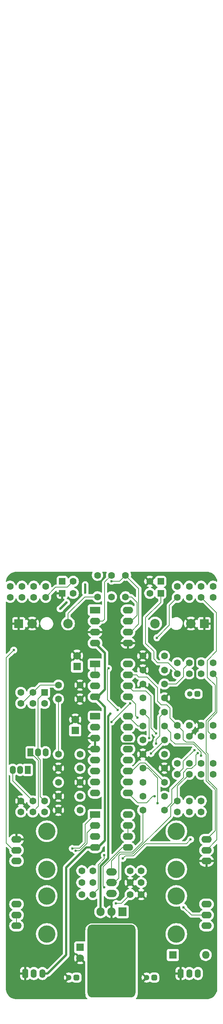
<source format=gbr>
%TF.GenerationSoftware,KiCad,Pcbnew,9.0.2*%
%TF.CreationDate,2025-07-31T20:58:52+10:00*%
%TF.ProjectId,Chorus,43686f72-7573-42e6-9b69-6361645f7063,1-0*%
%TF.SameCoordinates,Original*%
%TF.FileFunction,Copper,L1,Top*%
%TF.FilePolarity,Positive*%
%FSLAX46Y46*%
G04 Gerber Fmt 4.6, Leading zero omitted, Abs format (unit mm)*
G04 Created by KiCad (PCBNEW 9.0.2) date 2025-07-31 20:58:52*
%MOMM*%
%LPD*%
G01*
G04 APERTURE LIST*
G04 Aperture macros list*
%AMRoundRect*
0 Rectangle with rounded corners*
0 $1 Rounding radius*
0 $2 $3 $4 $5 $6 $7 $8 $9 X,Y pos of 4 corners*
0 Add a 4 corners polygon primitive as box body*
4,1,4,$2,$3,$4,$5,$6,$7,$8,$9,$2,$3,0*
0 Add four circle primitives for the rounded corners*
1,1,$1+$1,$2,$3*
1,1,$1+$1,$4,$5*
1,1,$1+$1,$6,$7*
1,1,$1+$1,$8,$9*
0 Add four rect primitives between the rounded corners*
20,1,$1+$1,$2,$3,$4,$5,0*
20,1,$1+$1,$4,$5,$6,$7,0*
20,1,$1+$1,$6,$7,$8,$9,0*
20,1,$1+$1,$8,$9,$2,$3,0*%
%AMFreePoly0*
4,1,49,4.512206,8.544944,4.602918,8.544944,4.804799,8.504787,4.994967,8.426017,5.166113,8.311661,5.311661,8.166113,5.426017,7.994967,5.504787,7.804799,5.544944,7.602918,5.544944,7.512205,5.550000,7.500000,5.550000,-7.250000,5.544944,-7.262205,5.544944,-7.352918,5.504787,-7.554799,5.426017,-7.744967,5.311661,-7.916113,5.166113,-8.061661,4.994967,-8.176017,4.804799,-8.254787,
4.602918,-8.294944,4.512206,-8.294944,4.500000,-8.300000,-4.500000,-8.300000,-4.512206,-8.294944,-4.602918,-8.294944,-4.804799,-8.254787,-4.994967,-8.176017,-5.166113,-8.061661,-5.311661,-7.916113,-5.426017,-7.744967,-5.504787,-7.554799,-5.544944,-7.352918,-5.544944,-7.262205,-5.550000,-7.250000,-5.550000,7.500000,-5.544944,7.512205,-5.544944,7.602918,-5.504787,7.804799,-5.426017,7.994967,
-5.311661,8.166113,-5.166113,8.311661,-4.994967,8.426017,-4.804799,8.504787,-4.602918,8.544944,-4.512206,8.544944,-4.500000,8.550000,4.500000,8.550000,4.512206,8.544944,4.512206,8.544944,$1*%
G04 Aperture macros list end*
%TA.AperFunction,ComponentPad*%
%ADD10C,1.600000*%
%TD*%
%TA.AperFunction,ComponentPad*%
%ADD11R,1.350000X1.900000*%
%TD*%
%TA.AperFunction,ComponentPad*%
%ADD12O,1.350000X1.900000*%
%TD*%
%TA.AperFunction,ComponentPad*%
%ADD13R,2.000000X2.000000*%
%TD*%
%TA.AperFunction,ComponentPad*%
%ADD14C,2.200000*%
%TD*%
%TA.AperFunction,ComponentPad*%
%ADD15R,1.800000X1.800000*%
%TD*%
%TA.AperFunction,ComponentPad*%
%ADD16C,1.800000*%
%TD*%
%TA.AperFunction,ComponentPad*%
%ADD17RoundRect,0.250000X-0.550000X-0.550000X0.550000X-0.550000X0.550000X0.550000X-0.550000X0.550000X0*%
%TD*%
%TA.AperFunction,SMDPad,CuDef*%
%ADD18FreePoly0,180.000000*%
%TD*%
%TA.AperFunction,ComponentPad*%
%ADD19R,1.905000X2.000000*%
%TD*%
%TA.AperFunction,ComponentPad*%
%ADD20O,1.905000X2.000000*%
%TD*%
%TA.AperFunction,ComponentPad*%
%ADD21RoundRect,0.291666X-0.408334X-0.708334X0.408334X-0.708334X0.408334X0.708334X-0.408334X0.708334X0*%
%TD*%
%TA.AperFunction,ComponentPad*%
%ADD22O,1.400000X2.000000*%
%TD*%
%TA.AperFunction,ComponentPad*%
%ADD23R,2.400000X1.600000*%
%TD*%
%TA.AperFunction,ComponentPad*%
%ADD24O,2.400000X1.600000*%
%TD*%
%TA.AperFunction,WasherPad*%
%ADD25C,4.000000*%
%TD*%
%TA.AperFunction,ComponentPad*%
%ADD26O,1.800000X1.800000*%
%TD*%
%TA.AperFunction,ComponentPad*%
%ADD27RoundRect,0.270833X0.379167X0.379167X-0.379167X0.379167X-0.379167X-0.379167X0.379167X-0.379167X0*%
%TD*%
%TA.AperFunction,ComponentPad*%
%ADD28C,1.300000*%
%TD*%
%TA.AperFunction,ComponentPad*%
%ADD29O,2.500000X1.700000*%
%TD*%
%TA.AperFunction,ComponentPad*%
%ADD30RoundRect,0.250000X0.550000X0.550000X-0.550000X0.550000X-0.550000X-0.550000X0.550000X-0.550000X0*%
%TD*%
%TA.AperFunction,ComponentPad*%
%ADD31RoundRect,0.250000X0.550000X-0.550000X0.550000X0.550000X-0.550000X0.550000X-0.550000X-0.550000X0*%
%TD*%
%TA.AperFunction,ComponentPad*%
%ADD32RoundRect,0.250000X-0.950000X-0.550000X0.950000X-0.550000X0.950000X0.550000X-0.950000X0.550000X0*%
%TD*%
%TA.AperFunction,ViaPad*%
%ADD33C,0.600000*%
%TD*%
%TA.AperFunction,Conductor*%
%ADD34C,0.200000*%
%TD*%
%TA.AperFunction,Conductor*%
%ADD35C,0.500000*%
%TD*%
G04 APERTURE END LIST*
D10*
%TO.P,R24,1*%
%TO.N,TIME*%
X131750000Y-106130500D03*
%TO.P,R24,2*%
%TO.N,Net-(Q2-E)*%
X131750000Y-103590500D03*
%TD*%
D11*
%TO.P,Q2,1,C*%
%TO.N,Net-(Q1-E)*%
X130600001Y-96390001D03*
D12*
%TO.P,Q2,2,B*%
%TO.N,Net-(Q2-B)*%
X128830001Y-96390001D03*
%TO.P,Q2,3,E*%
%TO.N,Net-(Q2-E)*%
X127100001Y-96390001D03*
%TD*%
D10*
%TO.P,R20,1*%
%TO.N,GND*%
X156880500Y-125250000D03*
%TO.P,R20,2*%
%TO.N,Net-(U3A-+)*%
X154340500Y-125250000D03*
%TD*%
%TO.P,C15,1*%
%TO.N,Net-(U4-OP1-IN)*%
X157250000Y-102500000D03*
%TO.P,C15,2*%
%TO.N,Net-(U4-OP1-OUT)*%
X162250000Y-102500000D03*
%TD*%
%TO.P,C16,1*%
%TO.N,Net-(U3A--)*%
X142700001Y-105750000D03*
%TO.P,C16,2*%
%TO.N,GND*%
X137700001Y-105750000D03*
%TD*%
%TO.P,R10,1*%
%TO.N,Net-(C5-Pad1)*%
X167999999Y-74130500D03*
%TO.P,R10,2*%
%TO.N,Net-(C6-Pad1)*%
X167999999Y-71590500D03*
%TD*%
D13*
%TO.P,J2,G*%
%TO.N,GND*%
X171480000Y-62500000D03*
D14*
%TO.P,J2,S*%
X168380000Y-62500000D03*
%TO.P,J2,T*%
%TO.N,Net-(J2-PadT)*%
X160080000Y-62500000D03*
%TD*%
D10*
%TO.P,C12,1*%
%TO.N,Net-(Q2-B)*%
X137700001Y-99250000D03*
%TO.P,C12,2*%
%TO.N,GND*%
X142700001Y-99250000D03*
%TD*%
D15*
%TO.P,C27,1*%
%TO.N,+5V*%
X142750000Y-137500000D03*
D16*
%TO.P,C27,2*%
%TO.N,GND*%
X142750000Y-140000000D03*
%TD*%
D10*
%TO.P,C14,1*%
%TO.N,Net-(U4-LPF1-IN)*%
X157250000Y-86250000D03*
%TO.P,C14,2*%
%TO.N,Net-(U4-LPF1-OUT)*%
X162250000Y-86250000D03*
%TD*%
%TO.P,C13,1*%
%TO.N,Net-(C13-Pad1)*%
X157250000Y-83000000D03*
%TO.P,C13,2*%
%TO.N,Net-(C13-Pad2)*%
X162250000Y-83000000D03*
%TD*%
%TO.P,C5,1*%
%TO.N,Net-(C5-Pad1)*%
X162250000Y-73250000D03*
%TO.P,C5,2*%
%TO.N,GND*%
X157250000Y-73250000D03*
%TD*%
%TO.P,D2,1,K*%
%TO.N,GND*%
X158869500Y-52750000D03*
D17*
%TO.P,D2,2,A*%
%TO.N,Net-(D1-K)*%
X161409500Y-52750000D03*
%TD*%
D10*
%TO.P,C6,1*%
%TO.N,Net-(C6-Pad1)*%
X162250000Y-76500000D03*
%TO.P,C6,2*%
%TO.N,GND*%
X157250000Y-76500000D03*
%TD*%
%TO.P,R30,1*%
%TO.N,Net-(C13-Pad2)*%
X170750000Y-97380500D03*
%TO.P,R30,2*%
%TO.N,Net-(U4-LPF1-IN)*%
X170750000Y-94840500D03*
%TD*%
%TO.P,R4,1*%
%TO.N,Net-(U1B--)*%
X168000000Y-53869500D03*
%TO.P,R4,2*%
%TO.N,Net-(C3-Pad2)*%
X168000000Y-56409500D03*
%TD*%
D15*
%TO.P,C28,1*%
%TO.N,Net-(U4-REF)*%
X141600000Y-87250000D03*
D16*
%TO.P,C28,2*%
%TO.N,GND*%
X141600000Y-84750000D03*
%TD*%
D10*
%TO.P,R7,1*%
%TO.N,Net-(C3-Pad2)*%
X173500000Y-53869500D03*
%TO.P,R7,2*%
%TO.N,Net-(J2-PadT)*%
X173500000Y-56409500D03*
%TD*%
D18*
%TO.P,U5,*%
%TO.N,*%
X150000000Y-140750000D03*
D19*
%TO.P,U5,1,IN*%
%TO.N,Net-(D6-K)*%
X152540000Y-129250000D03*
D20*
%TO.P,U5,2,GND*%
%TO.N,GND*%
X150000000Y-129250000D03*
%TO.P,U5,3,OUT*%
%TO.N,+5V*%
X147460000Y-129250000D03*
%TD*%
D10*
%TO.P,D1,1,K*%
%TO.N,Net-(D1-K)*%
X158869500Y-55500000D03*
D17*
%TO.P,D1,2,A*%
%TO.N,Net-(D1-A)*%
X161409500Y-55500000D03*
%TD*%
D21*
%TO.P,J4,1,Pin_1*%
%TO.N,GND*%
X166000000Y-143550000D03*
D22*
%TO.P,J4,2,Pin_2*%
%TO.N,VDD*%
X168000000Y-143550000D03*
%TO.P,J4,3,Pin_3*%
%TO.N,VSS*%
X170000000Y-143550000D03*
%TD*%
D10*
%TO.P,R16,1*%
%TO.N,GND*%
X168000000Y-88630500D03*
%TO.P,R16,2*%
%TO.N,Net-(U2B--)*%
X168000000Y-86090500D03*
%TD*%
%TO.P,R15,1*%
%TO.N,Net-(U2B--)*%
X165250000Y-88630500D03*
%TO.P,R15,2*%
%TO.N,Net-(R15-Pad2)*%
X165250000Y-86090500D03*
%TD*%
D21*
%TO.P,J3,1,Pin_1*%
%TO.N,GND*%
X130000000Y-143550000D03*
D22*
%TO.P,J3,2,Pin_2*%
%TO.N,VDD*%
X132000000Y-143550000D03*
%TO.P,J3,3,Pin_3*%
%TO.N,VSS*%
X134000000Y-143550000D03*
%TD*%
D10*
%TO.P,C2,1*%
%TO.N,Net-(C2-Pad1)*%
X150000000Y-56319500D03*
%TO.P,C2,2*%
%TO.N,Net-(U1A--)*%
X150000000Y-51319500D03*
%TD*%
D13*
%TO.P,J1,G*%
%TO.N,GND*%
X128520000Y-62500000D03*
D14*
%TO.P,J1,S*%
X131620000Y-62500000D03*
%TO.P,J1,T*%
%TO.N,Net-(C1-Pad2)*%
X139920000Y-62500000D03*
%TD*%
D10*
%TO.P,C8,1*%
%TO.N,GND*%
X162250000Y-79750000D03*
%TO.P,C8,2*%
%TO.N,Net-(C8-Pad2)*%
X157250000Y-79750000D03*
%TD*%
%TO.P,R29,1*%
%TO.N,Net-(SW1-B)*%
X168000000Y-97380500D03*
%TO.P,R29,2*%
%TO.N,Net-(C13-Pad2)*%
X168000000Y-94840500D03*
%TD*%
%TO.P,R17,1*%
%TO.N,Net-(U2B-+)*%
X170750000Y-88630500D03*
%TO.P,R17,2*%
%TO.N,GND*%
X170750000Y-86090500D03*
%TD*%
%TO.P,R28,1*%
%TO.N,D OUT*%
X173500000Y-88630500D03*
%TO.P,R28,2*%
%TO.N,D IN*%
X173500000Y-86090500D03*
%TD*%
D23*
%TO.P,U2,1*%
%TO.N,Net-(U2A--)*%
X146180000Y-71880000D03*
D24*
%TO.P,U2,2,-*%
X146180000Y-74420000D03*
%TO.P,U2,3,+*%
%TO.N,Net-(U2A-+)*%
X146180000Y-76960000D03*
%TO.P,U2,4,V-*%
%TO.N,VSS*%
X146180000Y-79500000D03*
%TO.P,U2,5,+*%
%TO.N,Net-(U2B-+)*%
X153800000Y-79500000D03*
%TO.P,U2,6,-*%
%TO.N,Net-(U2B--)*%
X153800000Y-76960000D03*
%TO.P,U2,7*%
%TO.N,Net-(R15-Pad2)*%
X153800000Y-74420000D03*
%TO.P,U2,8,V+*%
%TO.N,VDD*%
X153800000Y-71880000D03*
%TD*%
D10*
%TO.P,R2,1*%
%TO.N,Net-(C1-Pad1)*%
X129250000Y-53869500D03*
%TO.P,R2,2*%
%TO.N,Net-(U1B--)*%
X129250000Y-56409500D03*
%TD*%
%TO.P,R32,1*%
%TO.N,Net-(C19-Pad1)*%
X165250000Y-106130500D03*
%TO.P,R32,2*%
%TO.N,Net-(SW1-B)*%
X165250000Y-103590500D03*
%TD*%
%TO.P,C1,1*%
%TO.N,Net-(C1-Pad1)*%
X146750000Y-51319500D03*
%TO.P,C1,2*%
%TO.N,Net-(C1-Pad2)*%
X146750000Y-56319500D03*
%TD*%
D25*
%TO.P,RV1,*%
%TO.N,*%
X135000000Y-110600000D03*
X135000000Y-119400000D03*
D24*
%TO.P,RV1,1,1*%
%TO.N,Net-(R15-Pad2)*%
X128000000Y-117500001D03*
%TO.P,RV1,2,2*%
%TO.N,FEEDBACK*%
X128000000Y-115000000D03*
%TO.P,RV1,3,3*%
%TO.N,GND*%
X128000000Y-112499999D03*
%TD*%
D10*
%TO.P,C21,1*%
%TO.N,Net-(C13-Pad2)*%
X162250000Y-92750000D03*
%TO.P,C21,2*%
%TO.N,GND*%
X157250000Y-92750000D03*
%TD*%
%TO.P,C20,1*%
%TO.N,Net-(U4-CC1)*%
X142700001Y-96000000D03*
%TO.P,C20,2*%
%TO.N,GND*%
X137700001Y-96000000D03*
%TD*%
%TO.P,R25,1*%
%TO.N,Net-(Q2-E)*%
X129000000Y-106130500D03*
%TO.P,R25,2*%
%TO.N,GND*%
X129000000Y-103590500D03*
%TD*%
%TO.P,C9,1*%
%TO.N,Net-(C9-Pad1)*%
X137700001Y-76750000D03*
%TO.P,C9,2*%
%TO.N,GND*%
X142700001Y-76750000D03*
%TD*%
D25*
%TO.P,RV3,*%
%TO.N,*%
X135000000Y-125600000D03*
X135000000Y-134400000D03*
D24*
%TO.P,RV3,1,1*%
%TO.N,Net-(U3B-+)*%
X128000000Y-132500001D03*
%TO.P,RV3,2,2*%
X128000000Y-130000000D03*
%TO.P,RV3,3,3*%
%TO.N,Net-(R19-Pad1)*%
X128000000Y-127499999D03*
%TD*%
D10*
%TO.P,R9,1*%
%TO.N,Net-(D1-A)*%
X165250000Y-74130500D03*
%TO.P,R9,2*%
%TO.N,Net-(C5-Pad1)*%
X165250000Y-71590500D03*
%TD*%
%TO.P,R31,1*%
%TO.N,Net-(C13-Pad2)*%
X173500000Y-97380500D03*
%TO.P,R31,2*%
%TO.N,Net-(U4-LPF1-OUT)*%
X173500000Y-94840500D03*
%TD*%
D11*
%TO.P,Q1,1,C*%
%TO.N,TIME*%
X131230000Y-92360000D03*
D12*
%TO.P,Q1,2,B*%
%TO.N,Net-(D5-A)*%
X133000000Y-92360000D03*
%TO.P,Q1,3,E*%
%TO.N,Net-(Q1-E)*%
X134730000Y-92360000D03*
%TD*%
D15*
%TO.P,D6,1,K*%
%TO.N,Net-(D6-K)*%
X164190000Y-139250000D03*
D26*
%TO.P,D6,2,A*%
%TO.N,VDD*%
X171810000Y-139250000D03*
%TD*%
D10*
%TO.P,R33,1*%
%TO.N,Net-(C19-Pad1)*%
X170750000Y-106130500D03*
%TO.P,R33,2*%
%TO.N,Net-(U4-LPF2-IN)*%
X170750000Y-103590500D03*
%TD*%
%TO.P,C18,1*%
%TO.N,Net-(SW1-B)*%
X157250000Y-89500000D03*
%TO.P,C18,2*%
%TO.N,Net-(U4-LPF2-IN)*%
X162250000Y-89500000D03*
%TD*%
%TO.P,R27,1*%
%TO.N,Net-(SW1-B)*%
X143119500Y-119750000D03*
%TO.P,R27,2*%
%TO.N,Net-(SW1-A)*%
X145659500Y-119750000D03*
%TD*%
%TO.P,R5,1*%
%TO.N,Net-(U1A--)*%
X165250000Y-53869500D03*
%TO.P,R5,2*%
%TO.N,FEEDBACK*%
X165250000Y-56409500D03*
%TD*%
%TO.P,R22,1*%
%TO.N,Net-(R22-Pad1)*%
X156880500Y-122500000D03*
%TO.P,R22,2*%
%TO.N,GND*%
X154340500Y-122500000D03*
%TD*%
%TO.P,C22,1*%
%TO.N,D OUT*%
X162250000Y-105750000D03*
%TO.P,C22,2*%
%TO.N,Net-(SW1-A)*%
X157250000Y-105750000D03*
%TD*%
%TO.P,R14,1*%
%TO.N,Net-(C9-Pad1)*%
X129000000Y-81000000D03*
%TO.P,R14,2*%
%TO.N,Net-(C10-Pad1)*%
X129000000Y-78460000D03*
%TD*%
%TO.P,C11,1*%
%TO.N,Net-(C10-Pad1)*%
X137700001Y-92750000D03*
%TO.P,C11,2*%
%TO.N,Net-(U2B-+)*%
X142700001Y-92750000D03*
%TD*%
D27*
%TO.P,C7,1*%
%TO.N,D IN*%
X169900000Y-78800000D03*
D28*
%TO.P,C7,2*%
%TO.N,Net-(U2A--)*%
X168100000Y-78800000D03*
%TD*%
D10*
%TO.P,R8,1*%
%TO.N,Net-(C2-Pad1)*%
X134750000Y-53869500D03*
%TO.P,R8,2*%
%TO.N,Net-(D1-A)*%
X134750000Y-56409500D03*
%TD*%
%TO.P,R18,1*%
%TO.N,Net-(U3A--)*%
X143119500Y-122500000D03*
%TO.P,R18,2*%
%TO.N,Net-(U3B-+)*%
X145659500Y-122500000D03*
%TD*%
%TO.P,C3,1*%
%TO.N,Net-(U1B--)*%
X153250000Y-51319500D03*
%TO.P,C3,2*%
%TO.N,Net-(C3-Pad2)*%
X153250000Y-56319500D03*
%TD*%
D23*
%TO.P,U3,1*%
%TO.N,Net-(R19-Pad1)*%
X146190000Y-106750000D03*
D24*
%TO.P,U3,2,-*%
%TO.N,Net-(U3A--)*%
X146190000Y-109290000D03*
%TO.P,U3,3,+*%
%TO.N,Net-(U3A-+)*%
X146190000Y-111830000D03*
%TO.P,U3,4,V-*%
%TO.N,VSS*%
X146190000Y-114370000D03*
%TO.P,U3,5,+*%
%TO.N,Net-(U3B-+)*%
X153810000Y-114370000D03*
%TO.P,U3,6,-*%
%TO.N,Net-(U3B--)*%
X153810000Y-111830000D03*
%TO.P,U3,7*%
X153810000Y-109290000D03*
%TO.P,U3,8,V+*%
%TO.N,VDD*%
X153810000Y-106750000D03*
%TD*%
D25*
%TO.P,RV4,*%
%TO.N,*%
X165000000Y-134400000D03*
X165000000Y-125600000D03*
D24*
%TO.P,RV4,1,1*%
%TO.N,Net-(R21-Pad1)*%
X172000000Y-127499999D03*
%TO.P,RV4,2,2*%
%TO.N,Net-(Q2-B)*%
X172000000Y-130000000D03*
%TO.P,RV4,3,3*%
%TO.N,Net-(R22-Pad1)*%
X172000000Y-132500001D03*
%TD*%
D10*
%TO.P,C10,1*%
%TO.N,Net-(C10-Pad1)*%
X137700001Y-80000000D03*
%TO.P,C10,2*%
%TO.N,GND*%
X142700001Y-80000000D03*
%TD*%
%TO.P,C25,1*%
%TO.N,Net-(U4-CC0)*%
X142700001Y-102500000D03*
%TO.P,C25,2*%
%TO.N,GND*%
X137700001Y-102500000D03*
%TD*%
D29*
%TO.P,SW1,1,A*%
%TO.N,Net-(SW1-A)*%
X150000000Y-120000000D03*
%TO.P,SW1,2,B*%
%TO.N,Net-(SW1-B)*%
X150000000Y-122500000D03*
%TO.P,SW1,3,C*%
%TO.N,unconnected-(SW1-C-Pad3)*%
X150000000Y-125000000D03*
%TD*%
D27*
%TO.P,C23,1*%
%TO.N,Net-(D6-K)*%
X159900000Y-144500000D03*
D28*
%TO.P,C23,2*%
%TO.N,GND*%
X158100000Y-144500000D03*
%TD*%
D10*
%TO.P,C4,1*%
%TO.N,Net-(U2A-+)*%
X162250000Y-70000000D03*
%TO.P,C4,2*%
%TO.N,GND*%
X157250000Y-70000000D03*
%TD*%
%TO.P,C17,1*%
%TO.N,Net-(U4-OP2-OUT)*%
X157250000Y-99250000D03*
%TO.P,C17,2*%
%TO.N,Net-(U4-OP2-IN)*%
X162250000Y-99250000D03*
%TD*%
%TO.P,R21,1*%
%TO.N,Net-(R21-Pad1)*%
X156880500Y-119750000D03*
%TO.P,R21,2*%
%TO.N,Net-(U3B--)*%
X154340500Y-119750000D03*
%TD*%
%TO.P,D3,1,K*%
%TO.N,Net-(D1-A)*%
X141130500Y-52750000D03*
D30*
%TO.P,D3,2,A*%
%TO.N,Net-(D3-A)*%
X138590500Y-52750000D03*
%TD*%
D10*
%TO.P,R1,1*%
%TO.N,Net-(C1-Pad1)*%
X126500000Y-53869500D03*
%TO.P,R1,2*%
%TO.N,Net-(U1A--)*%
X126500000Y-56409500D03*
%TD*%
%TO.P,R12,1*%
%TO.N,D OUT*%
X173500000Y-74130500D03*
%TO.P,R12,2*%
%TO.N,Net-(C8-Pad2)*%
X173500000Y-71590500D03*
%TD*%
%TO.P,R11,1*%
%TO.N,Net-(C6-Pad1)*%
X170749999Y-74130500D03*
%TO.P,R11,2*%
%TO.N,Net-(U2A-+)*%
X170749999Y-71590500D03*
%TD*%
%TO.P,R26,1*%
%TO.N,D IN*%
X165250000Y-97380500D03*
%TO.P,R26,2*%
%TO.N,Net-(C13-Pad1)*%
X165250000Y-94840500D03*
%TD*%
%TO.P,R6,1*%
%TO.N,Net-(C2-Pad1)*%
X132000000Y-53869500D03*
%TO.P,R6,2*%
%TO.N,Net-(U1A--)*%
X132000000Y-56409500D03*
%TD*%
D27*
%TO.P,C24,1*%
%TO.N,+5V*%
X141900000Y-144500000D03*
D28*
%TO.P,C24,2*%
%TO.N,GND*%
X140100000Y-144500000D03*
%TD*%
D10*
%TO.P,D4,1,K*%
%TO.N,Net-(D3-A)*%
X141130500Y-55500000D03*
D30*
%TO.P,D4,2,A*%
%TO.N,GND*%
X138590500Y-55500000D03*
%TD*%
D15*
%TO.P,C26,1*%
%TO.N,Net-(D5-A)*%
X142000000Y-72450000D03*
D16*
%TO.P,C26,2*%
%TO.N,GND*%
X142000000Y-69950000D03*
%TD*%
D10*
%TO.P,D5,1,K*%
%TO.N,+5V*%
X134500000Y-81000000D03*
D31*
%TO.P,D5,2,A*%
%TO.N,Net-(D5-A)*%
X134500000Y-78460000D03*
%TD*%
D10*
%TO.P,R34,1*%
%TO.N,Net-(C19-Pad1)*%
X168000000Y-106130500D03*
%TO.P,R34,2*%
%TO.N,Net-(U4-OP2-OUT)*%
X168000000Y-103590500D03*
%TD*%
%TO.P,R23,1*%
%TO.N,+5V*%
X134500000Y-106130500D03*
%TO.P,R23,2*%
%TO.N,Net-(D5-A)*%
X134500000Y-103590500D03*
%TD*%
D23*
%TO.P,U1,1*%
%TO.N,Net-(C2-Pad1)*%
X146190000Y-59380000D03*
D24*
%TO.P,U1,2,-*%
%TO.N,Net-(U1A--)*%
X146190000Y-61920000D03*
%TO.P,U1,3,+*%
%TO.N,GND*%
X146190000Y-64460000D03*
%TO.P,U1,4,V-*%
%TO.N,VSS*%
X146190000Y-67000000D03*
%TO.P,U1,5,+*%
%TO.N,GND*%
X153810000Y-67000000D03*
%TO.P,U1,6,-*%
%TO.N,Net-(U1B--)*%
X153810000Y-64460000D03*
%TO.P,U1,7*%
%TO.N,Net-(C3-Pad2)*%
X153810000Y-61920000D03*
%TO.P,U1,8,V+*%
%TO.N,VDD*%
X153810000Y-59380000D03*
%TD*%
D10*
%TO.P,C19,1*%
%TO.N,Net-(C19-Pad1)*%
X157250000Y-96000000D03*
%TO.P,C19,2*%
%TO.N,GND*%
X162250000Y-96000000D03*
%TD*%
%TO.P,R19,1*%
%TO.N,Net-(R19-Pad1)*%
X143119500Y-125250000D03*
%TO.P,R19,2*%
%TO.N,Net-(U3A-+)*%
X145659500Y-125250000D03*
%TD*%
D32*
%TO.P,U4,1,VCC*%
%TO.N,+5V*%
X146190000Y-83970000D03*
D24*
%TO.P,U4,2,REF*%
%TO.N,Net-(U4-REF)*%
X146190000Y-86510000D03*
%TO.P,U4,3,AGND*%
%TO.N,GND*%
X146190000Y-89050000D03*
%TO.P,U4,4,DGND*%
X146190000Y-91590000D03*
%TO.P,U4,5,CLK_O*%
%TO.N,unconnected-(U4-CLK_O-Pad5)*%
X146190000Y-94130000D03*
%TO.P,U4,6,VCO*%
%TO.N,TIME*%
X146190000Y-96670000D03*
%TO.P,U4,7,CC1*%
%TO.N,Net-(U4-CC1)*%
X146190000Y-99210000D03*
%TO.P,U4,8,CC0*%
%TO.N,Net-(U4-CC0)*%
X146190000Y-101750000D03*
%TO.P,U4,9,OP1-OUT*%
%TO.N,Net-(U4-OP1-OUT)*%
X153810000Y-101750000D03*
%TO.P,U4,10,OP1-IN*%
%TO.N,Net-(U4-OP1-IN)*%
X153810000Y-99210000D03*
%TO.P,U4,11,OP2-IN*%
%TO.N,Net-(U4-OP2-IN)*%
X153810000Y-96670000D03*
%TO.P,U4,12,OP2-OUT*%
%TO.N,Net-(U4-OP2-OUT)*%
X153810000Y-94130000D03*
%TO.P,U4,13,LPF2-IN*%
%TO.N,Net-(U4-LPF2-IN)*%
X153810000Y-91590000D03*
%TO.P,U4,14,LPF2-OUT*%
%TO.N,Net-(SW1-B)*%
X153810000Y-89050000D03*
%TO.P,U4,15,LPF1-OUT*%
%TO.N,Net-(U4-LPF1-OUT)*%
X153810000Y-86510000D03*
%TO.P,U4,16,LPF1-IN*%
%TO.N,Net-(U4-LPF1-IN)*%
X153810000Y-83970000D03*
%TD*%
D10*
%TO.P,R3,1*%
%TO.N,Net-(U1B--)*%
X170750000Y-53869500D03*
%TO.P,R3,2*%
%TO.N,DELAY*%
X170750000Y-56409500D03*
%TD*%
%TO.P,R13,1*%
%TO.N,Net-(C8-Pad2)*%
X131750000Y-81000000D03*
%TO.P,R13,2*%
%TO.N,Net-(C9-Pad1)*%
X131750000Y-78460000D03*
%TD*%
D25*
%TO.P,RV2,*%
%TO.N,*%
X165000000Y-119400000D03*
X165000000Y-110600000D03*
D24*
%TO.P,RV2,1,1*%
%TO.N,Net-(R15-Pad2)*%
X172000000Y-112499999D03*
%TO.P,RV2,2,2*%
%TO.N,DELAY*%
X172000000Y-115000000D03*
%TO.P,RV2,3,3*%
%TO.N,GND*%
X172000000Y-117500001D03*
%TD*%
D33*
%TO.N,Net-(U1B--)*%
X150000000Y-52700000D03*
%TO.N,GND*%
X168000000Y-91400000D03*
%TO.N,Net-(U2A--)*%
X151400000Y-82500000D03*
X149300000Y-72900000D03*
%TO.N,D IN*%
X169200000Y-91800000D03*
%TO.N,Net-(U2B-+)*%
X156033550Y-84300000D03*
%TO.N,Net-(C13-Pad2)*%
X160300000Y-90350000D03*
%TO.N,+5V*%
X149200000Y-116400000D03*
X149750000Y-83400000D03*
%TO.N,Net-(C13-Pad1)*%
X158700000Y-89000000D03*
%TO.N,Net-(U3A--)*%
X141700000Y-115100000D03*
%TO.N,Net-(U4-LPF1-OUT)*%
X170750000Y-93100000D03*
%TO.N,Net-(U4-LPF2-IN)*%
X159150000Y-92600000D03*
%TO.N,Net-(U4-OP1-OUT)*%
X160000000Y-102500000D03*
%TO.N,Net-(C19-Pad1)*%
X160700000Y-104100000D03*
%TO.N,Net-(Q2-B)*%
X166700000Y-128200000D03*
%TO.N,D OUT*%
X170000000Y-92500000D03*
%TO.N,VDD*%
X138100000Y-59100000D03*
X143900000Y-55300000D03*
X139600000Y-57600000D03*
X143900000Y-53500000D03*
%TO.N,FEEDBACK*%
X127350000Y-68650000D03*
X160500000Y-65800000D03*
%TO.N,Net-(R15-Pad2)*%
X152600000Y-116900000D03*
X168300001Y-112499999D03*
%TO.N,Net-(U2B--)*%
X160300000Y-87900000D03*
%TO.N,Net-(U3B-+)*%
X148300000Y-123600000D03*
%TO.N,Net-(U3A-+)*%
X151050000Y-127300000D03*
X148300000Y-116150000D03*
%TO.N,Net-(R19-Pad1)*%
X140900000Y-114600000D03*
%TO.N,Net-(C8-Pad2)*%
X154300000Y-81000000D03*
X150000000Y-85300000D03*
%TD*%
D34*
%TO.N,Net-(C1-Pad2)*%
X139919999Y-60180001D02*
X139919999Y-62500000D01*
X146750000Y-56319500D02*
X143780500Y-56319500D01*
X143780500Y-56319500D02*
X139919999Y-60180001D01*
%TO.N,Net-(U1A--)*%
X148400000Y-52919500D02*
X148400000Y-61500000D01*
X148400000Y-61500000D02*
X147980000Y-61920000D01*
X150000000Y-51319500D02*
X148400000Y-52919500D01*
X147980000Y-61920000D02*
X146190000Y-61920000D01*
%TO.N,Net-(U1B--)*%
X150000000Y-52700000D02*
X151869500Y-52700000D01*
X153250000Y-51319500D02*
X156300000Y-54369500D01*
X156300000Y-54369500D02*
X156300000Y-62600000D01*
X151869500Y-52700000D02*
X153250000Y-51319500D01*
X154440000Y-64460000D02*
X153810000Y-64460000D01*
X156300000Y-62600000D02*
X154440000Y-64460000D01*
%TO.N,Net-(C6-Pad1)*%
X162250000Y-76500000D02*
X164950000Y-76500000D01*
X166650000Y-72940499D02*
X167999999Y-71590500D01*
X166650000Y-74800000D02*
X166650000Y-72940499D01*
X164950000Y-76500000D02*
X166650000Y-74800000D01*
D35*
%TO.N,GND*%
X155200000Y-90300000D02*
X152400000Y-90300000D01*
X169375000Y-74950000D02*
X169375000Y-70925000D01*
D34*
%TO.N,Net-(U2A--)*%
X149300000Y-72900000D02*
X149051000Y-73149000D01*
X146180000Y-74420000D02*
X146180000Y-71880000D01*
X149051000Y-80151000D02*
X151400000Y-82500000D01*
X149051000Y-73149000D02*
X149051000Y-80151000D01*
%TO.N,D IN*%
X166600000Y-94400000D02*
X166600000Y-96030500D01*
X166600000Y-96030500D02*
X165250000Y-97380500D01*
X169200000Y-91800000D02*
X166600000Y-94400000D01*
%TO.N,Net-(C9-Pad1)*%
X133460000Y-76750000D02*
X137700001Y-76750000D01*
X129210000Y-81000000D02*
X131750000Y-78460000D01*
X131750000Y-78460000D02*
X133460000Y-76750000D01*
%TO.N,Net-(C10-Pad1)*%
X137700001Y-80000000D02*
X137700001Y-92750000D01*
%TO.N,Net-(U2B-+)*%
X153900000Y-79500000D02*
X155600000Y-81200000D01*
X153800000Y-79500000D02*
X153900000Y-79500000D01*
X155600000Y-83866450D02*
X156033550Y-84300000D01*
X155600000Y-81200000D02*
X155600000Y-83866450D01*
%TO.N,Net-(C13-Pad2)*%
X161149000Y-88551000D02*
X160825000Y-88875000D01*
X162250000Y-83000000D02*
X161149000Y-84101000D01*
X160300000Y-89400000D02*
X160825000Y-88875000D01*
X161149000Y-84101000D02*
X161149000Y-88551000D01*
X160300000Y-90350000D02*
X160300000Y-89400000D01*
D35*
%TO.N,+5V*%
X149200000Y-116400000D02*
X149200000Y-116900000D01*
X149201000Y-116351000D02*
X149201000Y-85600000D01*
X149250000Y-116400000D02*
X149201000Y-116351000D01*
X149201000Y-83949000D02*
X149750000Y-83400000D01*
X147460000Y-118640000D02*
X148950000Y-117150000D01*
X149201000Y-85600000D02*
X149201000Y-83949000D01*
X149200000Y-116900000D02*
X148950000Y-117150000D01*
X147460000Y-129250000D02*
X147460000Y-118640000D01*
D34*
%TO.N,Net-(C13-Pad1)*%
X158700000Y-89000000D02*
X158700000Y-84450000D01*
X158525000Y-84275000D02*
X157250000Y-83000000D01*
X158700000Y-84450000D02*
X158525000Y-84275000D01*
%TO.N,Net-(U3A--)*%
X142620768Y-115100000D02*
X141700000Y-115100000D01*
X144300000Y-111000000D02*
X146010000Y-109290000D01*
X146010000Y-109290000D02*
X146190000Y-109290000D01*
X144300000Y-113420768D02*
X143285384Y-114435384D01*
X144300000Y-113420768D02*
X144300000Y-111000000D01*
X143285384Y-114435384D02*
X142620768Y-115100000D01*
%TO.N,Net-(U4-LPF1-IN)*%
X156090000Y-86250000D02*
X157250000Y-86250000D01*
X153810000Y-83970000D02*
X156090000Y-86250000D01*
%TO.N,Net-(U4-LPF1-OUT)*%
X170750000Y-92234200D02*
X168916800Y-90401000D01*
X163750000Y-87750000D02*
X162250000Y-86250000D01*
X170750000Y-93050000D02*
X170750000Y-92234200D01*
X163750000Y-89450000D02*
X163750000Y-87750000D01*
X164701000Y-90401000D02*
X163750000Y-89450000D01*
X168916800Y-90401000D02*
X164701000Y-90401000D01*
%TO.N,Net-(SW1-B)*%
X164976600Y-103590500D02*
X163683550Y-104883550D01*
X165250000Y-103590500D02*
X165250000Y-100130500D01*
X154945100Y-115872000D02*
X152141432Y-115872000D01*
X163683550Y-104883550D02*
X163683550Y-107133550D01*
X150650000Y-122500000D02*
X150000000Y-122500000D01*
X163683550Y-107133550D02*
X154945100Y-115872000D01*
X165250000Y-100130500D02*
X168000000Y-97380500D01*
X151700000Y-121450000D02*
X150650000Y-122500000D01*
X151700000Y-116313432D02*
X151700000Y-121450000D01*
X165250000Y-103590500D02*
X164976600Y-103590500D01*
X152141432Y-115872000D02*
X151700000Y-116313432D01*
%TO.N,Net-(U4-LPF2-IN)*%
X159150000Y-92600000D02*
X161300000Y-90450000D01*
X161300000Y-90450000D02*
X162250000Y-89500000D01*
%TO.N,Net-(U4-OP2-OUT)*%
X154330000Y-94130000D02*
X153810000Y-94130000D01*
%TO.N,Net-(U4-OP2-IN)*%
X157800000Y-94800000D02*
X162250000Y-99250000D01*
X154730000Y-96670000D02*
X156600000Y-94800000D01*
X156600000Y-94800000D02*
X157800000Y-94800000D01*
X153810000Y-96670000D02*
X154730000Y-96670000D01*
%TO.N,Net-(U4-OP1-OUT)*%
X156060000Y-104000000D02*
X153810000Y-101750000D01*
X158100000Y-104000000D02*
X156060000Y-104000000D01*
X159600000Y-102500000D02*
X158100000Y-104000000D01*
X160000000Y-102500000D02*
X159600000Y-102500000D01*
%TO.N,Net-(C19-Pad1)*%
X158432900Y-96000000D02*
X157250000Y-96000000D01*
X160700000Y-98267100D02*
X158432900Y-96000000D01*
X160700000Y-104100000D02*
X160700000Y-98267100D01*
%TO.N,Net-(Q2-B)*%
X168500000Y-130000000D02*
X166700000Y-128200000D01*
X171999999Y-130000000D02*
X168500000Y-130000000D01*
%TO.N,Net-(SW1-A)*%
X154779000Y-115471000D02*
X157250000Y-113000000D01*
X154550000Y-115471000D02*
X154779000Y-115471000D01*
X150000000Y-117446332D02*
X151975332Y-115471000D01*
X150000000Y-120000000D02*
X150000000Y-117446332D01*
X157250000Y-113000000D02*
X157250000Y-105750000D01*
X151975332Y-115471000D02*
X154550000Y-115471000D01*
%TO.N,D OUT*%
X174400000Y-83150000D02*
X174400000Y-75030500D01*
X167500000Y-96100000D02*
X166631700Y-96968300D01*
X163950000Y-100863400D02*
X163950000Y-104050000D01*
X169550000Y-92950000D02*
X169550000Y-95112450D01*
X170000000Y-92500000D02*
X169550000Y-92950000D01*
X166631700Y-98181700D02*
X163950000Y-100863400D01*
X169550000Y-95112450D02*
X168562450Y-96100000D01*
X174400000Y-75030500D02*
X173500000Y-74130500D01*
X168562450Y-96100000D02*
X167500000Y-96100000D01*
X172350000Y-85200000D02*
X174400000Y-83150000D01*
X163950000Y-104050000D02*
X162250000Y-105750000D01*
X166631700Y-96968300D02*
X166631700Y-98181700D01*
X172350000Y-87480500D02*
X172350000Y-85200000D01*
X173500000Y-88630500D02*
X172350000Y-87480500D01*
%TO.N,Net-(D5-A)*%
X133501000Y-94063899D02*
X133000001Y-93562900D01*
X133500000Y-102590500D02*
X133500000Y-94397099D01*
X134500000Y-103590500D02*
X133500000Y-102590500D01*
X133000001Y-92360000D02*
X133000001Y-79959999D01*
X133500000Y-94397099D02*
X133501000Y-94396099D01*
X133000001Y-93562900D02*
X133000001Y-92360000D01*
X133000001Y-79959999D02*
X134500000Y-78460000D01*
X133501000Y-94396099D02*
X133501000Y-94063899D01*
%TO.N,Net-(D1-A)*%
X141130500Y-52750000D02*
X139780500Y-54100000D01*
X161409500Y-55500000D02*
X161409500Y-57590500D01*
X157900000Y-67100000D02*
X159800000Y-69000000D01*
X165250000Y-73700000D02*
X165250000Y-74130500D01*
X160700000Y-71600000D02*
X163150000Y-71600000D01*
X161409500Y-57590500D02*
X157900000Y-61100000D01*
X157900000Y-61100000D02*
X157900000Y-67100000D01*
X159800000Y-69000000D02*
X159800000Y-70700000D01*
X139780500Y-54100000D02*
X137059500Y-54100000D01*
X159800000Y-70700000D02*
X160700000Y-71600000D01*
X163150000Y-71600000D02*
X165250000Y-73700000D01*
X137059500Y-54100000D02*
X134750000Y-56409500D01*
D35*
%TO.N,VDD*%
X153800000Y-71880000D02*
X153320000Y-71880000D01*
X143900000Y-55300000D02*
X143900000Y-53500000D01*
X153800000Y-71880000D02*
X153800000Y-71800000D01*
X168000000Y-143550000D02*
X168000000Y-143060000D01*
X138100000Y-59100000D02*
X139600000Y-57600000D01*
X168000000Y-143850000D02*
X168000000Y-143550000D01*
X153800000Y-71880000D02*
X153380000Y-71880000D01*
%TO.N,VSS*%
X139500000Y-119000000D02*
X139500000Y-139250000D01*
X148500000Y-69310000D02*
X148500000Y-77750000D01*
X146190000Y-114370000D02*
X144130000Y-114370000D01*
X146880000Y-114370000D02*
X146190000Y-114370000D01*
X144130000Y-114370000D02*
X139500000Y-119000000D01*
X148500000Y-81820000D02*
X148500000Y-112750000D01*
X139500000Y-139250000D02*
X135200000Y-143550000D01*
X146190000Y-67000000D02*
X148500000Y-69310000D01*
X146180000Y-79500000D02*
X148500000Y-81820000D01*
X148500000Y-112750000D02*
X146880000Y-114370000D01*
X146750000Y-79500000D02*
X146180000Y-79500000D01*
X148500000Y-77750000D02*
X146750000Y-79500000D01*
X135200000Y-143550000D02*
X134000000Y-143550000D01*
D34*
%TO.N,TIME*%
X133100000Y-104780500D02*
X133100000Y-94229999D01*
X131750000Y-106130500D02*
X133100000Y-104780500D01*
X133100000Y-94229999D02*
X131230001Y-92360000D01*
%TO.N,Net-(Q2-E)*%
X127100000Y-98940500D02*
X127100001Y-96390001D01*
X131750000Y-103590500D02*
X127100000Y-98940500D01*
%TO.N,DELAY*%
X172351000Y-98751000D02*
X174400000Y-100800000D01*
X174400000Y-100800000D02*
X174400000Y-112599999D01*
X173999000Y-76800000D02*
X173999000Y-82983900D01*
X172351000Y-92701000D02*
X172351000Y-98751000D01*
X171949000Y-85033900D02*
X171949000Y-92299000D01*
X170750000Y-56409500D02*
X174300000Y-59959500D01*
X172150000Y-71050000D02*
X172150000Y-74951000D01*
X173999000Y-82983900D02*
X171949000Y-85033900D01*
X174300000Y-59959500D02*
X174300000Y-68900000D01*
X174300000Y-68900000D02*
X172150000Y-71050000D01*
X174400000Y-112599999D02*
X171999999Y-115000000D01*
X171949000Y-92299000D02*
X172351000Y-92701000D01*
X172150000Y-74951000D02*
X173999000Y-76800000D01*
%TO.N,FEEDBACK*%
X163395408Y-58264092D02*
X163395408Y-62904592D01*
X163395408Y-62904592D02*
X160500000Y-65800000D01*
X125600000Y-113300000D02*
X127300000Y-115000000D01*
X165250000Y-56409500D02*
X163395408Y-58264092D01*
X127350000Y-68650000D02*
X125600000Y-70400000D01*
X125600000Y-70400000D02*
X125600000Y-113300000D01*
X127300000Y-115000000D02*
X128000001Y-115000000D01*
%TO.N,Net-(R15-Pad2)*%
X152600000Y-116900000D02*
X153227000Y-116273000D01*
X152600000Y-116900000D02*
X152600000Y-116750000D01*
X162750000Y-81350000D02*
X163500000Y-82100000D01*
X153227000Y-116273000D02*
X155111200Y-116273000D01*
X165250000Y-86090500D02*
X165250000Y-85950000D01*
X167250000Y-90000000D02*
X166600000Y-89350000D01*
X166600000Y-87440500D02*
X165250000Y-86090500D01*
X155111200Y-116273000D02*
X157892100Y-113492100D01*
X167307900Y-113492100D02*
X168300001Y-112499999D01*
X160600000Y-77300000D02*
X158200000Y-74900000D01*
X160600000Y-77300000D02*
X160675000Y-77375000D01*
X160675000Y-77375000D02*
X160675000Y-80475000D01*
X172000000Y-112499999D02*
X173999000Y-110500999D01*
X166600000Y-89350000D02*
X166600000Y-87440500D01*
X163500000Y-84340500D02*
X165250000Y-86090500D01*
X171950000Y-98917100D02*
X171950000Y-92867100D01*
X161550000Y-81350000D02*
X162750000Y-81350000D01*
X173999000Y-100966100D02*
X171950000Y-98917100D01*
X171950000Y-92867100D02*
X169082900Y-90000000D01*
X158200000Y-74900000D02*
X156300000Y-74900000D01*
X160675000Y-80475000D02*
X161550000Y-81350000D01*
X156300000Y-74900000D02*
X155820000Y-74420000D01*
X163500000Y-82100000D02*
X163500000Y-84340500D01*
X160701000Y-77401000D02*
X160600000Y-77300000D01*
X173999000Y-110500999D02*
X173999000Y-100966100D01*
X157892100Y-113492100D02*
X167307900Y-113492100D01*
X169082900Y-90000000D02*
X167250000Y-90000000D01*
X155820000Y-74420000D02*
X153800000Y-74420000D01*
%TO.N,Net-(U2B--)*%
X159101000Y-79301000D02*
X157950000Y-78150000D01*
X160300000Y-87900000D02*
X159101000Y-86701000D01*
X154990000Y-78150000D02*
X153800000Y-76960000D01*
X157950000Y-78150000D02*
X154990000Y-78150000D01*
X159101000Y-86701000D02*
X159101000Y-79301000D01*
%TO.N,Net-(U3B-+)*%
X148011000Y-123311000D02*
X148011000Y-118868232D01*
X128000001Y-130000000D02*
X128000000Y-132500001D01*
X148300000Y-123600000D02*
X148011000Y-123311000D01*
X128000000Y-132500001D02*
X127900000Y-132400001D01*
X148011000Y-118868232D02*
X152509232Y-114370000D01*
X127900000Y-132400001D02*
X127900000Y-132200000D01*
X152509232Y-114370000D02*
X153810000Y-114370000D01*
%TO.N,Net-(U3A-+)*%
X146909000Y-123100000D02*
X146909000Y-119509000D01*
X146909000Y-118391000D02*
X148300000Y-117000000D01*
X152290500Y-127300000D02*
X154340500Y-125250000D01*
X146704750Y-124204750D02*
X146909000Y-124000500D01*
X151050000Y-127300000D02*
X152290500Y-127300000D01*
X146909000Y-119509000D02*
X146909000Y-118391000D01*
X145659500Y-125250000D02*
X146704750Y-124204750D01*
X148300000Y-117000000D02*
X148300000Y-116150000D01*
X146909000Y-124000500D02*
X146909000Y-123100000D01*
%TO.N,Net-(U3B--)*%
X153810000Y-109290000D02*
X153810000Y-111830000D01*
X153810000Y-111830000D02*
X153270000Y-111830000D01*
%TO.N,Net-(C3-Pad2)*%
X154618500Y-56319500D02*
X155899000Y-57600000D01*
X153410000Y-61920000D02*
X153810000Y-61920000D01*
X155899000Y-57600000D02*
X155899000Y-60601000D01*
X154580000Y-61920000D02*
X153810000Y-61920000D01*
X153250000Y-56319500D02*
X154618500Y-56319500D01*
X155899000Y-60601000D02*
X154580000Y-61920000D01*
%TO.N,Net-(R19-Pad1)*%
X140900000Y-114600000D02*
X141001000Y-114499000D01*
X142654668Y-114499000D02*
X143899000Y-113254668D01*
X141001000Y-114499000D02*
X142654668Y-114499000D01*
X143899000Y-113254668D02*
X143899000Y-109041000D01*
X143899000Y-109041000D02*
X146190000Y-106750000D01*
%TO.N,Net-(C8-Pad2)*%
X150000000Y-85300000D02*
X154300000Y-81000000D01*
%TD*%
%TA.AperFunction,Conductor*%
%TO.N,GND*%
G36*
X145572406Y-50520185D02*
G01*
X145618161Y-50572989D01*
X145628105Y-50642147D01*
X145615852Y-50680795D01*
X145544781Y-50820276D01*
X145481522Y-51014965D01*
X145449500Y-51217148D01*
X145449500Y-51421851D01*
X145481522Y-51624034D01*
X145544781Y-51818723D01*
X145587612Y-51902782D01*
X145635339Y-51996451D01*
X145637715Y-52001113D01*
X145758028Y-52166713D01*
X145902786Y-52311471D01*
X146027157Y-52401830D01*
X146068390Y-52431787D01*
X146174298Y-52485750D01*
X146250776Y-52524718D01*
X146250778Y-52524718D01*
X146250781Y-52524720D01*
X146330992Y-52550782D01*
X146445465Y-52587977D01*
X146527834Y-52601023D01*
X146647648Y-52620000D01*
X146647649Y-52620000D01*
X146852351Y-52620000D01*
X146852352Y-52620000D01*
X147054534Y-52587977D01*
X147249219Y-52524720D01*
X147431610Y-52431787D01*
X147544181Y-52350000D01*
X147597213Y-52311471D01*
X147597215Y-52311468D01*
X147597219Y-52311466D01*
X147741966Y-52166719D01*
X147741968Y-52166715D01*
X147741971Y-52166713D01*
X147813221Y-52068644D01*
X147862287Y-52001110D01*
X147955220Y-51818719D01*
X148018477Y-51624034D01*
X148050500Y-51421852D01*
X148050500Y-51217148D01*
X148036554Y-51129097D01*
X148018477Y-51014965D01*
X147955218Y-50820276D01*
X147884148Y-50680795D01*
X147871252Y-50612126D01*
X147897528Y-50547385D01*
X147954634Y-50507128D01*
X147994633Y-50500500D01*
X148755367Y-50500500D01*
X148822406Y-50520185D01*
X148868161Y-50572989D01*
X148878105Y-50642147D01*
X148865852Y-50680795D01*
X148794781Y-50820276D01*
X148731522Y-51014965D01*
X148699500Y-51217148D01*
X148699500Y-51421851D01*
X148731523Y-51624035D01*
X148736172Y-51638345D01*
X148738165Y-51708187D01*
X148705921Y-51764341D01*
X148031286Y-52438978D01*
X147919481Y-52550782D01*
X147919480Y-52550784D01*
X147878974Y-52620943D01*
X147840423Y-52687715D01*
X147799499Y-52840443D01*
X147799499Y-52840445D01*
X147799499Y-53008546D01*
X147799500Y-53008559D01*
X147799500Y-55231321D01*
X147779815Y-55298360D01*
X147727011Y-55344115D01*
X147657853Y-55354059D01*
X147602247Y-55328901D01*
X147601161Y-55330397D01*
X147431613Y-55207215D01*
X147431612Y-55207214D01*
X147431610Y-55207213D01*
X147356913Y-55169153D01*
X147249223Y-55114281D01*
X147054534Y-55051022D01*
X146859044Y-55020060D01*
X146852352Y-55019000D01*
X146647648Y-55019000D01*
X146640956Y-55020060D01*
X146445465Y-55051022D01*
X146250776Y-55114281D01*
X146068386Y-55207215D01*
X145902786Y-55327528D01*
X145758028Y-55472286D01*
X145637715Y-55637885D01*
X145630883Y-55651295D01*
X145582909Y-55702091D01*
X145520398Y-55719000D01*
X144778478Y-55719000D01*
X144711439Y-55699315D01*
X144665684Y-55646511D01*
X144655740Y-55577353D01*
X144663917Y-55547547D01*
X144669737Y-55533497D01*
X144700500Y-55378842D01*
X144700500Y-55221158D01*
X144700500Y-55221155D01*
X144700499Y-55221153D01*
X144669739Y-55066511D01*
X144669738Y-55066508D01*
X144669737Y-55066503D01*
X144659937Y-55042844D01*
X144650500Y-54995396D01*
X144650500Y-53804604D01*
X144659939Y-53757151D01*
X144669737Y-53733497D01*
X144700500Y-53578842D01*
X144700500Y-53421158D01*
X144700500Y-53421155D01*
X144700499Y-53421153D01*
X144680734Y-53321789D01*
X144669737Y-53266503D01*
X144666868Y-53259576D01*
X144609397Y-53120827D01*
X144609390Y-53120814D01*
X144521789Y-52989711D01*
X144521786Y-52989707D01*
X144410292Y-52878213D01*
X144410288Y-52878210D01*
X144279185Y-52790609D01*
X144279172Y-52790602D01*
X144133501Y-52730264D01*
X144133489Y-52730261D01*
X143978845Y-52699500D01*
X143978842Y-52699500D01*
X143821158Y-52699500D01*
X143821155Y-52699500D01*
X143666510Y-52730261D01*
X143666498Y-52730264D01*
X143520827Y-52790602D01*
X143520814Y-52790609D01*
X143389711Y-52878210D01*
X143389707Y-52878213D01*
X143278213Y-52989707D01*
X143278210Y-52989711D01*
X143190609Y-53120814D01*
X143190602Y-53120827D01*
X143130264Y-53266498D01*
X143130261Y-53266510D01*
X143099500Y-53421153D01*
X143099500Y-53578846D01*
X143130261Y-53733489D01*
X143130263Y-53733497D01*
X143140061Y-53757151D01*
X143149500Y-53804604D01*
X143149500Y-54995396D01*
X143140062Y-55042844D01*
X143136675Y-55051023D01*
X143130262Y-55066506D01*
X143130260Y-55066511D01*
X143099500Y-55221153D01*
X143099500Y-55378846D01*
X143130261Y-55533489D01*
X143130264Y-55533501D01*
X143190602Y-55679172D01*
X143190609Y-55679185D01*
X143278211Y-55810289D01*
X143280053Y-55812534D01*
X143280650Y-55813939D01*
X143281595Y-55815354D01*
X143281326Y-55815533D01*
X143307367Y-55876843D01*
X143295577Y-55945711D01*
X143271882Y-55978881D01*
X139551285Y-59699479D01*
X139439480Y-59811283D01*
X139439479Y-59811285D01*
X139405732Y-59869737D01*
X139360422Y-59948216D01*
X139319498Y-60100944D01*
X139319498Y-60100946D01*
X139319498Y-60269047D01*
X139319499Y-60269060D01*
X139319499Y-60933700D01*
X139299814Y-61000739D01*
X139251794Y-61044185D01*
X139081151Y-61131132D01*
X138877350Y-61279201D01*
X138877345Y-61279205D01*
X138699205Y-61457345D01*
X138699201Y-61457350D01*
X138551132Y-61661151D01*
X138436760Y-61885616D01*
X138358910Y-62125214D01*
X138354796Y-62151187D01*
X138319500Y-62374038D01*
X138319500Y-62625962D01*
X138327910Y-62679058D01*
X138358910Y-62874785D01*
X138358909Y-62874785D01*
X138436760Y-63114383D01*
X138490830Y-63220500D01*
X138550995Y-63338581D01*
X138551132Y-63338848D01*
X138699201Y-63542649D01*
X138699205Y-63542654D01*
X138877345Y-63720794D01*
X138877350Y-63720798D01*
X138972814Y-63790156D01*
X139081155Y-63868870D01*
X139213427Y-63936266D01*
X139305616Y-63983239D01*
X139305618Y-63983239D01*
X139305621Y-63983241D01*
X139545215Y-64061090D01*
X139794038Y-64100500D01*
X139794039Y-64100500D01*
X140045961Y-64100500D01*
X140045962Y-64100500D01*
X140294785Y-64061090D01*
X140534379Y-63983241D01*
X140758845Y-63868870D01*
X140962656Y-63720793D01*
X141140793Y-63542656D01*
X141288870Y-63338845D01*
X141403241Y-63114379D01*
X141481090Y-62874785D01*
X141520500Y-62625962D01*
X141520500Y-62374038D01*
X141481090Y-62125215D01*
X141403241Y-61885621D01*
X141403239Y-61885618D01*
X141403239Y-61885616D01*
X141324860Y-61731790D01*
X141288870Y-61661155D01*
X141242633Y-61597515D01*
X141140798Y-61457350D01*
X141140794Y-61457345D01*
X140962654Y-61279205D01*
X140962649Y-61279201D01*
X140758848Y-61131132D01*
X140758847Y-61131131D01*
X140758845Y-61131130D01*
X140588204Y-61044184D01*
X140537408Y-60996209D01*
X140520499Y-60933699D01*
X140520499Y-60480098D01*
X140540184Y-60413059D01*
X140556818Y-60392417D01*
X143992916Y-56956319D01*
X144054239Y-56922834D01*
X144080597Y-56920000D01*
X145520398Y-56920000D01*
X145587437Y-56939685D01*
X145630883Y-56987705D01*
X145637715Y-57001114D01*
X145758028Y-57166713D01*
X145902786Y-57311471D01*
X146038943Y-57410393D01*
X146068390Y-57431787D01*
X146137798Y-57467152D01*
X146250776Y-57524718D01*
X146250778Y-57524718D01*
X146250781Y-57524720D01*
X146355137Y-57558627D01*
X146445465Y-57587977D01*
X146546557Y-57603988D01*
X146647648Y-57620000D01*
X146647649Y-57620000D01*
X146852351Y-57620000D01*
X146852352Y-57620000D01*
X147054534Y-57587977D01*
X147249219Y-57524720D01*
X147431610Y-57431787D01*
X147521457Y-57366510D01*
X147601161Y-57308603D01*
X147602270Y-57310129D01*
X147658673Y-57284825D01*
X147727763Y-57295230D01*
X147780261Y-57341336D01*
X147799500Y-57407678D01*
X147799500Y-58019960D01*
X147779815Y-58086999D01*
X147727011Y-58132754D01*
X147657853Y-58142698D01*
X147632167Y-58136142D01*
X147497482Y-58085908D01*
X147497483Y-58085908D01*
X147437883Y-58079501D01*
X147437881Y-58079500D01*
X147437873Y-58079500D01*
X147437864Y-58079500D01*
X144942129Y-58079500D01*
X144942123Y-58079501D01*
X144882516Y-58085908D01*
X144747671Y-58136202D01*
X144747664Y-58136206D01*
X144632455Y-58222452D01*
X144632452Y-58222455D01*
X144546206Y-58337664D01*
X144546202Y-58337671D01*
X144495908Y-58472517D01*
X144489501Y-58532116D01*
X144489500Y-58532135D01*
X144489500Y-60227870D01*
X144489501Y-60227876D01*
X144495908Y-60287483D01*
X144546202Y-60422328D01*
X144546206Y-60422335D01*
X144632452Y-60537544D01*
X144632455Y-60537547D01*
X144747664Y-60623793D01*
X144747671Y-60623797D01*
X144784095Y-60637382D01*
X144882517Y-60674091D01*
X144919441Y-60678060D01*
X144983989Y-60704796D01*
X145023838Y-60762188D01*
X145026333Y-60832013D01*
X144990681Y-60892102D01*
X144979071Y-60901666D01*
X144942784Y-60928030D01*
X144798028Y-61072786D01*
X144677715Y-61238386D01*
X144584781Y-61420776D01*
X144521522Y-61615465D01*
X144489500Y-61817648D01*
X144489500Y-62022351D01*
X144521522Y-62224534D01*
X144584781Y-62419223D01*
X144677715Y-62601613D01*
X144798028Y-62767213D01*
X144942786Y-62911971D01*
X145036586Y-62980119D01*
X145108390Y-63032287D01*
X145161035Y-63059111D01*
X145201629Y-63079795D01*
X145252425Y-63127770D01*
X145269220Y-63195591D01*
X145246682Y-63261726D01*
X145201629Y-63300765D01*
X145108650Y-63348140D01*
X144943105Y-63468417D01*
X144943104Y-63468417D01*
X144798417Y-63613104D01*
X144798417Y-63613105D01*
X144678140Y-63778650D01*
X144585244Y-63960970D01*
X144522009Y-64155586D01*
X144513391Y-64210000D01*
X145874314Y-64210000D01*
X145869920Y-64214394D01*
X145817259Y-64305606D01*
X145790000Y-64407339D01*
X145790000Y-64512661D01*
X145817259Y-64614394D01*
X145869920Y-64705606D01*
X145874314Y-64710000D01*
X144513391Y-64710000D01*
X144522009Y-64764413D01*
X144585244Y-64959029D01*
X144678140Y-65141349D01*
X144798417Y-65306894D01*
X144798417Y-65306895D01*
X144943104Y-65451582D01*
X145108652Y-65571861D01*
X145201628Y-65619234D01*
X145252425Y-65667208D01*
X145269220Y-65735029D01*
X145246683Y-65801164D01*
X145201630Y-65840203D01*
X145108388Y-65887713D01*
X144942786Y-66008028D01*
X144798028Y-66152786D01*
X144677715Y-66318386D01*
X144584781Y-66500776D01*
X144521522Y-66695465D01*
X144489500Y-66897648D01*
X144489500Y-67102351D01*
X144521522Y-67304534D01*
X144584781Y-67499223D01*
X144677715Y-67681613D01*
X144798028Y-67847213D01*
X144942786Y-67991971D01*
X145097749Y-68104556D01*
X145108390Y-68112287D01*
X145224607Y-68171503D01*
X145290776Y-68205218D01*
X145290778Y-68205218D01*
X145290781Y-68205220D01*
X145395137Y-68239127D01*
X145485465Y-68268477D01*
X145586557Y-68284488D01*
X145687648Y-68300500D01*
X146377770Y-68300500D01*
X146444809Y-68320185D01*
X146465451Y-68336819D01*
X147713181Y-69584548D01*
X147746666Y-69645871D01*
X147749500Y-69672229D01*
X147749500Y-70505041D01*
X147729815Y-70572080D01*
X147677011Y-70617835D01*
X147607853Y-70627779D01*
X147582168Y-70621223D01*
X147487485Y-70585909D01*
X147487483Y-70585908D01*
X147427883Y-70579501D01*
X147427881Y-70579500D01*
X147427873Y-70579500D01*
X147427864Y-70579500D01*
X144932129Y-70579500D01*
X144932123Y-70579501D01*
X144872516Y-70585908D01*
X144737671Y-70636202D01*
X144737664Y-70636206D01*
X144622455Y-70722452D01*
X144622452Y-70722455D01*
X144536206Y-70837664D01*
X144536202Y-70837671D01*
X144485908Y-70972517D01*
X144479501Y-71032116D01*
X144479500Y-71032135D01*
X144479500Y-72727870D01*
X144479501Y-72727876D01*
X144485908Y-72787483D01*
X144536202Y-72922328D01*
X144536206Y-72922335D01*
X144622452Y-73037544D01*
X144622455Y-73037547D01*
X144737664Y-73123793D01*
X144737671Y-73123797D01*
X144777184Y-73138534D01*
X144872517Y-73174091D01*
X144909441Y-73178060D01*
X144973989Y-73204796D01*
X145013838Y-73262188D01*
X145016333Y-73332013D01*
X144980681Y-73392102D01*
X144969071Y-73401666D01*
X144932784Y-73428030D01*
X144788028Y-73572786D01*
X144667715Y-73738386D01*
X144574781Y-73920776D01*
X144511522Y-74115465D01*
X144479500Y-74317648D01*
X144479500Y-74522351D01*
X144511522Y-74724534D01*
X144574781Y-74919223D01*
X144667715Y-75101613D01*
X144788028Y-75267213D01*
X144932786Y-75411971D01*
X145054640Y-75500501D01*
X145098390Y-75532287D01*
X145176233Y-75571950D01*
X145191080Y-75579515D01*
X145241876Y-75627490D01*
X145258671Y-75695311D01*
X145236134Y-75761446D01*
X145191080Y-75800485D01*
X145098386Y-75847715D01*
X144932786Y-75968028D01*
X144788028Y-76112786D01*
X144667715Y-76278386D01*
X144574781Y-76460776D01*
X144511522Y-76655465D01*
X144479500Y-76857648D01*
X144479500Y-77062351D01*
X144511522Y-77264534D01*
X144574781Y-77459223D01*
X144634189Y-77575815D01*
X144658605Y-77623735D01*
X144667715Y-77641613D01*
X144788028Y-77807213D01*
X144932786Y-77951971D01*
X145068409Y-78050505D01*
X145098390Y-78072287D01*
X145189840Y-78118883D01*
X145191080Y-78119515D01*
X145241876Y-78167490D01*
X145258671Y-78235311D01*
X145236134Y-78301446D01*
X145191080Y-78340485D01*
X145098386Y-78387715D01*
X144932786Y-78508028D01*
X144788028Y-78652786D01*
X144667715Y-78818386D01*
X144574781Y-79000776D01*
X144511522Y-79195465D01*
X144479500Y-79397648D01*
X144479500Y-79602351D01*
X144511522Y-79804534D01*
X144574781Y-79999223D01*
X144627311Y-80102317D01*
X144653026Y-80152786D01*
X144667715Y-80181613D01*
X144788028Y-80347213D01*
X144932786Y-80491971D01*
X145087749Y-80604556D01*
X145098390Y-80612287D01*
X145214607Y-80671503D01*
X145280776Y-80705218D01*
X145280778Y-80705218D01*
X145280781Y-80705220D01*
X145385137Y-80739127D01*
X145475465Y-80768477D01*
X145576557Y-80784488D01*
X145677648Y-80800500D01*
X146367770Y-80800500D01*
X146434809Y-80820185D01*
X146455451Y-80836819D01*
X147713181Y-82094548D01*
X147746666Y-82155871D01*
X147749500Y-82182229D01*
X147749500Y-82691986D01*
X147729815Y-82759025D01*
X147677011Y-82804780D01*
X147607853Y-82814724D01*
X147560404Y-82797525D01*
X147459340Y-82735190D01*
X147459334Y-82735186D01*
X147292797Y-82680001D01*
X147292795Y-82680000D01*
X147190010Y-82669500D01*
X145189998Y-82669500D01*
X145189981Y-82669501D01*
X145087203Y-82680000D01*
X145087200Y-82680001D01*
X144920668Y-82735185D01*
X144920663Y-82735187D01*
X144771342Y-82827289D01*
X144647289Y-82951342D01*
X144555187Y-83100663D01*
X144555185Y-83100668D01*
X144533371Y-83166498D01*
X144500001Y-83267203D01*
X144500001Y-83267204D01*
X144500000Y-83267204D01*
X144489500Y-83369983D01*
X144489500Y-84570001D01*
X144489501Y-84570018D01*
X144500000Y-84672796D01*
X144500001Y-84672799D01*
X144551458Y-84828085D01*
X144555186Y-84839334D01*
X144647288Y-84988656D01*
X144771344Y-85112712D01*
X144920666Y-85204814D01*
X145002570Y-85231954D01*
X145060015Y-85271727D01*
X145086838Y-85336243D01*
X145074523Y-85405018D01*
X145036451Y-85449978D01*
X144942787Y-85518028D01*
X144942782Y-85518032D01*
X144798028Y-85662786D01*
X144677715Y-85828386D01*
X144584781Y-86010776D01*
X144521522Y-86205465D01*
X144495200Y-86371661D01*
X144489500Y-86407648D01*
X144489500Y-86612352D01*
X144490508Y-86618716D01*
X144521522Y-86814534D01*
X144584781Y-87009223D01*
X144677715Y-87191613D01*
X144798028Y-87357213D01*
X144942786Y-87501971D01*
X145069150Y-87593778D01*
X145108390Y-87622287D01*
X145180424Y-87658990D01*
X145201629Y-87669795D01*
X145252425Y-87717770D01*
X145269220Y-87785591D01*
X145246682Y-87851726D01*
X145201629Y-87890765D01*
X145108650Y-87938140D01*
X144943105Y-88058417D01*
X144943104Y-88058417D01*
X144798417Y-88203104D01*
X144798417Y-88203105D01*
X144678140Y-88368650D01*
X144585244Y-88550970D01*
X144522009Y-88745586D01*
X144513391Y-88800000D01*
X145874314Y-88800000D01*
X145869920Y-88804394D01*
X145817259Y-88895606D01*
X145790000Y-88997339D01*
X145790000Y-89102661D01*
X145817259Y-89204394D01*
X145869920Y-89295606D01*
X145874314Y-89300000D01*
X144513391Y-89300000D01*
X144522009Y-89354413D01*
X144585244Y-89549029D01*
X144678140Y-89731349D01*
X144798417Y-89896894D01*
X144798417Y-89896895D01*
X144943104Y-90041582D01*
X145108650Y-90161859D01*
X145202179Y-90209515D01*
X145252975Y-90257490D01*
X145269770Y-90325311D01*
X145247232Y-90391446D01*
X145202179Y-90430485D01*
X145108650Y-90478140D01*
X144943105Y-90598417D01*
X144943104Y-90598417D01*
X144798417Y-90743104D01*
X144798417Y-90743105D01*
X144678140Y-90908650D01*
X144585244Y-91090970D01*
X144522009Y-91285586D01*
X144513391Y-91340000D01*
X145874314Y-91340000D01*
X145869920Y-91344394D01*
X145817259Y-91435606D01*
X145790000Y-91537339D01*
X145790000Y-91642661D01*
X145817259Y-91744394D01*
X145869920Y-91835606D01*
X145874314Y-91840000D01*
X144513391Y-91840000D01*
X144522009Y-91894413D01*
X144585244Y-92089029D01*
X144678140Y-92271349D01*
X144798417Y-92436894D01*
X144798417Y-92436895D01*
X144943104Y-92581582D01*
X145108652Y-92701861D01*
X145201628Y-92749234D01*
X145252425Y-92797208D01*
X145269220Y-92865029D01*
X145246683Y-92931164D01*
X145201630Y-92970203D01*
X145108388Y-93017713D01*
X144942786Y-93138028D01*
X144798028Y-93282786D01*
X144677715Y-93448386D01*
X144584781Y-93630776D01*
X144521522Y-93825465D01*
X144489500Y-94027648D01*
X144489500Y-94232351D01*
X144521522Y-94434534D01*
X144584781Y-94629223D01*
X144637154Y-94732009D01*
X144669138Y-94794781D01*
X144677715Y-94811613D01*
X144798028Y-94977213D01*
X144942786Y-95121971D01*
X145075487Y-95218382D01*
X145108390Y-95242287D01*
X145199840Y-95288883D01*
X145201080Y-95289515D01*
X145251876Y-95337490D01*
X145268671Y-95405311D01*
X145246134Y-95471446D01*
X145201080Y-95510485D01*
X145108386Y-95557715D01*
X144942786Y-95678028D01*
X144798028Y-95822786D01*
X144677715Y-95988386D01*
X144584781Y-96170776D01*
X144521522Y-96365465D01*
X144489500Y-96567648D01*
X144489500Y-96772351D01*
X144521522Y-96974534D01*
X144584781Y-97169223D01*
X144677715Y-97351613D01*
X144798028Y-97517213D01*
X144942786Y-97661971D01*
X145069976Y-97754378D01*
X145108390Y-97782287D01*
X145165832Y-97811555D01*
X145201080Y-97829515D01*
X145251876Y-97877490D01*
X145268671Y-97945311D01*
X145246134Y-98011446D01*
X145201080Y-98050485D01*
X145108386Y-98097715D01*
X144942786Y-98218028D01*
X144798028Y-98362786D01*
X144677715Y-98528386D01*
X144584781Y-98710776D01*
X144521522Y-98905465D01*
X144489500Y-99107648D01*
X144489500Y-99312351D01*
X144521522Y-99514534D01*
X144584781Y-99709223D01*
X144677715Y-99891613D01*
X144798028Y-100057213D01*
X144942786Y-100201971D01*
X145061583Y-100288280D01*
X145108390Y-100322287D01*
X145189387Y-100363557D01*
X145201080Y-100369515D01*
X145251876Y-100417490D01*
X145268671Y-100485311D01*
X145246134Y-100551446D01*
X145201080Y-100590485D01*
X145108386Y-100637715D01*
X144942786Y-100758028D01*
X144798028Y-100902786D01*
X144677715Y-101068386D01*
X144584781Y-101250776D01*
X144521522Y-101445465D01*
X144489500Y-101647648D01*
X144489500Y-101852351D01*
X144521522Y-102054534D01*
X144584781Y-102249223D01*
X144641683Y-102360897D01*
X144673531Y-102423403D01*
X144677715Y-102431613D01*
X144798028Y-102597213D01*
X144942786Y-102741971D01*
X145095361Y-102852821D01*
X145108390Y-102862287D01*
X145200352Y-102909144D01*
X145290776Y-102955218D01*
X145290778Y-102955218D01*
X145290781Y-102955220D01*
X145395137Y-102989127D01*
X145485465Y-103018477D01*
X145586557Y-103034488D01*
X145687648Y-103050500D01*
X145687649Y-103050500D01*
X146692351Y-103050500D01*
X146692352Y-103050500D01*
X146894534Y-103018477D01*
X147089219Y-102955220D01*
X147271610Y-102862287D01*
X147364590Y-102794732D01*
X147437213Y-102741971D01*
X147437215Y-102741968D01*
X147437219Y-102741966D01*
X147537819Y-102641366D01*
X147599142Y-102607881D01*
X147668834Y-102612865D01*
X147724767Y-102654737D01*
X147749184Y-102720201D01*
X147749500Y-102729047D01*
X147749500Y-105371311D01*
X147729815Y-105438350D01*
X147677011Y-105484105D01*
X147607853Y-105494049D01*
X147582168Y-105487493D01*
X147497485Y-105455909D01*
X147497483Y-105455908D01*
X147437883Y-105449501D01*
X147437881Y-105449500D01*
X147437873Y-105449500D01*
X147437864Y-105449500D01*
X144942129Y-105449500D01*
X144942123Y-105449501D01*
X144882516Y-105455908D01*
X144747671Y-105506202D01*
X144747664Y-105506206D01*
X144632455Y-105592452D01*
X144632452Y-105592455D01*
X144546206Y-105707664D01*
X144546202Y-105707671D01*
X144495908Y-105842517D01*
X144489501Y-105902116D01*
X144489500Y-105902135D01*
X144489500Y-107549901D01*
X144469815Y-107616940D01*
X144453181Y-107637582D01*
X143533450Y-108557313D01*
X143533443Y-108557320D01*
X143530286Y-108560478D01*
X143530284Y-108560480D01*
X143418480Y-108672284D01*
X143393261Y-108715965D01*
X143339423Y-108809215D01*
X143298499Y-108961943D01*
X143298499Y-108961945D01*
X143298499Y-109130046D01*
X143298500Y-109130059D01*
X143298500Y-112954571D01*
X143278815Y-113021610D01*
X143262181Y-113042252D01*
X142442252Y-113862181D01*
X142380929Y-113895666D01*
X142354571Y-113898500D01*
X141322902Y-113898500D01*
X141275450Y-113889061D01*
X141133501Y-113830264D01*
X141133489Y-113830261D01*
X140978845Y-113799500D01*
X140978842Y-113799500D01*
X140821158Y-113799500D01*
X140821155Y-113799500D01*
X140666510Y-113830261D01*
X140666498Y-113830264D01*
X140520827Y-113890602D01*
X140520814Y-113890609D01*
X140389711Y-113978210D01*
X140389707Y-113978213D01*
X140278213Y-114089707D01*
X140278210Y-114089711D01*
X140190609Y-114220814D01*
X140190602Y-114220827D01*
X140130264Y-114366498D01*
X140130261Y-114366510D01*
X140099500Y-114521153D01*
X140099500Y-114678846D01*
X140130261Y-114833489D01*
X140130264Y-114833501D01*
X140190602Y-114979172D01*
X140190609Y-114979185D01*
X140278210Y-115110288D01*
X140278213Y-115110292D01*
X140389707Y-115221786D01*
X140389711Y-115221789D01*
X140520814Y-115309390D01*
X140520827Y-115309397D01*
X140590592Y-115338294D01*
X140666503Y-115369737D01*
X140821153Y-115400499D01*
X140821156Y-115400500D01*
X140821158Y-115400500D01*
X140875162Y-115400500D01*
X140942201Y-115420185D01*
X140987956Y-115472989D01*
X140989715Y-115477029D01*
X140990606Y-115479179D01*
X140990607Y-115479180D01*
X140990609Y-115479185D01*
X141078210Y-115610288D01*
X141078213Y-115610292D01*
X141189707Y-115721786D01*
X141189711Y-115721789D01*
X141320814Y-115809390D01*
X141320823Y-115809395D01*
X141367451Y-115828709D01*
X141421854Y-115872550D01*
X141443919Y-115938844D01*
X141426640Y-116006544D01*
X141407679Y-116030951D01*
X138917050Y-118521580D01*
X138917044Y-118521588D01*
X138867812Y-118595268D01*
X138867813Y-118595269D01*
X138834921Y-118644496D01*
X138834914Y-118644508D01*
X138778342Y-118781086D01*
X138778340Y-118781092D01*
X138749500Y-118926079D01*
X138749500Y-138887769D01*
X138729815Y-138954808D01*
X138713181Y-138975450D01*
X135146703Y-142541927D01*
X135085380Y-142575412D01*
X135015688Y-142570428D01*
X134959755Y-142528556D01*
X134958704Y-142527131D01*
X134915692Y-142467930D01*
X134915687Y-142467924D01*
X134782075Y-142334312D01*
X134782073Y-142334310D01*
X134629199Y-142223240D01*
X134620479Y-142218797D01*
X134460836Y-142137454D01*
X134281118Y-142079059D01*
X134094486Y-142049500D01*
X134094481Y-142049500D01*
X133905519Y-142049500D01*
X133905514Y-142049500D01*
X133718881Y-142079059D01*
X133539163Y-142137454D01*
X133370800Y-142223240D01*
X133283579Y-142286610D01*
X133217927Y-142334310D01*
X133217925Y-142334312D01*
X133217924Y-142334312D01*
X133087681Y-142464556D01*
X133026358Y-142498041D01*
X132956666Y-142493057D01*
X132912319Y-142464556D01*
X132782075Y-142334312D01*
X132782073Y-142334310D01*
X132629199Y-142223240D01*
X132620479Y-142218797D01*
X132460836Y-142137454D01*
X132281118Y-142079059D01*
X132094486Y-142049500D01*
X132094481Y-142049500D01*
X131905519Y-142049500D01*
X131905514Y-142049500D01*
X131718881Y-142079059D01*
X131539163Y-142137454D01*
X131370800Y-142223240D01*
X131283579Y-142286610D01*
X131217927Y-142334310D01*
X131217925Y-142334312D01*
X131217922Y-142334314D01*
X131206923Y-142345313D01*
X131145599Y-142378796D01*
X131075907Y-142373809D01*
X131031564Y-142345311D01*
X130905049Y-142218797D01*
X130905050Y-142218797D01*
X130753998Y-142123887D01*
X130753999Y-142123887D01*
X130585612Y-142064965D01*
X130585602Y-142064963D01*
X130452797Y-142050000D01*
X130250000Y-142050000D01*
X130250000Y-143269670D01*
X130230255Y-143249925D01*
X130144745Y-143200556D01*
X130049370Y-143175000D01*
X129950630Y-143175000D01*
X129855255Y-143200556D01*
X129769745Y-143249925D01*
X129750000Y-143269670D01*
X129750000Y-142050000D01*
X129547207Y-142050000D01*
X129547201Y-142050001D01*
X129414397Y-142064963D01*
X129414387Y-142064965D01*
X129246000Y-142123887D01*
X129094949Y-142218797D01*
X128968797Y-142344949D01*
X128873887Y-142496000D01*
X128814965Y-142664387D01*
X128814963Y-142664397D01*
X128800000Y-142797202D01*
X128800000Y-143300000D01*
X129719670Y-143300000D01*
X129699925Y-143319745D01*
X129650556Y-143405255D01*
X129625000Y-143500630D01*
X129625000Y-143599370D01*
X129650556Y-143694745D01*
X129699925Y-143780255D01*
X129719670Y-143800000D01*
X128800001Y-143800000D01*
X128800001Y-144302798D01*
X128814963Y-144435602D01*
X128814965Y-144435612D01*
X128873887Y-144603999D01*
X128968797Y-144755050D01*
X129094949Y-144881202D01*
X129246001Y-144976112D01*
X129246000Y-144976112D01*
X129414387Y-145035034D01*
X129414397Y-145035036D01*
X129547204Y-145049999D01*
X129749999Y-145049999D01*
X129750000Y-145049998D01*
X129750000Y-143830330D01*
X129769745Y-143850075D01*
X129855255Y-143899444D01*
X129950630Y-143925000D01*
X130049370Y-143925000D01*
X130144745Y-143899444D01*
X130230255Y-143850075D01*
X130250000Y-143830330D01*
X130250000Y-145049999D01*
X130452791Y-145049999D01*
X130452798Y-145049998D01*
X130585602Y-145035036D01*
X130585612Y-145035034D01*
X130753999Y-144976112D01*
X130905050Y-144881202D01*
X130905053Y-144881199D01*
X131031564Y-144754689D01*
X131092887Y-144721204D01*
X131162579Y-144726188D01*
X131206926Y-144754689D01*
X131217927Y-144765690D01*
X131370801Y-144876760D01*
X131450347Y-144917290D01*
X131539163Y-144962545D01*
X131539165Y-144962545D01*
X131539168Y-144962547D01*
X131580917Y-144976112D01*
X131718881Y-145020940D01*
X131905514Y-145050500D01*
X131905519Y-145050500D01*
X132094486Y-145050500D01*
X132281118Y-145020940D01*
X132460832Y-144962547D01*
X132629199Y-144876760D01*
X132782073Y-144765690D01*
X132912319Y-144635444D01*
X132973642Y-144601959D01*
X133043334Y-144606943D01*
X133087681Y-144635444D01*
X133217927Y-144765690D01*
X133370801Y-144876760D01*
X133450347Y-144917290D01*
X133539163Y-144962545D01*
X133539165Y-144962545D01*
X133539168Y-144962547D01*
X133580917Y-144976112D01*
X133718881Y-145020940D01*
X133905514Y-145050500D01*
X133905519Y-145050500D01*
X134094486Y-145050500D01*
X134281118Y-145020940D01*
X134460832Y-144962547D01*
X134629199Y-144876760D01*
X134782073Y-144765690D01*
X134915690Y-144632073D01*
X135026760Y-144479199D01*
X135062276Y-144409493D01*
X138950000Y-144409493D01*
X138950000Y-144590506D01*
X138978317Y-144769293D01*
X139034251Y-144941444D01*
X139034252Y-144941447D01*
X139116431Y-145102730D01*
X139127913Y-145118532D01*
X139127913Y-145118533D01*
X139746446Y-144500001D01*
X139746446Y-144499999D01*
X139127912Y-143881466D01*
X139116432Y-143897269D01*
X139034254Y-144058547D01*
X139034251Y-144058555D01*
X138978317Y-144230706D01*
X138950000Y-144409493D01*
X135062276Y-144409493D01*
X135083314Y-144368204D01*
X135089399Y-144361761D01*
X135092232Y-144353366D01*
X135113014Y-144336757D01*
X135131288Y-144317409D01*
X135141328Y-144314129D01*
X135146813Y-144309747D01*
X135166778Y-144305817D01*
X135181046Y-144301158D01*
X135187410Y-144300500D01*
X135273917Y-144300500D01*
X135273918Y-144300500D01*
X135418913Y-144271658D01*
X135555495Y-144215084D01*
X135604729Y-144182186D01*
X135678416Y-144132952D01*
X136283456Y-143527912D01*
X139481466Y-143527912D01*
X139481466Y-143527913D01*
X140158698Y-144205145D01*
X140139496Y-144200000D01*
X140060504Y-144200000D01*
X139984204Y-144220444D01*
X139915795Y-144259940D01*
X139859940Y-144315795D01*
X139820444Y-144384204D01*
X139800000Y-144460504D01*
X139800000Y-144539496D01*
X139820444Y-144615796D01*
X139859940Y-144684205D01*
X139915795Y-144740060D01*
X139984204Y-144779556D01*
X140060504Y-144800000D01*
X140139496Y-144800000D01*
X140158696Y-144794855D01*
X139481466Y-145472085D01*
X139481466Y-145472086D01*
X139497267Y-145483566D01*
X139497275Y-145483571D01*
X139658552Y-145565747D01*
X139658555Y-145565748D01*
X139830706Y-145621682D01*
X140009494Y-145650000D01*
X140190506Y-145650000D01*
X140369293Y-145621682D01*
X140541444Y-145565748D01*
X140541447Y-145565747D01*
X140702731Y-145483567D01*
X140809152Y-145406248D01*
X140874959Y-145382768D01*
X140943013Y-145398593D01*
X140969719Y-145418884D01*
X141036871Y-145486036D01*
X141110458Y-145532274D01*
X141184045Y-145578512D01*
X141184049Y-145578513D01*
X141348101Y-145635918D01*
X141348107Y-145635919D01*
X141348109Y-145635920D01*
X141348110Y-145635920D01*
X141348114Y-145635921D01*
X141435309Y-145645744D01*
X141477506Y-145650499D01*
X141477509Y-145650500D01*
X141477512Y-145650500D01*
X142322491Y-145650500D01*
X142322492Y-145650499D01*
X142387189Y-145643210D01*
X142451885Y-145635921D01*
X142451887Y-145635920D01*
X142451891Y-145635920D01*
X142451894Y-145635918D01*
X142451898Y-145635918D01*
X142538729Y-145605533D01*
X142615954Y-145578512D01*
X142763129Y-145486036D01*
X142886036Y-145363129D01*
X142978512Y-145215954D01*
X143035920Y-145051891D01*
X143036134Y-145049998D01*
X143044458Y-144976112D01*
X143050500Y-144922488D01*
X143050500Y-144077512D01*
X143035920Y-143948109D01*
X143035919Y-143948107D01*
X143035918Y-143948101D01*
X142978513Y-143784049D01*
X142978512Y-143784045D01*
X142886035Y-143636870D01*
X142763129Y-143513964D01*
X142615954Y-143421487D01*
X142615950Y-143421486D01*
X142451898Y-143364081D01*
X142451885Y-143364078D01*
X142322494Y-143349500D01*
X142322488Y-143349500D01*
X141477512Y-143349500D01*
X141477505Y-143349500D01*
X141348114Y-143364078D01*
X141348101Y-143364081D01*
X141184049Y-143421486D01*
X141184045Y-143421487D01*
X141036872Y-143513963D01*
X140969720Y-143581115D01*
X140908396Y-143614599D01*
X140838705Y-143609614D01*
X140809154Y-143593752D01*
X140702730Y-143516431D01*
X140541447Y-143434252D01*
X140541444Y-143434251D01*
X140369293Y-143378317D01*
X140190506Y-143350000D01*
X140009494Y-143350000D01*
X139830706Y-143378317D01*
X139658555Y-143434251D01*
X139658547Y-143434254D01*
X139497269Y-143516432D01*
X139481466Y-143527912D01*
X136283456Y-143527912D01*
X137761868Y-142049500D01*
X140014103Y-139797265D01*
X140082948Y-139728419D01*
X140082947Y-139728419D01*
X140082951Y-139728416D01*
X140165084Y-139605495D01*
X140221658Y-139468913D01*
X140250500Y-139323918D01*
X140250500Y-139176083D01*
X140250500Y-119362230D01*
X140270185Y-119295191D01*
X140286819Y-119274549D01*
X144404549Y-115156819D01*
X144431476Y-115142115D01*
X144457295Y-115125523D01*
X144463495Y-115124631D01*
X144465872Y-115123334D01*
X144492230Y-115120500D01*
X144664582Y-115120500D01*
X144731621Y-115140185D01*
X144764900Y-115171615D01*
X144798028Y-115217212D01*
X144798032Y-115217217D01*
X144942786Y-115361971D01*
X145095592Y-115472989D01*
X145108390Y-115482287D01*
X145198519Y-115528210D01*
X145290776Y-115575218D01*
X145290778Y-115575218D01*
X145290781Y-115575220D01*
X145395137Y-115609127D01*
X145485465Y-115638477D01*
X145586557Y-115654488D01*
X145687648Y-115670500D01*
X145687649Y-115670500D01*
X146692351Y-115670500D01*
X146692352Y-115670500D01*
X146894534Y-115638477D01*
X147089219Y-115575220D01*
X147271610Y-115482287D01*
X147384181Y-115400500D01*
X147437213Y-115361971D01*
X147437215Y-115361968D01*
X147437219Y-115361966D01*
X147581966Y-115217219D01*
X147581968Y-115217215D01*
X147581971Y-115217213D01*
X147637934Y-115140185D01*
X147702287Y-115051610D01*
X147795220Y-114869219D01*
X147858477Y-114674534D01*
X147890500Y-114472352D01*
X147890500Y-114472230D01*
X147890513Y-114472185D01*
X147890883Y-114467489D01*
X147891869Y-114467566D01*
X147910185Y-114405191D01*
X147926819Y-114384549D01*
X148238819Y-114072549D01*
X148300142Y-114039064D01*
X148369834Y-114044048D01*
X148425767Y-114085920D01*
X148450184Y-114151384D01*
X148450500Y-114160230D01*
X148450500Y-115225500D01*
X148430815Y-115292539D01*
X148378011Y-115338294D01*
X148326500Y-115349500D01*
X148221155Y-115349500D01*
X148066510Y-115380261D01*
X148066498Y-115380264D01*
X147920827Y-115440602D01*
X147920814Y-115440609D01*
X147789711Y-115528210D01*
X147789707Y-115528213D01*
X147678213Y-115639707D01*
X147678210Y-115639711D01*
X147590609Y-115770814D01*
X147590602Y-115770827D01*
X147530264Y-115916498D01*
X147530261Y-115916510D01*
X147499500Y-116071153D01*
X147499500Y-116228846D01*
X147530261Y-116383489D01*
X147530264Y-116383501D01*
X147590602Y-116529172D01*
X147590609Y-116529185D01*
X147666640Y-116642973D01*
X147687518Y-116709651D01*
X147669033Y-116777031D01*
X147651219Y-116799545D01*
X146428481Y-118022282D01*
X146428477Y-118022287D01*
X146414308Y-118046831D01*
X146414307Y-118046833D01*
X146349423Y-118159215D01*
X146308499Y-118311943D01*
X146308499Y-118311945D01*
X146308499Y-118422775D01*
X146288814Y-118489814D01*
X146236010Y-118535569D01*
X146166852Y-118545513D01*
X146146181Y-118540706D01*
X145964036Y-118481523D01*
X145829246Y-118460174D01*
X145761852Y-118449500D01*
X145557148Y-118449500D01*
X145532829Y-118453351D01*
X145354965Y-118481522D01*
X145160276Y-118544781D01*
X144977886Y-118637715D01*
X144812286Y-118758028D01*
X144667528Y-118902786D01*
X144547215Y-119068386D01*
X144499985Y-119161080D01*
X144452010Y-119211876D01*
X144384189Y-119228671D01*
X144318054Y-119206134D01*
X144279015Y-119161080D01*
X144278383Y-119159840D01*
X144231787Y-119068390D01*
X144224056Y-119057749D01*
X144111471Y-118902786D01*
X143966713Y-118758028D01*
X143801113Y-118637715D01*
X143801112Y-118637714D01*
X143801110Y-118637713D01*
X143717811Y-118595270D01*
X143618723Y-118544781D01*
X143424034Y-118481522D01*
X143249495Y-118453878D01*
X143221852Y-118449500D01*
X143017148Y-118449500D01*
X142992829Y-118453351D01*
X142814965Y-118481522D01*
X142620276Y-118544781D01*
X142437886Y-118637715D01*
X142272286Y-118758028D01*
X142127528Y-118902786D01*
X142007215Y-119068386D01*
X141914281Y-119250776D01*
X141851022Y-119445465D01*
X141819000Y-119647648D01*
X141819000Y-119852351D01*
X141851022Y-120054534D01*
X141914281Y-120249223D01*
X142007215Y-120431613D01*
X142127528Y-120597213D01*
X142272286Y-120741971D01*
X142419940Y-120849246D01*
X142437890Y-120862287D01*
X142553898Y-120921396D01*
X142620276Y-120955218D01*
X142620278Y-120955218D01*
X142620281Y-120955220D01*
X142714994Y-120985994D01*
X142779855Y-121007069D01*
X142837530Y-121046507D01*
X142864728Y-121110866D01*
X142852813Y-121179712D01*
X142805569Y-121231188D01*
X142779855Y-121242931D01*
X142620276Y-121294781D01*
X142437886Y-121387715D01*
X142272286Y-121508028D01*
X142127528Y-121652786D01*
X142007215Y-121818386D01*
X141914281Y-122000776D01*
X141851022Y-122195465D01*
X141819000Y-122397648D01*
X141819000Y-122602351D01*
X141851022Y-122804534D01*
X141914281Y-122999223D01*
X141965376Y-123099500D01*
X142007085Y-123181359D01*
X142007215Y-123181613D01*
X142127528Y-123347213D01*
X142272286Y-123491971D01*
X142392726Y-123579474D01*
X142437890Y-123612287D01*
X142511280Y-123649681D01*
X142620276Y-123705218D01*
X142620278Y-123705218D01*
X142620281Y-123705220D01*
X142682315Y-123725376D01*
X142779855Y-123757069D01*
X142837530Y-123796507D01*
X142864728Y-123860866D01*
X142852813Y-123929712D01*
X142805569Y-123981188D01*
X142779855Y-123992931D01*
X142620276Y-124044781D01*
X142437886Y-124137715D01*
X142272286Y-124258028D01*
X142127528Y-124402786D01*
X142007215Y-124568386D01*
X141914281Y-124750776D01*
X141851022Y-124945465D01*
X141819000Y-125147648D01*
X141819000Y-125352351D01*
X141851022Y-125554534D01*
X141914281Y-125749223D01*
X141978191Y-125874653D01*
X142007085Y-125931359D01*
X142007215Y-125931613D01*
X142127528Y-126097213D01*
X142272286Y-126241971D01*
X142392726Y-126329474D01*
X142437890Y-126362287D01*
X142554107Y-126421503D01*
X142620276Y-126455218D01*
X142620278Y-126455218D01*
X142620281Y-126455220D01*
X142724637Y-126489127D01*
X142814965Y-126518477D01*
X142889385Y-126530264D01*
X143017148Y-126550500D01*
X143017149Y-126550500D01*
X143221851Y-126550500D01*
X143221852Y-126550500D01*
X143424034Y-126518477D01*
X143618719Y-126455220D01*
X143801110Y-126362287D01*
X143926175Y-126271423D01*
X143966713Y-126241971D01*
X143966715Y-126241968D01*
X143966719Y-126241966D01*
X144111466Y-126097219D01*
X144111468Y-126097215D01*
X144111471Y-126097213D01*
X144231784Y-125931614D01*
X144231786Y-125931611D01*
X144231787Y-125931610D01*
X144279016Y-125838917D01*
X144326989Y-125788123D01*
X144394810Y-125771328D01*
X144460945Y-125793865D01*
X144499983Y-125838917D01*
X144543848Y-125925006D01*
X144547215Y-125931614D01*
X144667528Y-126097213D01*
X144812286Y-126241971D01*
X144932726Y-126329474D01*
X144977890Y-126362287D01*
X145094107Y-126421503D01*
X145160276Y-126455218D01*
X145160278Y-126455218D01*
X145160281Y-126455220D01*
X145264637Y-126489127D01*
X145354965Y-126518477D01*
X145429385Y-126530264D01*
X145557148Y-126550500D01*
X145557149Y-126550500D01*
X145761851Y-126550500D01*
X145761852Y-126550500D01*
X145964034Y-126518477D01*
X146158719Y-126455220D01*
X146341110Y-126362287D01*
X146434028Y-126294779D01*
X146510661Y-126239103D01*
X146511656Y-126240473D01*
X146568689Y-126214896D01*
X146637778Y-126225310D01*
X146690269Y-126271423D01*
X146709500Y-126337751D01*
X146709500Y-127888582D01*
X146689815Y-127955621D01*
X146658386Y-127988899D01*
X146513434Y-128094214D01*
X146513432Y-128094216D01*
X146513431Y-128094216D01*
X146351716Y-128255931D01*
X146351716Y-128255932D01*
X146351714Y-128255934D01*
X146293980Y-128335396D01*
X146217283Y-128440961D01*
X146113450Y-128644744D01*
X146042778Y-128862250D01*
X146042778Y-128862253D01*
X146007000Y-129088146D01*
X146007000Y-129411853D01*
X146042778Y-129637746D01*
X146042778Y-129637749D01*
X146113450Y-129855255D01*
X146217283Y-130059038D01*
X146351714Y-130244066D01*
X146513434Y-130405786D01*
X146698462Y-130540217D01*
X146830599Y-130607544D01*
X146902244Y-130644049D01*
X147119751Y-130714721D01*
X147119752Y-130714721D01*
X147119755Y-130714722D01*
X147345646Y-130750500D01*
X147345647Y-130750500D01*
X147574353Y-130750500D01*
X147574354Y-130750500D01*
X147800245Y-130714722D01*
X147800248Y-130714721D01*
X147800249Y-130714721D01*
X148017755Y-130644049D01*
X148017755Y-130644048D01*
X148017758Y-130644048D01*
X148221538Y-130540217D01*
X148406566Y-130405786D01*
X148568286Y-130244066D01*
X148629992Y-130159134D01*
X148685319Y-130116470D01*
X148754932Y-130110491D01*
X148816727Y-130143096D01*
X148830626Y-130159135D01*
X148892097Y-130243741D01*
X148892097Y-130243742D01*
X149053757Y-130405402D01*
X149238723Y-130539788D01*
X149442429Y-130643582D01*
X149659871Y-130714234D01*
X149750000Y-130728509D01*
X149750000Y-129740747D01*
X149787708Y-129762518D01*
X149927591Y-129800000D01*
X150072409Y-129800000D01*
X150212292Y-129762518D01*
X150250000Y-129740747D01*
X150250000Y-130728508D01*
X150340128Y-130714234D01*
X150557570Y-130643582D01*
X150761276Y-130539788D01*
X150944059Y-130406988D01*
X151009865Y-130383508D01*
X151077919Y-130399333D01*
X151126614Y-130449439D01*
X151133127Y-130463974D01*
X151143701Y-130492326D01*
X151143706Y-130492335D01*
X151229952Y-130607544D01*
X151229955Y-130607547D01*
X151345164Y-130693793D01*
X151345171Y-130693797D01*
X151480017Y-130744091D01*
X151480016Y-130744091D01*
X151486944Y-130744835D01*
X151539627Y-130750500D01*
X153540372Y-130750499D01*
X153599983Y-130744091D01*
X153734831Y-130693796D01*
X153850046Y-130607546D01*
X153936296Y-130492331D01*
X153986591Y-130357483D01*
X153993000Y-130297873D01*
X153992999Y-128202128D01*
X153986591Y-128142517D01*
X153978882Y-128121849D01*
X153936297Y-128007671D01*
X153936293Y-128007664D01*
X153850047Y-127892455D01*
X153850044Y-127892452D01*
X153734835Y-127806206D01*
X153734828Y-127806202D01*
X153599982Y-127755908D01*
X153599983Y-127755908D01*
X153540383Y-127749501D01*
X153540381Y-127749500D01*
X153540373Y-127749500D01*
X153540365Y-127749500D01*
X152989596Y-127749500D01*
X152922557Y-127729815D01*
X152876802Y-127677011D01*
X152866858Y-127607853D01*
X152895883Y-127544297D01*
X152901915Y-127537819D01*
X153244270Y-127195464D01*
X153895659Y-126544075D01*
X153956980Y-126510592D01*
X154021654Y-126513826D01*
X154035966Y-126518477D01*
X154238148Y-126550500D01*
X154238149Y-126550500D01*
X154442851Y-126550500D01*
X154442852Y-126550500D01*
X154645034Y-126518477D01*
X154839719Y-126455220D01*
X155022110Y-126362287D01*
X155147175Y-126271423D01*
X155187713Y-126241971D01*
X155187715Y-126241968D01*
X155187719Y-126241966D01*
X155332466Y-126097219D01*
X155332468Y-126097215D01*
X155332471Y-126097213D01*
X155452786Y-125931611D01*
X155452915Y-125931359D01*
X155500295Y-125838369D01*
X155548269Y-125787573D01*
X155616090Y-125770778D01*
X155682225Y-125793315D01*
X155721265Y-125838369D01*
X155768641Y-125931350D01*
X155768647Y-125931359D01*
X155801023Y-125975921D01*
X155801024Y-125975922D01*
X156480500Y-125296446D01*
X156480500Y-125302661D01*
X156507759Y-125404394D01*
X156560420Y-125495606D01*
X156634894Y-125570080D01*
X156726106Y-125622741D01*
X156827839Y-125650000D01*
X156834053Y-125650000D01*
X156154576Y-126329474D01*
X156199150Y-126361859D01*
X156381468Y-126454755D01*
X156576082Y-126517990D01*
X156778183Y-126550000D01*
X156982817Y-126550000D01*
X157184917Y-126517990D01*
X157379531Y-126454755D01*
X157561849Y-126361859D01*
X157606421Y-126329474D01*
X156926947Y-125650000D01*
X156933161Y-125650000D01*
X157034894Y-125622741D01*
X157126106Y-125570080D01*
X157200580Y-125495606D01*
X157253241Y-125404394D01*
X157280500Y-125302661D01*
X157280500Y-125296447D01*
X157959974Y-125975921D01*
X157992359Y-125931349D01*
X158085255Y-125749031D01*
X158148490Y-125554417D01*
X158163513Y-125459568D01*
X162499500Y-125459568D01*
X162499500Y-125740431D01*
X162530942Y-126019494D01*
X162530945Y-126019512D01*
X162593439Y-126293317D01*
X162593443Y-126293329D01*
X162686200Y-126558411D01*
X162808053Y-126811442D01*
X162808055Y-126811445D01*
X162957477Y-127049248D01*
X163132584Y-127268825D01*
X163331175Y-127467416D01*
X163550752Y-127642523D01*
X163788555Y-127791945D01*
X164041592Y-127913801D01*
X164192206Y-127966503D01*
X164306670Y-128006556D01*
X164306682Y-128006560D01*
X164580491Y-128069055D01*
X164580497Y-128069055D01*
X164580505Y-128069057D01*
X164766547Y-128090018D01*
X164859569Y-128100499D01*
X164859572Y-128100500D01*
X164859575Y-128100500D01*
X165140428Y-128100500D01*
X165140429Y-128100499D01*
X165283055Y-128084429D01*
X165419494Y-128069057D01*
X165419499Y-128069056D01*
X165419509Y-128069055D01*
X165693318Y-128006560D01*
X165735145Y-127991923D01*
X165804922Y-127988361D01*
X165865550Y-128023089D01*
X165897778Y-128085082D01*
X165899216Y-128115066D01*
X165899500Y-128115066D01*
X165899500Y-128120996D01*
X165899505Y-128121101D01*
X165899500Y-128121151D01*
X165899500Y-128278846D01*
X165930261Y-128433489D01*
X165930264Y-128433501D01*
X165990602Y-128579172D01*
X165990609Y-128579185D01*
X166078210Y-128710288D01*
X166078213Y-128710292D01*
X166189707Y-128821786D01*
X166189711Y-128821789D01*
X166320814Y-128909390D01*
X166320827Y-128909397D01*
X166466498Y-128969735D01*
X166466503Y-128969737D01*
X166531147Y-128982595D01*
X166621849Y-129000638D01*
X166683760Y-129033023D01*
X166685339Y-129034574D01*
X168015139Y-130364374D01*
X168015149Y-130364385D01*
X168019479Y-130368715D01*
X168019480Y-130368716D01*
X168131284Y-130480520D01*
X168131286Y-130480521D01*
X168131290Y-130480524D01*
X168233940Y-130539788D01*
X168268216Y-130559577D01*
X168380019Y-130589534D01*
X168420942Y-130600500D01*
X168420943Y-130600500D01*
X170370398Y-130600500D01*
X170437437Y-130620185D01*
X170480883Y-130668205D01*
X170487715Y-130681614D01*
X170608028Y-130847213D01*
X170752786Y-130991971D01*
X170907749Y-131104556D01*
X170918390Y-131112287D01*
X170971828Y-131139515D01*
X171022624Y-131187490D01*
X171039419Y-131255311D01*
X171016882Y-131321446D01*
X170971830Y-131360484D01*
X170918386Y-131387715D01*
X170752786Y-131508029D01*
X170608028Y-131652787D01*
X170487715Y-131818387D01*
X170394781Y-132000777D01*
X170331522Y-132195466D01*
X170299500Y-132397649D01*
X170299500Y-132602352D01*
X170331522Y-132804535D01*
X170394781Y-132999224D01*
X170487715Y-133181614D01*
X170608028Y-133347214D01*
X170752786Y-133491972D01*
X170907749Y-133604557D01*
X170918390Y-133612288D01*
X171034607Y-133671504D01*
X171100776Y-133705219D01*
X171100778Y-133705219D01*
X171100781Y-133705221D01*
X171205137Y-133739128D01*
X171295465Y-133768478D01*
X171396557Y-133784489D01*
X171497648Y-133800501D01*
X171497649Y-133800501D01*
X172502351Y-133800501D01*
X172502352Y-133800501D01*
X172704534Y-133768478D01*
X172899219Y-133705221D01*
X173081610Y-133612288D01*
X173174590Y-133544733D01*
X173247213Y-133491972D01*
X173247215Y-133491969D01*
X173247219Y-133491967D01*
X173391966Y-133347220D01*
X173391968Y-133347216D01*
X173391971Y-133347214D01*
X173507240Y-133188557D01*
X173512287Y-133181611D01*
X173605220Y-132999220D01*
X173668477Y-132804535D01*
X173700500Y-132602353D01*
X173700500Y-132397649D01*
X173670471Y-132208055D01*
X173668477Y-132195466D01*
X173632974Y-132086199D01*
X173605220Y-132000782D01*
X173605218Y-132000779D01*
X173605218Y-132000777D01*
X173553614Y-131899500D01*
X173512287Y-131818391D01*
X173504556Y-131807750D01*
X173391971Y-131652787D01*
X173247213Y-131508029D01*
X173081611Y-131387714D01*
X173028170Y-131360484D01*
X172977375Y-131312510D01*
X172960580Y-131244688D01*
X172983118Y-131178554D01*
X173028172Y-131139515D01*
X173081610Y-131112287D01*
X173131144Y-131076298D01*
X173247213Y-130991971D01*
X173247215Y-130991968D01*
X173247219Y-130991966D01*
X173391966Y-130847219D01*
X173391968Y-130847215D01*
X173391971Y-130847213D01*
X173462236Y-130750500D01*
X173512287Y-130681610D01*
X173605220Y-130499219D01*
X173668477Y-130304534D01*
X173700500Y-130102352D01*
X173700500Y-129897648D01*
X173668477Y-129695466D01*
X173605220Y-129500781D01*
X173605218Y-129500778D01*
X173605218Y-129500776D01*
X173559909Y-129411853D01*
X173512287Y-129318390D01*
X173504556Y-129307749D01*
X173391971Y-129152786D01*
X173247213Y-129008028D01*
X173081611Y-128887713D01*
X173028170Y-128860483D01*
X172977375Y-128812509D01*
X172960580Y-128744687D01*
X172983118Y-128678553D01*
X173028172Y-128639514D01*
X173081610Y-128612286D01*
X173131144Y-128576297D01*
X173247213Y-128491970D01*
X173247215Y-128491967D01*
X173247219Y-128491965D01*
X173391966Y-128347218D01*
X173391968Y-128347214D01*
X173391971Y-128347212D01*
X173458287Y-128255934D01*
X173512287Y-128181609D01*
X173605220Y-127999218D01*
X173668477Y-127804533D01*
X173700500Y-127602351D01*
X173700500Y-127397647D01*
X173677878Y-127254821D01*
X173668477Y-127195464D01*
X173620968Y-127049248D01*
X173605220Y-127000780D01*
X173605218Y-127000777D01*
X173605218Y-127000775D01*
X173564475Y-126920814D01*
X173512287Y-126818389D01*
X173504556Y-126807748D01*
X173391971Y-126652785D01*
X173247213Y-126508027D01*
X173081613Y-126387714D01*
X173081612Y-126387713D01*
X173081610Y-126387712D01*
X173024653Y-126358690D01*
X172899223Y-126294780D01*
X172704534Y-126231521D01*
X172529995Y-126203877D01*
X172502352Y-126199499D01*
X171497648Y-126199499D01*
X171473329Y-126203350D01*
X171295465Y-126231521D01*
X171100776Y-126294780D01*
X170918386Y-126387714D01*
X170752786Y-126508027D01*
X170608028Y-126652785D01*
X170487715Y-126818385D01*
X170394781Y-127000775D01*
X170331522Y-127195464D01*
X170311399Y-127322520D01*
X170299500Y-127397647D01*
X170299500Y-127602351D01*
X170303878Y-127629994D01*
X170331522Y-127804533D01*
X170394781Y-127999222D01*
X170487715Y-128181612D01*
X170608028Y-128347212D01*
X170752786Y-128491970D01*
X170872830Y-128579185D01*
X170918390Y-128612286D01*
X170971828Y-128639514D01*
X171022624Y-128687489D01*
X171039419Y-128755310D01*
X171016882Y-128821445D01*
X170971830Y-128860483D01*
X170918386Y-128887714D01*
X170752786Y-129008028D01*
X170608028Y-129152786D01*
X170487715Y-129318385D01*
X170480883Y-129331795D01*
X170432909Y-129382591D01*
X170370398Y-129399500D01*
X168800097Y-129399500D01*
X168733058Y-129379815D01*
X168712416Y-129363181D01*
X167534574Y-128185339D01*
X167501089Y-128124016D01*
X167500638Y-128121849D01*
X167480993Y-128023089D01*
X167469737Y-127966503D01*
X167448978Y-127916385D01*
X167409397Y-127820827D01*
X167409390Y-127820814D01*
X167321789Y-127689711D01*
X167321786Y-127689707D01*
X167210292Y-127578213D01*
X167210288Y-127578210D01*
X167079185Y-127490609D01*
X167079176Y-127490604D01*
X166939273Y-127432655D01*
X166884870Y-127388814D01*
X166862805Y-127322520D01*
X166880084Y-127254821D01*
X166889770Y-127240793D01*
X167042523Y-127049248D01*
X167191945Y-126811445D01*
X167313801Y-126558408D01*
X167406560Y-126293318D01*
X167469055Y-126019509D01*
X167469300Y-126017341D01*
X167497823Y-125764181D01*
X167500500Y-125740425D01*
X167500500Y-125459575D01*
X167488415Y-125352317D01*
X167469057Y-125180505D01*
X167469054Y-125180487D01*
X167461566Y-125147682D01*
X167406560Y-124906682D01*
X167396264Y-124877259D01*
X167352006Y-124750776D01*
X167313801Y-124641592D01*
X167191945Y-124388555D01*
X167042523Y-124150752D01*
X166867416Y-123931175D01*
X166668825Y-123732584D01*
X166659786Y-123725376D01*
X166517977Y-123612287D01*
X166449248Y-123557477D01*
X166211445Y-123408055D01*
X166211442Y-123408053D01*
X165958411Y-123286200D01*
X165693329Y-123193443D01*
X165693317Y-123193439D01*
X165419512Y-123130945D01*
X165419494Y-123130942D01*
X165140431Y-123099500D01*
X165140425Y-123099500D01*
X164859575Y-123099500D01*
X164859568Y-123099500D01*
X164580505Y-123130942D01*
X164580487Y-123130945D01*
X164306682Y-123193439D01*
X164306670Y-123193443D01*
X164041588Y-123286200D01*
X163788557Y-123408053D01*
X163550753Y-123557476D01*
X163331175Y-123732583D01*
X163132583Y-123931175D01*
X162957476Y-124150753D01*
X162808053Y-124388557D01*
X162686200Y-124641588D01*
X162593443Y-124906670D01*
X162593439Y-124906682D01*
X162530945Y-125180487D01*
X162530942Y-125180505D01*
X162499500Y-125459568D01*
X158163513Y-125459568D01*
X158167135Y-125436698D01*
X158180500Y-125352317D01*
X158180500Y-125147682D01*
X158148490Y-124945582D01*
X158085255Y-124750968D01*
X157992359Y-124568650D01*
X157959974Y-124524077D01*
X157959974Y-124524076D01*
X157280500Y-125203551D01*
X157280500Y-125197339D01*
X157253241Y-125095606D01*
X157200580Y-125004394D01*
X157126106Y-124929920D01*
X157034894Y-124877259D01*
X156933161Y-124850000D01*
X156926946Y-124850000D01*
X157606422Y-124170524D01*
X157606421Y-124170523D01*
X157561859Y-124138147D01*
X157561850Y-124138141D01*
X157379531Y-124045244D01*
X157219336Y-123993193D01*
X157161661Y-123953755D01*
X157134463Y-123889396D01*
X157146378Y-123820550D01*
X157193623Y-123769074D01*
X157219334Y-123757331D01*
X157379719Y-123705220D01*
X157562110Y-123612287D01*
X157675226Y-123530104D01*
X157727713Y-123491971D01*
X157727715Y-123491968D01*
X157727719Y-123491966D01*
X157872466Y-123347219D01*
X157872468Y-123347215D01*
X157872471Y-123347213D01*
X157925232Y-123274590D01*
X157992787Y-123181610D01*
X158085720Y-122999219D01*
X158148977Y-122804534D01*
X158181000Y-122602352D01*
X158181000Y-122397648D01*
X158158781Y-122257366D01*
X158148977Y-122195465D01*
X158117958Y-122100000D01*
X158085720Y-122000781D01*
X158085718Y-122000778D01*
X158085718Y-122000776D01*
X158034624Y-121900500D01*
X157992787Y-121818390D01*
X157960592Y-121774077D01*
X157872471Y-121652786D01*
X157727713Y-121508028D01*
X157562113Y-121387715D01*
X157562112Y-121387714D01*
X157562110Y-121387713D01*
X157379719Y-121294780D01*
X157287700Y-121264881D01*
X157220145Y-121242931D01*
X157162469Y-121203493D01*
X157135271Y-121139135D01*
X157147186Y-121070288D01*
X157194430Y-121018813D01*
X157220145Y-121007069D01*
X157245668Y-120998775D01*
X157379719Y-120955220D01*
X157562110Y-120862287D01*
X157655090Y-120794732D01*
X157727713Y-120741971D01*
X157727715Y-120741968D01*
X157727719Y-120741966D01*
X157872466Y-120597219D01*
X157872468Y-120597215D01*
X157872471Y-120597213D01*
X157925232Y-120524590D01*
X157992787Y-120431610D01*
X158085720Y-120249219D01*
X158148977Y-120054534D01*
X158181000Y-119852352D01*
X158181000Y-119647648D01*
X158148977Y-119445466D01*
X158088575Y-119259568D01*
X162499500Y-119259568D01*
X162499500Y-119540431D01*
X162530942Y-119819494D01*
X162530945Y-119819512D01*
X162593439Y-120093317D01*
X162593443Y-120093329D01*
X162686200Y-120358411D01*
X162808053Y-120611442D01*
X162808055Y-120611445D01*
X162957477Y-120849248D01*
X163132584Y-121068825D01*
X163331175Y-121267416D01*
X163550752Y-121442523D01*
X163788555Y-121591945D01*
X164041592Y-121713801D01*
X164213848Y-121774076D01*
X164306670Y-121806556D01*
X164306682Y-121806560D01*
X164580491Y-121869055D01*
X164580497Y-121869055D01*
X164580505Y-121869057D01*
X164766547Y-121890018D01*
X164859569Y-121900499D01*
X164859572Y-121900500D01*
X164859575Y-121900500D01*
X165140428Y-121900500D01*
X165140429Y-121900499D01*
X165283055Y-121884429D01*
X165419494Y-121869057D01*
X165419499Y-121869056D01*
X165419509Y-121869055D01*
X165693318Y-121806560D01*
X165958408Y-121713801D01*
X166211445Y-121591945D01*
X166449248Y-121442523D01*
X166668825Y-121267416D01*
X166867416Y-121068825D01*
X167042523Y-120849248D01*
X167191945Y-120611445D01*
X167313801Y-120358408D01*
X167406560Y-120093318D01*
X167469055Y-119819509D01*
X167500500Y-119540425D01*
X167500500Y-119259575D01*
X167478959Y-119068390D01*
X167469057Y-118980505D01*
X167469054Y-118980487D01*
X167456636Y-118926082D01*
X167406560Y-118706682D01*
X167406111Y-118705400D01*
X167382427Y-118637713D01*
X167313801Y-118441592D01*
X167191945Y-118188555D01*
X167042523Y-117950752D01*
X166958137Y-117844935D01*
X166914528Y-117790251D01*
X166867416Y-117731175D01*
X166668824Y-117532583D01*
X166529052Y-117421119D01*
X166449248Y-117357477D01*
X166211445Y-117208055D01*
X166211442Y-117208053D01*
X165958411Y-117086200D01*
X165693329Y-116993443D01*
X165693317Y-116993439D01*
X165419512Y-116930945D01*
X165419494Y-116930942D01*
X165140431Y-116899500D01*
X165140425Y-116899500D01*
X164859575Y-116899500D01*
X164859568Y-116899500D01*
X164580505Y-116930942D01*
X164580487Y-116930945D01*
X164306682Y-116993439D01*
X164306670Y-116993443D01*
X164041588Y-117086200D01*
X163788557Y-117208053D01*
X163550753Y-117357476D01*
X163331175Y-117532583D01*
X163132583Y-117731175D01*
X162957476Y-117950753D01*
X162808053Y-118188557D01*
X162686200Y-118441588D01*
X162593443Y-118706670D01*
X162593439Y-118706682D01*
X162530945Y-118980487D01*
X162530942Y-118980505D01*
X162499500Y-119259568D01*
X158088575Y-119259568D01*
X158085720Y-119250781D01*
X157992787Y-119068390D01*
X157985056Y-119057749D01*
X157872471Y-118902786D01*
X157727713Y-118758028D01*
X157562113Y-118637715D01*
X157562112Y-118637714D01*
X157562110Y-118637713D01*
X157478811Y-118595270D01*
X157379723Y-118544781D01*
X157185034Y-118481522D01*
X157010495Y-118453878D01*
X156982852Y-118449500D01*
X156778148Y-118449500D01*
X156753829Y-118453351D01*
X156575965Y-118481522D01*
X156381276Y-118544781D01*
X156198886Y-118637715D01*
X156033286Y-118758028D01*
X155888528Y-118902786D01*
X155768215Y-119068386D01*
X155720985Y-119161080D01*
X155673010Y-119211876D01*
X155605189Y-119228671D01*
X155539054Y-119206134D01*
X155500015Y-119161080D01*
X155499383Y-119159840D01*
X155452787Y-119068390D01*
X155445056Y-119057749D01*
X155332471Y-118902786D01*
X155187713Y-118758028D01*
X155022113Y-118637715D01*
X155022112Y-118637714D01*
X155022110Y-118637713D01*
X154938811Y-118595270D01*
X154839723Y-118544781D01*
X154645034Y-118481522D01*
X154470495Y-118453878D01*
X154442852Y-118449500D01*
X154238148Y-118449500D01*
X154213829Y-118453351D01*
X154035965Y-118481522D01*
X153841276Y-118544781D01*
X153658886Y-118637715D01*
X153493286Y-118758028D01*
X153348528Y-118902786D01*
X153228215Y-119068386D01*
X153135281Y-119250776D01*
X153072022Y-119445465D01*
X153040000Y-119647648D01*
X153040000Y-119852351D01*
X153072022Y-120054534D01*
X153135281Y-120249223D01*
X153228215Y-120431613D01*
X153348528Y-120597213D01*
X153493286Y-120741971D01*
X153640940Y-120849246D01*
X153658890Y-120862287D01*
X153841281Y-120955220D01*
X153994655Y-121005054D01*
X154001662Y-121007331D01*
X154059338Y-121046769D01*
X154086536Y-121111127D01*
X154074621Y-121179974D01*
X154027377Y-121231449D01*
X154001663Y-121243193D01*
X153841468Y-121295244D01*
X153659144Y-121388143D01*
X153614577Y-121420523D01*
X153614577Y-121420524D01*
X154294054Y-122100000D01*
X154287839Y-122100000D01*
X154186106Y-122127259D01*
X154094894Y-122179920D01*
X154020420Y-122254394D01*
X153967759Y-122345606D01*
X153940500Y-122447339D01*
X153940500Y-122453553D01*
X153261024Y-121774077D01*
X153261023Y-121774077D01*
X153228643Y-121818644D01*
X153135744Y-122000968D01*
X153072509Y-122195582D01*
X153040500Y-122397682D01*
X153040500Y-122602317D01*
X153072509Y-122804417D01*
X153135744Y-122999031D01*
X153228641Y-123181350D01*
X153228647Y-123181359D01*
X153261023Y-123225921D01*
X153261024Y-123225922D01*
X153940500Y-122546446D01*
X153940500Y-122552661D01*
X153967759Y-122654394D01*
X154020420Y-122745606D01*
X154094894Y-122820080D01*
X154186106Y-122872741D01*
X154287839Y-122900000D01*
X154294053Y-122900000D01*
X153614576Y-123579474D01*
X153659150Y-123611859D01*
X153841468Y-123704754D01*
X154001663Y-123756806D01*
X154059338Y-123796244D01*
X154086536Y-123860603D01*
X154074621Y-123929449D01*
X154027377Y-123980925D01*
X154001663Y-123992668D01*
X153841276Y-124044781D01*
X153658886Y-124137715D01*
X153493286Y-124258028D01*
X153348528Y-124402786D01*
X153228215Y-124568386D01*
X153135281Y-124750776D01*
X153072022Y-124945465D01*
X153040000Y-125147648D01*
X153040000Y-125352351D01*
X153072023Y-125554535D01*
X153076672Y-125568845D01*
X153078665Y-125638687D01*
X153046421Y-125694841D01*
X152078084Y-126663181D01*
X152016761Y-126696666D01*
X151990403Y-126699500D01*
X151629766Y-126699500D01*
X151562727Y-126679815D01*
X151560875Y-126678602D01*
X151429185Y-126590609D01*
X151429172Y-126590602D01*
X151283501Y-126530264D01*
X151283489Y-126530261D01*
X151128845Y-126499500D01*
X151128842Y-126499500D01*
X150971158Y-126499500D01*
X150934695Y-126506752D01*
X150934683Y-126506755D01*
X150816503Y-126530263D01*
X150736755Y-126563295D01*
X150736739Y-126563300D01*
X150670824Y-126590604D01*
X150670814Y-126590609D01*
X150539711Y-126678210D01*
X150539707Y-126678213D01*
X150428213Y-126789707D01*
X150428210Y-126789711D01*
X150340609Y-126920814D01*
X150340602Y-126920827D01*
X150280264Y-127066498D01*
X150280261Y-127066510D01*
X150249500Y-127221153D01*
X150249500Y-127378846D01*
X150280261Y-127533489D01*
X150280263Y-127533497D01*
X150293704Y-127565948D01*
X150310697Y-127606973D01*
X150318165Y-127676442D01*
X150286889Y-127738921D01*
X150276667Y-127748714D01*
X150250000Y-127771489D01*
X150250000Y-128759252D01*
X150212292Y-128737482D01*
X150072409Y-128700000D01*
X149927591Y-128700000D01*
X149787708Y-128737482D01*
X149750000Y-128759252D01*
X149750000Y-127771490D01*
X149749999Y-127771490D01*
X149659875Y-127785765D01*
X149442431Y-127856417D01*
X149238723Y-127960211D01*
X149053757Y-128094597D01*
X148892097Y-128256257D01*
X148830627Y-128340864D01*
X148775297Y-128383529D01*
X148705684Y-128389508D01*
X148643889Y-128356902D01*
X148629991Y-128340864D01*
X148568286Y-128255934D01*
X148406566Y-128094214D01*
X148261613Y-127988899D01*
X148218949Y-127933570D01*
X148210500Y-127888582D01*
X148210500Y-125764181D01*
X148230185Y-125697142D01*
X148282989Y-125651387D01*
X148352147Y-125641443D01*
X148415703Y-125670468D01*
X148441914Y-125703963D01*
X148442404Y-125703664D01*
X148444948Y-125707815D01*
X148569890Y-125879786D01*
X148720213Y-126030109D01*
X148892179Y-126155048D01*
X148892181Y-126155049D01*
X148892184Y-126155051D01*
X149081588Y-126251557D01*
X149283757Y-126317246D01*
X149493713Y-126350500D01*
X149493714Y-126350500D01*
X150506286Y-126350500D01*
X150506287Y-126350500D01*
X150716243Y-126317246D01*
X150918412Y-126251557D01*
X151107816Y-126155051D01*
X151129789Y-126139086D01*
X151279786Y-126030109D01*
X151279788Y-126030106D01*
X151279792Y-126030104D01*
X151430104Y-125879792D01*
X151430106Y-125879788D01*
X151430109Y-125879786D01*
X151555048Y-125707820D01*
X151555047Y-125707820D01*
X151555051Y-125707816D01*
X151651557Y-125518412D01*
X151717246Y-125316243D01*
X151750500Y-125106287D01*
X151750500Y-124893713D01*
X151717246Y-124683757D01*
X151651557Y-124481588D01*
X151555051Y-124292184D01*
X151555049Y-124292181D01*
X151555048Y-124292179D01*
X151430109Y-124120213D01*
X151279792Y-123969896D01*
X151115204Y-123850316D01*
X151072540Y-123794989D01*
X151066561Y-123725376D01*
X151099166Y-123663580D01*
X151115199Y-123649686D01*
X151279792Y-123530104D01*
X151430104Y-123379792D01*
X151430106Y-123379788D01*
X151430109Y-123379786D01*
X151555048Y-123207820D01*
X151555047Y-123207820D01*
X151555051Y-123207816D01*
X151651557Y-123018412D01*
X151717246Y-122816243D01*
X151750500Y-122606287D01*
X151750500Y-122393713D01*
X151740389Y-122329879D01*
X151740250Y-122328890D01*
X151745164Y-122295324D01*
X151749514Y-122261668D01*
X151750251Y-122260590D01*
X151750373Y-122259757D01*
X151752455Y-122257366D01*
X151775349Y-122223884D01*
X152058506Y-121940728D01*
X152058511Y-121940724D01*
X152068714Y-121930520D01*
X152068716Y-121930520D01*
X152180520Y-121818716D01*
X152249349Y-121699500D01*
X152259577Y-121681785D01*
X152300500Y-121529058D01*
X152300500Y-121370943D01*
X152300500Y-117807702D01*
X152320185Y-117740663D01*
X152372989Y-117694908D01*
X152442147Y-117684964D01*
X152448667Y-117686080D01*
X152493845Y-117695067D01*
X152521157Y-117700500D01*
X152521158Y-117700500D01*
X152678844Y-117700500D01*
X152678845Y-117700499D01*
X152833497Y-117669737D01*
X152979179Y-117609394D01*
X153110289Y-117521789D01*
X153221789Y-117410289D01*
X153309394Y-117279179D01*
X153369737Y-117133497D01*
X153397596Y-116993443D01*
X153400638Y-116978150D01*
X153409405Y-116961388D01*
X153413429Y-116942903D01*
X153432163Y-116917882D01*
X153433023Y-116916239D01*
X153434527Y-116914707D01*
X153439425Y-116909810D01*
X153500751Y-116876331D01*
X153527097Y-116873500D01*
X155024531Y-116873500D01*
X155024547Y-116873501D01*
X155032143Y-116873501D01*
X155190254Y-116873501D01*
X155190257Y-116873501D01*
X155342985Y-116832577D01*
X155393104Y-116803639D01*
X155479916Y-116753520D01*
X155591720Y-116641716D01*
X155591720Y-116641714D01*
X155601928Y-116631507D01*
X155601929Y-116631504D01*
X158104516Y-114128919D01*
X158165839Y-114095434D01*
X158192197Y-114092600D01*
X167221231Y-114092600D01*
X167221247Y-114092601D01*
X167228843Y-114092601D01*
X167386954Y-114092601D01*
X167386957Y-114092601D01*
X167539685Y-114051677D01*
X167597183Y-114018480D01*
X167676616Y-113972620D01*
X167788420Y-113860816D01*
X167788420Y-113860814D01*
X167798624Y-113850611D01*
X167798627Y-113850606D01*
X168314666Y-113334569D01*
X168375985Y-113301087D01*
X168378152Y-113300636D01*
X168378841Y-113300499D01*
X168378843Y-113300499D01*
X168533498Y-113269736D01*
X168679180Y-113209393D01*
X168810290Y-113121788D01*
X168921790Y-113010288D01*
X169009395Y-112879178D01*
X169069738Y-112733496D01*
X169100501Y-112578841D01*
X169100501Y-112421157D01*
X169100501Y-112421154D01*
X169100500Y-112421152D01*
X169100062Y-112418949D01*
X169069738Y-112266502D01*
X169062902Y-112249999D01*
X169009398Y-112120826D01*
X169009391Y-112120813D01*
X168921790Y-111989710D01*
X168921787Y-111989706D01*
X168810293Y-111878212D01*
X168810289Y-111878209D01*
X168679186Y-111790608D01*
X168679173Y-111790601D01*
X168533502Y-111730263D01*
X168533490Y-111730260D01*
X168378846Y-111699499D01*
X168378843Y-111699499D01*
X168221159Y-111699499D01*
X168221156Y-111699499D01*
X168066511Y-111730260D01*
X168066499Y-111730263D01*
X167920828Y-111790601D01*
X167920815Y-111790608D01*
X167789712Y-111878209D01*
X167789708Y-111878212D01*
X167678214Y-111989706D01*
X167678211Y-111989710D01*
X167590610Y-112120813D01*
X167590603Y-112120826D01*
X167530265Y-112266497D01*
X167530262Y-112266507D01*
X167499363Y-112421848D01*
X167466978Y-112483758D01*
X167465427Y-112485337D01*
X167095484Y-112855281D01*
X167034161Y-112888766D01*
X167007803Y-112891600D01*
X166483258Y-112891600D01*
X166416219Y-112871915D01*
X166370464Y-112819111D01*
X166360520Y-112749953D01*
X166389545Y-112686397D01*
X166417286Y-112662606D01*
X166449248Y-112642523D01*
X166668825Y-112467416D01*
X166867416Y-112268825D01*
X167042523Y-112049248D01*
X167191945Y-111811445D01*
X167313801Y-111558408D01*
X167406560Y-111293318D01*
X167469055Y-111019509D01*
X167474218Y-110973691D01*
X167484429Y-110883055D01*
X167500500Y-110740425D01*
X167500500Y-110459575D01*
X167480489Y-110281967D01*
X167469057Y-110180505D01*
X167469054Y-110180487D01*
X167462749Y-110152865D01*
X167406560Y-109906682D01*
X167313801Y-109641592D01*
X167191945Y-109388555D01*
X167042523Y-109150752D01*
X166867416Y-108931175D01*
X166668825Y-108732584D01*
X166647985Y-108715965D01*
X166593211Y-108672284D01*
X166449248Y-108557477D01*
X166211445Y-108408055D01*
X166211442Y-108408053D01*
X165958411Y-108286200D01*
X165693329Y-108193443D01*
X165693317Y-108193439D01*
X165419512Y-108130945D01*
X165419494Y-108130942D01*
X165140431Y-108099500D01*
X165140425Y-108099500D01*
X164859575Y-108099500D01*
X164859568Y-108099500D01*
X164580505Y-108130942D01*
X164580487Y-108130945D01*
X164306682Y-108193439D01*
X164306670Y-108193443D01*
X164041588Y-108286200D01*
X163788557Y-108408053D01*
X163550753Y-108557476D01*
X163331175Y-108732583D01*
X163132583Y-108931175D01*
X162957476Y-109150753D01*
X162808053Y-109388557D01*
X162686200Y-109641588D01*
X162593443Y-109906670D01*
X162593439Y-109906682D01*
X162530945Y-110180487D01*
X162530942Y-110180505D01*
X162499500Y-110459568D01*
X162499500Y-110740431D01*
X162530942Y-111019494D01*
X162530945Y-111019512D01*
X162593439Y-111293317D01*
X162593443Y-111293329D01*
X162686200Y-111558411D01*
X162808053Y-111811442D01*
X162817733Y-111826848D01*
X162957477Y-112049248D01*
X163132584Y-112268825D01*
X163331175Y-112467416D01*
X163550752Y-112642523D01*
X163582714Y-112662606D01*
X163629005Y-112714940D01*
X163639654Y-112783994D01*
X163611279Y-112847842D01*
X163552889Y-112886214D01*
X163516742Y-112891600D01*
X159074097Y-112891600D01*
X159007058Y-112871915D01*
X158961303Y-112819111D01*
X158951359Y-112749953D01*
X158980384Y-112686397D01*
X158986416Y-112679919D01*
X161465433Y-110200902D01*
X164164070Y-107502266D01*
X164243127Y-107365334D01*
X164276920Y-107239217D01*
X164313283Y-107179562D01*
X164376130Y-107149033D01*
X164445506Y-107157328D01*
X164469577Y-107170997D01*
X164526850Y-107212607D01*
X164568390Y-107242787D01*
X164652761Y-107285776D01*
X164750776Y-107335718D01*
X164750778Y-107335718D01*
X164750781Y-107335720D01*
X164841924Y-107365334D01*
X164945465Y-107398977D01*
X165046557Y-107414988D01*
X165147648Y-107431000D01*
X165147649Y-107431000D01*
X165352351Y-107431000D01*
X165352352Y-107431000D01*
X165554534Y-107398977D01*
X165749219Y-107335720D01*
X165931610Y-107242787D01*
X166053490Y-107154237D01*
X166097213Y-107122471D01*
X166097215Y-107122468D01*
X166097219Y-107122466D01*
X166241966Y-106977719D01*
X166241968Y-106977715D01*
X166241971Y-106977713D01*
X166309465Y-106884814D01*
X166362287Y-106812110D01*
X166455220Y-106629719D01*
X166507069Y-106470145D01*
X166546507Y-106412469D01*
X166610865Y-106385271D01*
X166679712Y-106397186D01*
X166731187Y-106444430D01*
X166742931Y-106470145D01*
X166794780Y-106629719D01*
X166851975Y-106741971D01*
X166887715Y-106812113D01*
X167008028Y-106977713D01*
X167152786Y-107122471D01*
X167276850Y-107212607D01*
X167318390Y-107242787D01*
X167434607Y-107302003D01*
X167500776Y-107335718D01*
X167500778Y-107335718D01*
X167500781Y-107335720D01*
X167591924Y-107365334D01*
X167695465Y-107398977D01*
X167796557Y-107414988D01*
X167897648Y-107431000D01*
X167897649Y-107431000D01*
X168102351Y-107431000D01*
X168102352Y-107431000D01*
X168304534Y-107398977D01*
X168499219Y-107335720D01*
X168681610Y-107242787D01*
X168803490Y-107154237D01*
X168847213Y-107122471D01*
X168847215Y-107122468D01*
X168847219Y-107122466D01*
X168991966Y-106977719D01*
X168991968Y-106977715D01*
X168991971Y-106977713D01*
X169059465Y-106884814D01*
X169112287Y-106812110D01*
X169205220Y-106629719D01*
X169257069Y-106470145D01*
X169296507Y-106412469D01*
X169360865Y-106385271D01*
X169429712Y-106397186D01*
X169481187Y-106444430D01*
X169492931Y-106470145D01*
X169544780Y-106629719D01*
X169601975Y-106741971D01*
X169637715Y-106812113D01*
X169758028Y-106977713D01*
X169902786Y-107122471D01*
X170026850Y-107212607D01*
X170068390Y-107242787D01*
X170184607Y-107302003D01*
X170250776Y-107335718D01*
X170250778Y-107335718D01*
X170250781Y-107335720D01*
X170341924Y-107365334D01*
X170445465Y-107398977D01*
X170546557Y-107414988D01*
X170647648Y-107431000D01*
X170647649Y-107431000D01*
X170852351Y-107431000D01*
X170852352Y-107431000D01*
X171054534Y-107398977D01*
X171249219Y-107335720D01*
X171431610Y-107242787D01*
X171553490Y-107154237D01*
X171597213Y-107122471D01*
X171597215Y-107122468D01*
X171597219Y-107122466D01*
X171741966Y-106977719D01*
X171741968Y-106977715D01*
X171741971Y-106977713D01*
X171809465Y-106884814D01*
X171862287Y-106812110D01*
X171955220Y-106629719D01*
X172018477Y-106435034D01*
X172050500Y-106232852D01*
X172050500Y-106028148D01*
X172030644Y-105902786D01*
X172018477Y-105825965D01*
X171980038Y-105707664D01*
X171955220Y-105631281D01*
X171955218Y-105631278D01*
X171955218Y-105631276D01*
X171891491Y-105506206D01*
X171862287Y-105448890D01*
X171824185Y-105396446D01*
X171741971Y-105283286D01*
X171597213Y-105138528D01*
X171431614Y-105018215D01*
X171419976Y-105012285D01*
X171338917Y-104970983D01*
X171288123Y-104923011D01*
X171271328Y-104855190D01*
X171293865Y-104789055D01*
X171338917Y-104750016D01*
X171431610Y-104702787D01*
X171474070Y-104671938D01*
X171597213Y-104582471D01*
X171597215Y-104582468D01*
X171597219Y-104582466D01*
X171741966Y-104437719D01*
X171741968Y-104437715D01*
X171741971Y-104437713D01*
X171794732Y-104365090D01*
X171862287Y-104272110D01*
X171955220Y-104089719D01*
X172018477Y-103895034D01*
X172050500Y-103692852D01*
X172050500Y-103488148D01*
X172028178Y-103347213D01*
X172018477Y-103285965D01*
X171984485Y-103181349D01*
X171955220Y-103091281D01*
X171955218Y-103091278D01*
X171955218Y-103091276D01*
X171885892Y-102955218D01*
X171862287Y-102908890D01*
X171854556Y-102898249D01*
X171741971Y-102743286D01*
X171597213Y-102598528D01*
X171431613Y-102478215D01*
X171431612Y-102478214D01*
X171431610Y-102478213D01*
X171374653Y-102449191D01*
X171249223Y-102385281D01*
X171054534Y-102322022D01*
X170879995Y-102294378D01*
X170852352Y-102290000D01*
X170647648Y-102290000D01*
X170623329Y-102293851D01*
X170445465Y-102322022D01*
X170250776Y-102385281D01*
X170068386Y-102478215D01*
X169902786Y-102598528D01*
X169758028Y-102743286D01*
X169637715Y-102908886D01*
X169544781Y-103091276D01*
X169492931Y-103250855D01*
X169453493Y-103308530D01*
X169389134Y-103335728D01*
X169320288Y-103323813D01*
X169268812Y-103276569D01*
X169257069Y-103250855D01*
X169234485Y-103181349D01*
X169205220Y-103091281D01*
X169205218Y-103091278D01*
X169205218Y-103091276D01*
X169135892Y-102955218D01*
X169112287Y-102908890D01*
X169104556Y-102898249D01*
X168991971Y-102743286D01*
X168847213Y-102598528D01*
X168681613Y-102478215D01*
X168681612Y-102478214D01*
X168681610Y-102478213D01*
X168624653Y-102449191D01*
X168499223Y-102385281D01*
X168304534Y-102322022D01*
X168129995Y-102294378D01*
X168102352Y-102290000D01*
X167897648Y-102290000D01*
X167873329Y-102293851D01*
X167695465Y-102322022D01*
X167500776Y-102385281D01*
X167318386Y-102478215D01*
X167152786Y-102598528D01*
X167008028Y-102743286D01*
X166887715Y-102908886D01*
X166794781Y-103091276D01*
X166742931Y-103250855D01*
X166703493Y-103308530D01*
X166639134Y-103335728D01*
X166570288Y-103323813D01*
X166518812Y-103276569D01*
X166507069Y-103250855D01*
X166484485Y-103181349D01*
X166455220Y-103091281D01*
X166455218Y-103091278D01*
X166455218Y-103091276D01*
X166385892Y-102955218D01*
X166362287Y-102908890D01*
X166354556Y-102898249D01*
X166241971Y-102743286D01*
X166097213Y-102598528D01*
X165931610Y-102478212D01*
X165918200Y-102471379D01*
X165867406Y-102423403D01*
X165850500Y-102360897D01*
X165850500Y-100430596D01*
X165870185Y-100363557D01*
X165886814Y-100342920D01*
X167555158Y-98674575D01*
X167616479Y-98641092D01*
X167681151Y-98644325D01*
X167695466Y-98648977D01*
X167897648Y-98681000D01*
X167897649Y-98681000D01*
X168102351Y-98681000D01*
X168102352Y-98681000D01*
X168304534Y-98648977D01*
X168499219Y-98585720D01*
X168681610Y-98492787D01*
X168774590Y-98425232D01*
X168847213Y-98372471D01*
X168847215Y-98372468D01*
X168847219Y-98372466D01*
X168991966Y-98227719D01*
X168991968Y-98227715D01*
X168991971Y-98227713D01*
X169057359Y-98137713D01*
X169112287Y-98062110D01*
X169205220Y-97879719D01*
X169257069Y-97720145D01*
X169296507Y-97662469D01*
X169360865Y-97635271D01*
X169429712Y-97647186D01*
X169481187Y-97694430D01*
X169492931Y-97720145D01*
X169499722Y-97741044D01*
X169544780Y-97879719D01*
X169629119Y-98045244D01*
X169637715Y-98062113D01*
X169758028Y-98227713D01*
X169902786Y-98372471D01*
X170005816Y-98447325D01*
X170068390Y-98492787D01*
X170184607Y-98552003D01*
X170250776Y-98585718D01*
X170250778Y-98585718D01*
X170250781Y-98585720D01*
X170312818Y-98605877D01*
X170445465Y-98648977D01*
X170546557Y-98664988D01*
X170647648Y-98681000D01*
X170647649Y-98681000D01*
X170852351Y-98681000D01*
X170852352Y-98681000D01*
X171054534Y-98648977D01*
X171187182Y-98605876D01*
X171215302Y-98605073D01*
X171243147Y-98601070D01*
X171249758Y-98604089D01*
X171257023Y-98603882D01*
X171281112Y-98618408D01*
X171306703Y-98630095D01*
X171310632Y-98636208D01*
X171316856Y-98639962D01*
X171329268Y-98665208D01*
X171344477Y-98688873D01*
X171345953Y-98699143D01*
X171347684Y-98702663D01*
X171349500Y-98723808D01*
X171349500Y-98830430D01*
X171349499Y-98830448D01*
X171349499Y-98996154D01*
X171349498Y-98996154D01*
X171390423Y-99148886D01*
X171403156Y-99170938D01*
X171403157Y-99170943D01*
X171403159Y-99170943D01*
X171469479Y-99285814D01*
X171469481Y-99285817D01*
X171588349Y-99404685D01*
X171588355Y-99404690D01*
X173362181Y-101178516D01*
X173395666Y-101239839D01*
X173398500Y-101266197D01*
X173398500Y-110200902D01*
X173378815Y-110267941D01*
X173362181Y-110288583D01*
X172487584Y-111163180D01*
X172426261Y-111196665D01*
X172399903Y-111199499D01*
X171497648Y-111199499D01*
X171473329Y-111203350D01*
X171295465Y-111231521D01*
X171100776Y-111294780D01*
X170918386Y-111387714D01*
X170752786Y-111508027D01*
X170608028Y-111652785D01*
X170487715Y-111818385D01*
X170394781Y-112000775D01*
X170331522Y-112195464D01*
X170299500Y-112397647D01*
X170299500Y-112602350D01*
X170331522Y-112804533D01*
X170394781Y-112999222D01*
X170443425Y-113094690D01*
X170479138Y-113164780D01*
X170487715Y-113181612D01*
X170608028Y-113347212D01*
X170752786Y-113491970D01*
X170907749Y-113604555D01*
X170918390Y-113612286D01*
X170971278Y-113639234D01*
X170971828Y-113639514D01*
X171022624Y-113687489D01*
X171039419Y-113755310D01*
X171016882Y-113821445D01*
X170971830Y-113860483D01*
X170918386Y-113887714D01*
X170752786Y-114008028D01*
X170608028Y-114152786D01*
X170487715Y-114318386D01*
X170394781Y-114500776D01*
X170331522Y-114695465D01*
X170299500Y-114897648D01*
X170299500Y-115102351D01*
X170331522Y-115304534D01*
X170394781Y-115499223D01*
X170458691Y-115624653D01*
X170482052Y-115670500D01*
X170487715Y-115681613D01*
X170608028Y-115847213D01*
X170752786Y-115991971D01*
X170918385Y-116112284D01*
X170918387Y-116112285D01*
X170918390Y-116112287D01*
X170972378Y-116139795D01*
X171023174Y-116187769D01*
X171039969Y-116255590D01*
X171017432Y-116321725D01*
X170972379Y-116360764D01*
X170918653Y-116388139D01*
X170753105Y-116508418D01*
X170753104Y-116508418D01*
X170608417Y-116653105D01*
X170608417Y-116653106D01*
X170488140Y-116818651D01*
X170395244Y-117000971D01*
X170332009Y-117195587D01*
X170323391Y-117250001D01*
X171566988Y-117250001D01*
X171534075Y-117307008D01*
X171500000Y-117434175D01*
X171500000Y-117565827D01*
X171534075Y-117692994D01*
X171566988Y-117750001D01*
X170323391Y-117750001D01*
X170332009Y-117804414D01*
X170395244Y-117999030D01*
X170488140Y-118181350D01*
X170608417Y-118346895D01*
X170608417Y-118346896D01*
X170753104Y-118491583D01*
X170918650Y-118611860D01*
X171100968Y-118704756D01*
X171295582Y-118767991D01*
X171497683Y-118800001D01*
X171750000Y-118800001D01*
X171750000Y-117933013D01*
X171807007Y-117965926D01*
X171934174Y-118000001D01*
X172065826Y-118000001D01*
X172192993Y-117965926D01*
X172250000Y-117933013D01*
X172250000Y-118800001D01*
X172502317Y-118800001D01*
X172704417Y-118767991D01*
X172899031Y-118704756D01*
X173081349Y-118611860D01*
X173246894Y-118491583D01*
X173246895Y-118491583D01*
X173391582Y-118346896D01*
X173391582Y-118346895D01*
X173511859Y-118181350D01*
X173604755Y-117999030D01*
X173667990Y-117804414D01*
X173676609Y-117750001D01*
X172433012Y-117750001D01*
X172465925Y-117692994D01*
X172500000Y-117565827D01*
X172500000Y-117434175D01*
X172465925Y-117307008D01*
X172433012Y-117250001D01*
X173676609Y-117250001D01*
X173667990Y-117195587D01*
X173604755Y-117000971D01*
X173511859Y-116818651D01*
X173391582Y-116653106D01*
X173391582Y-116653105D01*
X173246895Y-116508418D01*
X173081349Y-116388141D01*
X173027621Y-116360765D01*
X172976825Y-116312790D01*
X172960030Y-116244969D01*
X172982568Y-116178834D01*
X173027621Y-116139795D01*
X173081610Y-116112287D01*
X173138227Y-116071153D01*
X173247213Y-115991971D01*
X173247215Y-115991968D01*
X173247219Y-115991966D01*
X173391966Y-115847219D01*
X173391968Y-115847215D01*
X173391971Y-115847213D01*
X173483095Y-115721789D01*
X173512287Y-115681610D01*
X173605220Y-115499219D01*
X173668477Y-115304534D01*
X173700500Y-115102352D01*
X173700500Y-114897648D01*
X173668477Y-114695466D01*
X173605220Y-114500781D01*
X173605217Y-114500777D01*
X173605217Y-114500774D01*
X173559451Y-114410955D01*
X173546554Y-114342286D01*
X173572830Y-114277545D01*
X173582245Y-114266987D01*
X174287820Y-113561413D01*
X174349142Y-113527929D01*
X174418834Y-113532913D01*
X174474767Y-113574785D01*
X174499184Y-113640249D01*
X174499500Y-113649095D01*
X174499500Y-146996249D01*
X174499274Y-147003736D01*
X174481728Y-147293794D01*
X174479923Y-147308659D01*
X174428219Y-147590798D01*
X174424635Y-147605336D01*
X174339306Y-147879167D01*
X174333997Y-147893168D01*
X174216275Y-148154736D01*
X174209316Y-148167995D01*
X174060928Y-148413459D01*
X174052422Y-148425782D01*
X173875526Y-148651573D01*
X173865596Y-148662781D01*
X173662781Y-148865596D01*
X173651573Y-148875526D01*
X173425782Y-149052422D01*
X173413459Y-149060928D01*
X173167995Y-149209316D01*
X173154736Y-149216275D01*
X172893168Y-149333997D01*
X172879167Y-149339306D01*
X172605336Y-149424635D01*
X172590798Y-149428219D01*
X172308659Y-149479923D01*
X172293794Y-149481728D01*
X172014454Y-149498624D01*
X172003735Y-149499273D01*
X171996250Y-149499499D01*
X155749673Y-149499499D01*
X155682634Y-149479814D01*
X155636879Y-149427010D01*
X155626935Y-149357852D01*
X155655960Y-149294296D01*
X155661992Y-149287818D01*
X155673026Y-149276783D01*
X155673031Y-149276778D01*
X155735897Y-149200176D01*
X155850806Y-149028202D01*
X155897518Y-148940810D01*
X155976670Y-148749722D01*
X156005437Y-148654890D01*
X156045787Y-148452032D01*
X156055500Y-148353416D01*
X156055500Y-148293645D01*
X156056762Y-148275999D01*
X156057031Y-148274125D01*
X156060500Y-148250000D01*
X156060500Y-144409493D01*
X156950000Y-144409493D01*
X156950000Y-144590506D01*
X156978317Y-144769293D01*
X157034251Y-144941444D01*
X157034252Y-144941447D01*
X157116431Y-145102730D01*
X157127913Y-145118532D01*
X157127913Y-145118533D01*
X157746446Y-144500001D01*
X157746446Y-144499999D01*
X157127913Y-143881466D01*
X157127912Y-143881466D01*
X157116432Y-143897269D01*
X157034254Y-144058547D01*
X157034251Y-144058555D01*
X156978317Y-144230706D01*
X156950000Y-144409493D01*
X156060500Y-144409493D01*
X156060500Y-143527912D01*
X157481466Y-143527912D01*
X157481466Y-143527913D01*
X158158698Y-144205145D01*
X158139496Y-144200000D01*
X158060504Y-144200000D01*
X157984204Y-144220444D01*
X157915795Y-144259940D01*
X157859940Y-144315795D01*
X157820444Y-144384204D01*
X157800000Y-144460504D01*
X157800000Y-144539496D01*
X157820444Y-144615796D01*
X157859940Y-144684205D01*
X157915795Y-144740060D01*
X157984204Y-144779556D01*
X158060504Y-144800000D01*
X158139496Y-144800000D01*
X158158696Y-144794855D01*
X157481466Y-145472085D01*
X157481466Y-145472086D01*
X157497267Y-145483566D01*
X157497275Y-145483571D01*
X157658552Y-145565747D01*
X157658555Y-145565748D01*
X157830706Y-145621682D01*
X158009494Y-145650000D01*
X158190506Y-145650000D01*
X158369293Y-145621682D01*
X158541444Y-145565748D01*
X158541447Y-145565747D01*
X158702731Y-145483567D01*
X158809152Y-145406248D01*
X158874959Y-145382768D01*
X158943013Y-145398593D01*
X158969719Y-145418884D01*
X159036871Y-145486036D01*
X159110458Y-145532274D01*
X159184045Y-145578512D01*
X159184049Y-145578513D01*
X159348101Y-145635918D01*
X159348107Y-145635919D01*
X159348109Y-145635920D01*
X159348110Y-145635920D01*
X159348114Y-145635921D01*
X159435309Y-145645744D01*
X159477506Y-145650499D01*
X159477509Y-145650500D01*
X159477512Y-145650500D01*
X160322491Y-145650500D01*
X160322492Y-145650499D01*
X160387189Y-145643210D01*
X160451885Y-145635921D01*
X160451887Y-145635920D01*
X160451891Y-145635920D01*
X160451894Y-145635918D01*
X160451898Y-145635918D01*
X160538729Y-145605533D01*
X160615954Y-145578512D01*
X160763129Y-145486036D01*
X160886036Y-145363129D01*
X160978512Y-145215954D01*
X161035920Y-145051891D01*
X161036134Y-145049998D01*
X161044458Y-144976112D01*
X161050500Y-144922488D01*
X161050500Y-144077512D01*
X161035920Y-143948109D01*
X161012601Y-143881466D01*
X160980453Y-143789593D01*
X160980452Y-143789589D01*
X160978514Y-143784050D01*
X160978512Y-143784045D01*
X160886035Y-143636870D01*
X160763129Y-143513964D01*
X160615954Y-143421487D01*
X160615950Y-143421486D01*
X160451898Y-143364081D01*
X160451885Y-143364078D01*
X160322494Y-143349500D01*
X160322488Y-143349500D01*
X159477512Y-143349500D01*
X159477505Y-143349500D01*
X159348114Y-143364078D01*
X159348101Y-143364081D01*
X159184049Y-143421486D01*
X159184045Y-143421487D01*
X159036872Y-143513963D01*
X158969720Y-143581115D01*
X158908396Y-143614599D01*
X158838705Y-143609614D01*
X158809154Y-143593752D01*
X158702730Y-143516431D01*
X158541447Y-143434252D01*
X158541444Y-143434251D01*
X158369293Y-143378317D01*
X158190506Y-143350000D01*
X158009494Y-143350000D01*
X157830706Y-143378317D01*
X157658555Y-143434251D01*
X157658547Y-143434254D01*
X157497269Y-143516432D01*
X157481466Y-143527912D01*
X156060500Y-143527912D01*
X156060500Y-142797202D01*
X164800000Y-142797202D01*
X164800000Y-143300000D01*
X165719670Y-143300000D01*
X165699925Y-143319745D01*
X165650556Y-143405255D01*
X165625000Y-143500630D01*
X165625000Y-143599370D01*
X165650556Y-143694745D01*
X165699925Y-143780255D01*
X165719670Y-143800000D01*
X164800001Y-143800000D01*
X164800001Y-144302798D01*
X164814963Y-144435602D01*
X164814965Y-144435612D01*
X164873887Y-144603999D01*
X164968797Y-144755050D01*
X165094949Y-144881202D01*
X165246001Y-144976112D01*
X165246000Y-144976112D01*
X165414387Y-145035034D01*
X165414397Y-145035036D01*
X165547204Y-145049999D01*
X165749999Y-145049999D01*
X165750000Y-145049998D01*
X165750000Y-143830330D01*
X165769745Y-143850075D01*
X165855255Y-143899444D01*
X165950630Y-143925000D01*
X166049370Y-143925000D01*
X166144745Y-143899444D01*
X166230255Y-143850075D01*
X166250000Y-143830330D01*
X166250000Y-145049999D01*
X166452791Y-145049999D01*
X166452798Y-145049998D01*
X166585602Y-145035036D01*
X166585612Y-145035034D01*
X166753999Y-144976112D01*
X166905050Y-144881202D01*
X166905053Y-144881199D01*
X167031564Y-144754689D01*
X167092887Y-144721204D01*
X167162579Y-144726188D01*
X167206926Y-144754689D01*
X167217927Y-144765690D01*
X167370801Y-144876760D01*
X167450347Y-144917290D01*
X167539163Y-144962545D01*
X167539165Y-144962545D01*
X167539168Y-144962547D01*
X167580917Y-144976112D01*
X167718881Y-145020940D01*
X167905514Y-145050500D01*
X167905519Y-145050500D01*
X168094486Y-145050500D01*
X168281118Y-145020940D01*
X168460832Y-144962547D01*
X168629199Y-144876760D01*
X168782073Y-144765690D01*
X168912319Y-144635444D01*
X168973642Y-144601959D01*
X169043334Y-144606943D01*
X169087681Y-144635444D01*
X169217927Y-144765690D01*
X169370801Y-144876760D01*
X169450347Y-144917290D01*
X169539163Y-144962545D01*
X169539165Y-144962545D01*
X169539168Y-144962547D01*
X169580917Y-144976112D01*
X169718881Y-145020940D01*
X169905514Y-145050500D01*
X169905519Y-145050500D01*
X170094486Y-145050500D01*
X170281118Y-145020940D01*
X170460832Y-144962547D01*
X170629199Y-144876760D01*
X170782073Y-144765690D01*
X170915690Y-144632073D01*
X171026760Y-144479199D01*
X171112547Y-144310832D01*
X171170940Y-144131118D01*
X171179431Y-144077509D01*
X171200500Y-143944486D01*
X171200500Y-143155513D01*
X171170940Y-142968881D01*
X171112545Y-142789163D01*
X171048968Y-142664387D01*
X171026760Y-142620801D01*
X170915690Y-142467927D01*
X170782073Y-142334310D01*
X170629199Y-142223240D01*
X170620479Y-142218797D01*
X170460836Y-142137454D01*
X170281118Y-142079059D01*
X170094486Y-142049500D01*
X170094481Y-142049500D01*
X169905519Y-142049500D01*
X169905514Y-142049500D01*
X169718881Y-142079059D01*
X169539163Y-142137454D01*
X169370800Y-142223240D01*
X169283579Y-142286610D01*
X169217927Y-142334310D01*
X169217925Y-142334312D01*
X169217924Y-142334312D01*
X169087681Y-142464556D01*
X169026358Y-142498041D01*
X168956666Y-142493057D01*
X168912319Y-142464556D01*
X168782075Y-142334312D01*
X168782073Y-142334310D01*
X168629199Y-142223240D01*
X168620479Y-142218797D01*
X168460836Y-142137454D01*
X168281118Y-142079059D01*
X168094486Y-142049500D01*
X168094481Y-142049500D01*
X167905519Y-142049500D01*
X167905514Y-142049500D01*
X167718881Y-142079059D01*
X167539163Y-142137454D01*
X167370800Y-142223240D01*
X167283579Y-142286610D01*
X167217927Y-142334310D01*
X167217925Y-142334312D01*
X167217922Y-142334314D01*
X167206923Y-142345313D01*
X167145599Y-142378796D01*
X167075907Y-142373809D01*
X167031564Y-142345311D01*
X166905049Y-142218797D01*
X166905050Y-142218797D01*
X166753998Y-142123887D01*
X166753999Y-142123887D01*
X166585612Y-142064965D01*
X166585602Y-142064963D01*
X166452797Y-142050000D01*
X166250000Y-142050000D01*
X166250000Y-143269670D01*
X166230255Y-143249925D01*
X166144745Y-143200556D01*
X166049370Y-143175000D01*
X165950630Y-143175000D01*
X165855255Y-143200556D01*
X165769745Y-143249925D01*
X165750000Y-143269670D01*
X165750000Y-142050000D01*
X165547207Y-142050000D01*
X165547201Y-142050001D01*
X165414397Y-142064963D01*
X165414387Y-142064965D01*
X165246000Y-142123887D01*
X165094949Y-142218797D01*
X164968797Y-142344949D01*
X164873887Y-142496000D01*
X164814965Y-142664387D01*
X164814963Y-142664397D01*
X164800000Y-142797202D01*
X156060500Y-142797202D01*
X156060500Y-138302135D01*
X162789500Y-138302135D01*
X162789500Y-140197870D01*
X162789501Y-140197876D01*
X162795908Y-140257483D01*
X162846202Y-140392328D01*
X162846206Y-140392335D01*
X162932452Y-140507544D01*
X162932455Y-140507547D01*
X163047664Y-140593793D01*
X163047671Y-140593797D01*
X163182517Y-140644091D01*
X163182516Y-140644091D01*
X163189444Y-140644835D01*
X163242127Y-140650500D01*
X165137872Y-140650499D01*
X165197483Y-140644091D01*
X165332331Y-140593796D01*
X165447546Y-140507546D01*
X165533796Y-140392331D01*
X165584091Y-140257483D01*
X165590500Y-140197873D01*
X165590499Y-139139778D01*
X170409500Y-139139778D01*
X170409500Y-139360221D01*
X170443985Y-139577952D01*
X170512103Y-139787603D01*
X170512104Y-139787606D01*
X170612187Y-139984025D01*
X170741752Y-140162358D01*
X170741756Y-140162363D01*
X170897636Y-140318243D01*
X170897641Y-140318247D01*
X170999606Y-140392328D01*
X171075978Y-140447815D01*
X171204375Y-140513237D01*
X171272393Y-140547895D01*
X171272396Y-140547896D01*
X171377221Y-140581955D01*
X171482049Y-140616015D01*
X171699778Y-140650500D01*
X171699779Y-140650500D01*
X171920221Y-140650500D01*
X171920222Y-140650500D01*
X172137951Y-140616015D01*
X172347606Y-140547895D01*
X172544022Y-140447815D01*
X172722365Y-140318242D01*
X172878242Y-140162365D01*
X173007815Y-139984022D01*
X173107895Y-139787606D01*
X173176015Y-139577951D01*
X173210500Y-139360222D01*
X173210500Y-139139778D01*
X173176015Y-138922049D01*
X173107895Y-138712394D01*
X173107895Y-138712393D01*
X173072194Y-138642328D01*
X173007815Y-138515978D01*
X172958336Y-138447876D01*
X172878247Y-138337641D01*
X172878243Y-138337636D01*
X172722363Y-138181756D01*
X172722358Y-138181752D01*
X172544025Y-138052187D01*
X172544024Y-138052186D01*
X172544022Y-138052185D01*
X172426791Y-137992452D01*
X172347606Y-137952104D01*
X172347603Y-137952103D01*
X172137952Y-137883985D01*
X172029086Y-137866742D01*
X171920222Y-137849500D01*
X171699778Y-137849500D01*
X171627201Y-137860995D01*
X171482047Y-137883985D01*
X171272396Y-137952103D01*
X171272393Y-137952104D01*
X171075974Y-138052187D01*
X170897641Y-138181752D01*
X170897636Y-138181756D01*
X170741756Y-138337636D01*
X170741752Y-138337641D01*
X170612187Y-138515974D01*
X170512104Y-138712393D01*
X170512103Y-138712396D01*
X170443985Y-138922047D01*
X170409500Y-139139778D01*
X165590499Y-139139778D01*
X165590499Y-138302128D01*
X165584091Y-138242517D01*
X165561429Y-138181758D01*
X165533797Y-138107671D01*
X165533793Y-138107664D01*
X165447547Y-137992455D01*
X165447544Y-137992452D01*
X165332335Y-137906206D01*
X165332328Y-137906202D01*
X165197482Y-137855908D01*
X165197483Y-137855908D01*
X165137883Y-137849501D01*
X165137881Y-137849500D01*
X165137873Y-137849500D01*
X165137864Y-137849500D01*
X163242129Y-137849500D01*
X163242123Y-137849501D01*
X163182516Y-137855908D01*
X163047671Y-137906202D01*
X163047664Y-137906206D01*
X162932455Y-137992452D01*
X162932452Y-137992455D01*
X162846206Y-138107664D01*
X162846202Y-138107671D01*
X162795908Y-138242517D01*
X162789501Y-138302116D01*
X162789501Y-138302123D01*
X162789500Y-138302135D01*
X156060500Y-138302135D01*
X156060500Y-134259568D01*
X162499500Y-134259568D01*
X162499500Y-134540431D01*
X162530942Y-134819494D01*
X162530945Y-134819512D01*
X162593439Y-135093317D01*
X162593443Y-135093329D01*
X162686200Y-135358411D01*
X162808053Y-135611442D01*
X162808055Y-135611445D01*
X162957477Y-135849248D01*
X163132584Y-136068825D01*
X163331175Y-136267416D01*
X163550752Y-136442523D01*
X163788555Y-136591945D01*
X164041592Y-136713801D01*
X164240680Y-136783465D01*
X164306670Y-136806556D01*
X164306682Y-136806560D01*
X164580491Y-136869055D01*
X164580497Y-136869055D01*
X164580505Y-136869057D01*
X164766547Y-136890018D01*
X164859569Y-136900499D01*
X164859572Y-136900500D01*
X164859575Y-136900500D01*
X165140428Y-136900500D01*
X165140429Y-136900499D01*
X165283055Y-136884429D01*
X165419494Y-136869057D01*
X165419499Y-136869056D01*
X165419509Y-136869055D01*
X165693318Y-136806560D01*
X165958408Y-136713801D01*
X166211445Y-136591945D01*
X166449248Y-136442523D01*
X166668825Y-136267416D01*
X166867416Y-136068825D01*
X167042523Y-135849248D01*
X167191945Y-135611445D01*
X167313801Y-135358408D01*
X167406560Y-135093318D01*
X167469055Y-134819509D01*
X167500500Y-134540425D01*
X167500500Y-134259575D01*
X167469055Y-133980491D01*
X167406560Y-133706682D01*
X167313801Y-133441592D01*
X167191945Y-133188555D01*
X167042523Y-132950752D01*
X166867416Y-132731175D01*
X166668825Y-132532584D01*
X166449248Y-132357477D01*
X166211445Y-132208055D01*
X166211442Y-132208053D01*
X165958411Y-132086200D01*
X165693329Y-131993443D01*
X165693317Y-131993439D01*
X165419512Y-131930945D01*
X165419494Y-131930942D01*
X165140431Y-131899500D01*
X165140425Y-131899500D01*
X164859575Y-131899500D01*
X164859568Y-131899500D01*
X164580505Y-131930942D01*
X164580487Y-131930945D01*
X164306682Y-131993439D01*
X164306670Y-131993443D01*
X164041588Y-132086200D01*
X163788557Y-132208053D01*
X163550753Y-132357476D01*
X163331175Y-132532583D01*
X163132583Y-132731175D01*
X162957476Y-132950753D01*
X162808053Y-133188557D01*
X162686200Y-133441588D01*
X162593443Y-133706670D01*
X162593439Y-133706682D01*
X162530945Y-133980487D01*
X162530942Y-133980505D01*
X162499500Y-134259568D01*
X156060500Y-134259568D01*
X156060500Y-133500000D01*
X156060069Y-133491967D01*
X156057604Y-133445963D01*
X156056924Y-133441515D01*
X156055500Y-133422778D01*
X156055500Y-133396586D01*
X156045788Y-133297980D01*
X156045787Y-133297968D01*
X156005437Y-133095110D01*
X155976670Y-133000278D01*
X155976233Y-132999224D01*
X155945756Y-132925645D01*
X155897518Y-132809190D01*
X155850806Y-132721798D01*
X155770996Y-132602353D01*
X155735909Y-132549841D01*
X155735902Y-132549831D01*
X155735897Y-132549824D01*
X155673031Y-132473222D01*
X155673030Y-132473221D01*
X155673026Y-132473216D01*
X155526783Y-132326973D01*
X155450181Y-132264107D01*
X155450158Y-132264090D01*
X155278218Y-132149204D01*
X155278190Y-132149187D01*
X155190817Y-132102485D01*
X155190812Y-132102483D01*
X154999727Y-132023331D01*
X154904884Y-131994561D01*
X154787369Y-131971187D01*
X154702032Y-131954213D01*
X154702026Y-131954212D01*
X154702019Y-131954211D01*
X154624605Y-131946587D01*
X154603416Y-131944500D01*
X154603414Y-131944500D01*
X154543645Y-131944500D01*
X154525999Y-131943238D01*
X154500001Y-131939500D01*
X154500000Y-131939500D01*
X145500000Y-131939500D01*
X145499996Y-131939500D01*
X145445962Y-131942396D01*
X145441514Y-131943076D01*
X145422777Y-131944500D01*
X145396584Y-131944500D01*
X145377450Y-131946384D01*
X145297980Y-131954211D01*
X145297971Y-131954212D01*
X145297968Y-131954213D01*
X145241610Y-131965423D01*
X145095115Y-131994561D01*
X145000272Y-132023331D01*
X144809187Y-132102483D01*
X144809182Y-132102485D01*
X144721809Y-132149187D01*
X144721781Y-132149204D01*
X144549841Y-132264090D01*
X144549818Y-132264107D01*
X144473216Y-132326973D01*
X144326973Y-132473216D01*
X144264107Y-132549818D01*
X144264090Y-132549841D01*
X144149204Y-132721781D01*
X144149187Y-132721809D01*
X144102485Y-132809182D01*
X144102483Y-132809187D01*
X144023331Y-133000272D01*
X143994561Y-133095115D01*
X143954211Y-133297980D01*
X143944500Y-133396586D01*
X143944500Y-133456354D01*
X143943238Y-133473999D01*
X143939500Y-133499996D01*
X143939500Y-135995203D01*
X143919815Y-136062242D01*
X143867011Y-136107997D01*
X143797853Y-136117941D01*
X143772170Y-136111386D01*
X143757484Y-136105909D01*
X143757483Y-136105908D01*
X143697883Y-136099501D01*
X143697881Y-136099500D01*
X143697873Y-136099500D01*
X143697864Y-136099500D01*
X141802129Y-136099500D01*
X141802123Y-136099501D01*
X141742516Y-136105908D01*
X141607671Y-136156202D01*
X141607664Y-136156206D01*
X141492455Y-136242452D01*
X141492452Y-136242455D01*
X141406206Y-136357664D01*
X141406202Y-136357671D01*
X141355908Y-136492517D01*
X141349501Y-136552116D01*
X141349500Y-136552135D01*
X141349500Y-138447870D01*
X141349501Y-138447876D01*
X141355908Y-138507483D01*
X141406202Y-138642328D01*
X141406206Y-138642335D01*
X141492452Y-138757544D01*
X141492455Y-138757547D01*
X141607664Y-138843793D01*
X141607671Y-138843797D01*
X141652618Y-138860561D01*
X141742517Y-138894091D01*
X141802127Y-138900500D01*
X141952693Y-138900499D01*
X142019730Y-138920183D01*
X142040372Y-138936818D01*
X142703554Y-139600000D01*
X142697339Y-139600000D01*
X142595606Y-139627259D01*
X142504394Y-139679920D01*
X142429920Y-139754394D01*
X142377259Y-139845606D01*
X142350000Y-139947339D01*
X142350000Y-139953553D01*
X141598932Y-139202485D01*
X141598931Y-139202485D01*
X141552616Y-139266233D01*
X141452567Y-139462589D01*
X141384473Y-139672164D01*
X141350000Y-139889818D01*
X141350000Y-140110181D01*
X141384473Y-140327835D01*
X141452567Y-140537410D01*
X141552611Y-140733756D01*
X141598932Y-140797513D01*
X142350000Y-140046445D01*
X142350000Y-140052661D01*
X142377259Y-140154394D01*
X142429920Y-140245606D01*
X142504394Y-140320080D01*
X142595606Y-140372741D01*
X142697339Y-140400000D01*
X142703553Y-140400000D01*
X141952485Y-141151065D01*
X141952485Y-141151066D01*
X142016243Y-141197388D01*
X142212589Y-141297432D01*
X142422164Y-141365526D01*
X142639819Y-141400000D01*
X142860181Y-141400000D01*
X143077835Y-141365526D01*
X143287410Y-141297432D01*
X143483760Y-141197386D01*
X143547513Y-141151066D01*
X143547514Y-141151066D01*
X142796447Y-140400000D01*
X142802661Y-140400000D01*
X142904394Y-140372741D01*
X142995606Y-140320080D01*
X143070080Y-140245606D01*
X143122741Y-140154394D01*
X143150000Y-140052661D01*
X143150000Y-140046446D01*
X143903181Y-140799628D01*
X143936666Y-140860951D01*
X143939500Y-140887309D01*
X143939500Y-148250003D01*
X143942396Y-148304037D01*
X143943076Y-148308486D01*
X143944500Y-148327223D01*
X143944500Y-148353413D01*
X143954211Y-148452019D01*
X143954212Y-148452026D01*
X143954213Y-148452032D01*
X143971187Y-148537369D01*
X143994561Y-148654884D01*
X144023331Y-148749727D01*
X144102483Y-148940812D01*
X144102485Y-148940817D01*
X144149187Y-149028190D01*
X144149204Y-149028218D01*
X144264090Y-149200158D01*
X144264107Y-149200181D01*
X144326973Y-149276783D01*
X144338008Y-149287818D01*
X144371493Y-149349141D01*
X144366509Y-149418833D01*
X144324637Y-149474766D01*
X144259173Y-149499183D01*
X144250327Y-149499499D01*
X128003734Y-149499499D01*
X127996247Y-149499273D01*
X127706205Y-149481728D01*
X127691340Y-149479923D01*
X127409201Y-149428219D01*
X127394663Y-149424635D01*
X127120832Y-149339306D01*
X127106831Y-149333997D01*
X126845263Y-149216275D01*
X126832004Y-149209316D01*
X126586540Y-149060928D01*
X126574217Y-149052422D01*
X126543302Y-149028202D01*
X126348426Y-148875526D01*
X126337218Y-148865596D01*
X126134403Y-148662781D01*
X126124473Y-148651573D01*
X125947573Y-148425776D01*
X125939075Y-148413465D01*
X125790680Y-148167989D01*
X125783727Y-148154743D01*
X125666000Y-147893163D01*
X125660693Y-147879167D01*
X125575364Y-147605336D01*
X125571780Y-147590798D01*
X125520076Y-147308659D01*
X125518271Y-147293794D01*
X125500726Y-147003736D01*
X125500500Y-146996249D01*
X125500500Y-134259568D01*
X132499500Y-134259568D01*
X132499500Y-134540431D01*
X132530942Y-134819494D01*
X132530945Y-134819512D01*
X132593439Y-135093317D01*
X132593443Y-135093329D01*
X132686200Y-135358411D01*
X132808053Y-135611442D01*
X132808055Y-135611445D01*
X132957477Y-135849248D01*
X133132584Y-136068825D01*
X133331175Y-136267416D01*
X133550752Y-136442523D01*
X133788555Y-136591945D01*
X134041592Y-136713801D01*
X134240680Y-136783465D01*
X134306670Y-136806556D01*
X134306682Y-136806560D01*
X134580491Y-136869055D01*
X134580497Y-136869055D01*
X134580505Y-136869057D01*
X134766547Y-136890018D01*
X134859569Y-136900499D01*
X134859572Y-136900500D01*
X134859575Y-136900500D01*
X135140428Y-136900500D01*
X135140429Y-136900499D01*
X135283055Y-136884429D01*
X135419494Y-136869057D01*
X135419499Y-136869056D01*
X135419509Y-136869055D01*
X135693318Y-136806560D01*
X135958408Y-136713801D01*
X136211445Y-136591945D01*
X136449248Y-136442523D01*
X136668825Y-136267416D01*
X136867416Y-136068825D01*
X137042523Y-135849248D01*
X137191945Y-135611445D01*
X137313801Y-135358408D01*
X137406560Y-135093318D01*
X137469055Y-134819509D01*
X137500500Y-134540425D01*
X137500500Y-134259575D01*
X137469055Y-133980491D01*
X137406560Y-133706682D01*
X137313801Y-133441592D01*
X137191945Y-133188555D01*
X137042523Y-132950752D01*
X136867416Y-132731175D01*
X136668825Y-132532584D01*
X136449248Y-132357477D01*
X136211445Y-132208055D01*
X136211442Y-132208053D01*
X135958411Y-132086200D01*
X135693329Y-131993443D01*
X135693317Y-131993439D01*
X135419512Y-131930945D01*
X135419494Y-131930942D01*
X135140431Y-131899500D01*
X135140425Y-131899500D01*
X134859575Y-131899500D01*
X134859568Y-131899500D01*
X134580505Y-131930942D01*
X134580487Y-131930945D01*
X134306682Y-131993439D01*
X134306670Y-131993443D01*
X134041588Y-132086200D01*
X133788557Y-132208053D01*
X133550753Y-132357476D01*
X133331175Y-132532583D01*
X133132583Y-132731175D01*
X132957476Y-132950753D01*
X132808053Y-133188557D01*
X132686200Y-133441588D01*
X132593443Y-133706670D01*
X132593439Y-133706682D01*
X132530945Y-133980487D01*
X132530942Y-133980505D01*
X132499500Y-134259568D01*
X125500500Y-134259568D01*
X125500500Y-127397647D01*
X126299500Y-127397647D01*
X126299500Y-127602351D01*
X126303878Y-127629994D01*
X126331522Y-127804533D01*
X126394781Y-127999222D01*
X126487715Y-128181612D01*
X126608028Y-128347212D01*
X126752786Y-128491970D01*
X126872830Y-128579185D01*
X126918390Y-128612286D01*
X126971828Y-128639514D01*
X127022624Y-128687489D01*
X127039419Y-128755310D01*
X127016882Y-128821445D01*
X126971830Y-128860483D01*
X126918386Y-128887714D01*
X126752786Y-129008028D01*
X126608028Y-129152786D01*
X126487715Y-129318386D01*
X126394781Y-129500776D01*
X126331522Y-129695465D01*
X126299500Y-129897648D01*
X126299500Y-130102351D01*
X126331522Y-130304534D01*
X126394781Y-130499223D01*
X126487715Y-130681613D01*
X126608028Y-130847213D01*
X126752786Y-130991971D01*
X126907749Y-131104556D01*
X126918390Y-131112287D01*
X126971828Y-131139515D01*
X127022624Y-131187490D01*
X127039419Y-131255311D01*
X127016882Y-131321446D01*
X126971830Y-131360484D01*
X126918386Y-131387715D01*
X126752786Y-131508029D01*
X126608028Y-131652787D01*
X126487715Y-131818387D01*
X126394781Y-132000777D01*
X126331522Y-132195466D01*
X126299500Y-132397649D01*
X126299500Y-132602352D01*
X126331522Y-132804535D01*
X126394781Y-132999224D01*
X126487715Y-133181614D01*
X126608028Y-133347214D01*
X126752786Y-133491972D01*
X126907749Y-133604557D01*
X126918390Y-133612288D01*
X127034607Y-133671504D01*
X127100776Y-133705219D01*
X127100778Y-133705219D01*
X127100781Y-133705221D01*
X127205137Y-133739128D01*
X127295465Y-133768478D01*
X127396557Y-133784489D01*
X127497648Y-133800501D01*
X127497649Y-133800501D01*
X128502351Y-133800501D01*
X128502352Y-133800501D01*
X128704534Y-133768478D01*
X128899219Y-133705221D01*
X129081610Y-133612288D01*
X129174590Y-133544733D01*
X129247213Y-133491972D01*
X129247215Y-133491969D01*
X129247219Y-133491967D01*
X129391966Y-133347220D01*
X129391968Y-133347216D01*
X129391971Y-133347214D01*
X129507240Y-133188557D01*
X129512287Y-133181611D01*
X129605220Y-132999220D01*
X129668477Y-132804535D01*
X129700500Y-132602353D01*
X129700500Y-132397649D01*
X129670471Y-132208055D01*
X129668477Y-132195466D01*
X129632974Y-132086199D01*
X129605220Y-132000782D01*
X129605218Y-132000779D01*
X129605218Y-132000777D01*
X129553614Y-131899500D01*
X129512287Y-131818391D01*
X129504556Y-131807750D01*
X129391971Y-131652787D01*
X129247213Y-131508029D01*
X129081611Y-131387714D01*
X129028170Y-131360484D01*
X128977375Y-131312510D01*
X128960580Y-131244688D01*
X128983118Y-131178554D01*
X129028172Y-131139515D01*
X129081610Y-131112287D01*
X129131144Y-131076298D01*
X129247213Y-130991971D01*
X129247215Y-130991968D01*
X129247219Y-130991966D01*
X129391966Y-130847219D01*
X129391968Y-130847215D01*
X129391971Y-130847213D01*
X129462236Y-130750500D01*
X129512287Y-130681610D01*
X129605220Y-130499219D01*
X129668477Y-130304534D01*
X129700500Y-130102352D01*
X129700500Y-129897648D01*
X129668477Y-129695466D01*
X129605220Y-129500781D01*
X129605218Y-129500778D01*
X129605218Y-129500776D01*
X129559909Y-129411853D01*
X129512287Y-129318390D01*
X129504556Y-129307749D01*
X129391971Y-129152786D01*
X129247213Y-129008028D01*
X129081611Y-128887713D01*
X129028170Y-128860483D01*
X128977375Y-128812509D01*
X128960580Y-128744687D01*
X128983118Y-128678553D01*
X129028172Y-128639514D01*
X129081610Y-128612286D01*
X129131144Y-128576297D01*
X129247213Y-128491970D01*
X129247215Y-128491967D01*
X129247219Y-128491965D01*
X129391966Y-128347218D01*
X129391968Y-128347214D01*
X129391971Y-128347212D01*
X129458287Y-128255934D01*
X129512287Y-128181609D01*
X129605220Y-127999218D01*
X129668477Y-127804533D01*
X129700500Y-127602351D01*
X129700500Y-127397647D01*
X129677878Y-127254821D01*
X129668477Y-127195464D01*
X129620968Y-127049248D01*
X129605220Y-127000780D01*
X129605218Y-127000777D01*
X129605218Y-127000775D01*
X129564475Y-126920814D01*
X129512287Y-126818389D01*
X129504556Y-126807748D01*
X129391971Y-126652785D01*
X129247213Y-126508027D01*
X129081613Y-126387714D01*
X129081612Y-126387713D01*
X129081610Y-126387712D01*
X129024653Y-126358690D01*
X128899223Y-126294780D01*
X128704534Y-126231521D01*
X128529995Y-126203877D01*
X128502352Y-126199499D01*
X127497648Y-126199499D01*
X127473329Y-126203350D01*
X127295465Y-126231521D01*
X127100776Y-126294780D01*
X126918386Y-126387714D01*
X126752786Y-126508027D01*
X126608028Y-126652785D01*
X126487715Y-126818385D01*
X126394781Y-127000775D01*
X126331522Y-127195464D01*
X126311399Y-127322520D01*
X126299500Y-127397647D01*
X125500500Y-127397647D01*
X125500500Y-125459568D01*
X132499500Y-125459568D01*
X132499500Y-125740431D01*
X132530942Y-126019494D01*
X132530945Y-126019512D01*
X132593439Y-126293317D01*
X132593443Y-126293329D01*
X132686200Y-126558411D01*
X132808053Y-126811442D01*
X132808055Y-126811445D01*
X132957477Y-127049248D01*
X133132584Y-127268825D01*
X133331175Y-127467416D01*
X133550752Y-127642523D01*
X133788555Y-127791945D01*
X134041592Y-127913801D01*
X134192206Y-127966503D01*
X134306670Y-128006556D01*
X134306682Y-128006560D01*
X134580491Y-128069055D01*
X134580497Y-128069055D01*
X134580505Y-128069057D01*
X134766547Y-128090018D01*
X134859569Y-128100499D01*
X134859572Y-128100500D01*
X134859575Y-128100500D01*
X135140428Y-128100500D01*
X135140429Y-128100499D01*
X135283055Y-128084429D01*
X135419494Y-128069057D01*
X135419499Y-128069056D01*
X135419509Y-128069055D01*
X135693318Y-128006560D01*
X135958408Y-127913801D01*
X136211445Y-127791945D01*
X136449248Y-127642523D01*
X136668825Y-127467416D01*
X136867416Y-127268825D01*
X137042523Y-127049248D01*
X137191945Y-126811445D01*
X137313801Y-126558408D01*
X137406560Y-126293318D01*
X137469055Y-126019509D01*
X137469300Y-126017341D01*
X137497823Y-125764181D01*
X137500500Y-125740425D01*
X137500500Y-125459575D01*
X137488415Y-125352317D01*
X137469057Y-125180505D01*
X137469054Y-125180487D01*
X137461566Y-125147682D01*
X137406560Y-124906682D01*
X137396264Y-124877259D01*
X137352006Y-124750776D01*
X137313801Y-124641592D01*
X137191945Y-124388555D01*
X137042523Y-124150752D01*
X136867416Y-123931175D01*
X136668825Y-123732584D01*
X136659786Y-123725376D01*
X136517977Y-123612287D01*
X136449248Y-123557477D01*
X136211445Y-123408055D01*
X136211442Y-123408053D01*
X135958411Y-123286200D01*
X135693329Y-123193443D01*
X135693317Y-123193439D01*
X135419512Y-123130945D01*
X135419494Y-123130942D01*
X135140431Y-123099500D01*
X135140425Y-123099500D01*
X134859575Y-123099500D01*
X134859568Y-123099500D01*
X134580505Y-123130942D01*
X134580487Y-123130945D01*
X134306682Y-123193439D01*
X134306670Y-123193443D01*
X134041588Y-123286200D01*
X133788557Y-123408053D01*
X133550753Y-123557476D01*
X133331175Y-123732583D01*
X133132583Y-123931175D01*
X132957476Y-124150753D01*
X132808053Y-124388557D01*
X132686200Y-124641588D01*
X132593443Y-124906670D01*
X132593439Y-124906682D01*
X132530945Y-125180487D01*
X132530942Y-125180505D01*
X132499500Y-125459568D01*
X125500500Y-125459568D01*
X125500500Y-119259568D01*
X132499500Y-119259568D01*
X132499500Y-119540431D01*
X132530942Y-119819494D01*
X132530945Y-119819512D01*
X132593439Y-120093317D01*
X132593443Y-120093329D01*
X132686200Y-120358411D01*
X132808053Y-120611442D01*
X132808055Y-120611445D01*
X132957477Y-120849248D01*
X133132584Y-121068825D01*
X133331175Y-121267416D01*
X133550752Y-121442523D01*
X133788555Y-121591945D01*
X134041592Y-121713801D01*
X134213848Y-121774076D01*
X134306670Y-121806556D01*
X134306682Y-121806560D01*
X134580491Y-121869055D01*
X134580497Y-121869055D01*
X134580505Y-121869057D01*
X134766547Y-121890018D01*
X134859569Y-121900499D01*
X134859572Y-121900500D01*
X134859575Y-121900500D01*
X135140428Y-121900500D01*
X135140429Y-121900499D01*
X135283055Y-121884429D01*
X135419494Y-121869057D01*
X135419499Y-121869056D01*
X135419509Y-121869055D01*
X135693318Y-121806560D01*
X135958408Y-121713801D01*
X136211445Y-121591945D01*
X136449248Y-121442523D01*
X136668825Y-121267416D01*
X136867416Y-121068825D01*
X137042523Y-120849248D01*
X137191945Y-120611445D01*
X137313801Y-120358408D01*
X137406560Y-120093318D01*
X137469055Y-119819509D01*
X137500500Y-119540425D01*
X137500500Y-119259575D01*
X137478959Y-119068390D01*
X137469057Y-118980505D01*
X137469054Y-118980487D01*
X137456636Y-118926082D01*
X137406560Y-118706682D01*
X137406111Y-118705400D01*
X137382427Y-118637713D01*
X137313801Y-118441592D01*
X137191945Y-118188555D01*
X137042523Y-117950752D01*
X136867416Y-117731175D01*
X136668825Y-117532584D01*
X136449248Y-117357477D01*
X136211445Y-117208055D01*
X136211442Y-117208053D01*
X135958411Y-117086200D01*
X135693329Y-116993443D01*
X135693317Y-116993439D01*
X135419512Y-116930945D01*
X135419494Y-116930942D01*
X135140431Y-116899500D01*
X135140425Y-116899500D01*
X134859575Y-116899500D01*
X134859568Y-116899500D01*
X134580505Y-116930942D01*
X134580487Y-116930945D01*
X134306682Y-116993439D01*
X134306670Y-116993443D01*
X134041588Y-117086200D01*
X133788557Y-117208053D01*
X133550753Y-117357476D01*
X133331175Y-117532583D01*
X133132583Y-117731175D01*
X132957476Y-117950753D01*
X132808053Y-118188557D01*
X132686200Y-118441588D01*
X132593443Y-118706670D01*
X132593439Y-118706682D01*
X132530945Y-118980487D01*
X132530942Y-118980505D01*
X132499500Y-119259568D01*
X125500500Y-119259568D01*
X125500500Y-114349097D01*
X125520185Y-114282058D01*
X125572989Y-114236303D01*
X125642147Y-114226359D01*
X125705703Y-114255384D01*
X125712181Y-114261416D01*
X126263181Y-114812416D01*
X126296666Y-114873739D01*
X126299500Y-114900097D01*
X126299500Y-115102351D01*
X126331522Y-115304534D01*
X126394781Y-115499223D01*
X126458691Y-115624653D01*
X126482052Y-115670500D01*
X126487715Y-115681613D01*
X126608028Y-115847213D01*
X126752786Y-115991971D01*
X126861773Y-116071153D01*
X126918390Y-116112287D01*
X126971828Y-116139515D01*
X127022624Y-116187490D01*
X127039419Y-116255311D01*
X127016882Y-116321446D01*
X126971830Y-116360484D01*
X126918386Y-116387715D01*
X126752786Y-116508029D01*
X126608028Y-116652787D01*
X126487715Y-116818387D01*
X126394781Y-117000777D01*
X126331522Y-117195466D01*
X126299500Y-117397649D01*
X126299500Y-117602352D01*
X126331522Y-117804535D01*
X126394781Y-117999224D01*
X126487715Y-118181614D01*
X126608028Y-118347214D01*
X126752786Y-118491972D01*
X126907749Y-118604557D01*
X126918390Y-118612288D01*
X127020707Y-118664421D01*
X127100776Y-118705219D01*
X127100778Y-118705219D01*
X127100781Y-118705221D01*
X127205137Y-118739128D01*
X127295465Y-118768478D01*
X127375068Y-118781086D01*
X127497648Y-118800501D01*
X127497649Y-118800501D01*
X128502351Y-118800501D01*
X128502352Y-118800501D01*
X128704534Y-118768478D01*
X128899219Y-118705221D01*
X129081610Y-118612288D01*
X129206449Y-118521588D01*
X129247213Y-118491972D01*
X129247215Y-118491969D01*
X129247219Y-118491967D01*
X129391966Y-118347220D01*
X129391968Y-118347216D01*
X129391971Y-118347214D01*
X129507240Y-118188557D01*
X129512287Y-118181611D01*
X129605220Y-117999220D01*
X129668477Y-117804535D01*
X129700500Y-117602353D01*
X129700500Y-117397649D01*
X129681735Y-117279172D01*
X129668477Y-117195466D01*
X129605218Y-117000777D01*
X129553614Y-116899500D01*
X129512287Y-116818391D01*
X129498595Y-116799545D01*
X129391971Y-116652787D01*
X129247213Y-116508029D01*
X129081611Y-116387714D01*
X129028170Y-116360484D01*
X128977375Y-116312510D01*
X128960580Y-116244688D01*
X128983118Y-116178554D01*
X129028172Y-116139515D01*
X129081610Y-116112287D01*
X129138227Y-116071153D01*
X129247213Y-115991971D01*
X129247215Y-115991968D01*
X129247219Y-115991966D01*
X129391966Y-115847219D01*
X129391968Y-115847215D01*
X129391971Y-115847213D01*
X129483095Y-115721789D01*
X129512287Y-115681610D01*
X129605220Y-115499219D01*
X129668477Y-115304534D01*
X129700500Y-115102352D01*
X129700500Y-114897648D01*
X129668477Y-114695466D01*
X129605220Y-114500781D01*
X129605218Y-114500778D01*
X129605218Y-114500776D01*
X129556514Y-114405191D01*
X129512287Y-114318390D01*
X129504556Y-114307749D01*
X129391971Y-114152786D01*
X129247213Y-114008028D01*
X129081613Y-113887715D01*
X129081612Y-113887714D01*
X129081610Y-113887713D01*
X129043011Y-113868046D01*
X129027621Y-113860204D01*
X128976825Y-113812229D01*
X128960030Y-113744408D01*
X128982568Y-113678273D01*
X129027622Y-113639234D01*
X129081347Y-113611860D01*
X129246894Y-113491581D01*
X129246895Y-113491581D01*
X129391582Y-113346894D01*
X129391582Y-113346893D01*
X129511859Y-113181348D01*
X129604755Y-112999028D01*
X129667990Y-112804412D01*
X129676609Y-112749999D01*
X128433012Y-112749999D01*
X128465925Y-112692992D01*
X128500000Y-112565825D01*
X128500000Y-112434173D01*
X128465925Y-112307006D01*
X128433012Y-112249999D01*
X129676609Y-112249999D01*
X129667990Y-112195585D01*
X129604755Y-112000969D01*
X129511859Y-111818649D01*
X129391582Y-111653104D01*
X129391582Y-111653103D01*
X129246895Y-111508416D01*
X129081349Y-111388139D01*
X128899031Y-111295243D01*
X128704417Y-111232008D01*
X128502317Y-111199999D01*
X128250000Y-111199999D01*
X128250000Y-112066987D01*
X128192993Y-112034074D01*
X128065826Y-111999999D01*
X127934174Y-111999999D01*
X127807007Y-112034074D01*
X127750000Y-112066987D01*
X127750000Y-111199999D01*
X127497683Y-111199999D01*
X127295582Y-111232008D01*
X127100968Y-111295243D01*
X126918650Y-111388139D01*
X126753105Y-111508416D01*
X126753104Y-111508416D01*
X126608417Y-111653103D01*
X126608417Y-111653104D01*
X126488140Y-111818649D01*
X126434985Y-111922973D01*
X126387011Y-111973769D01*
X126319190Y-111990564D01*
X126253055Y-111968027D01*
X126209603Y-111913312D01*
X126200500Y-111866678D01*
X126200500Y-110459568D01*
X132499500Y-110459568D01*
X132499500Y-110740431D01*
X132530942Y-111019494D01*
X132530945Y-111019512D01*
X132593439Y-111293317D01*
X132593443Y-111293329D01*
X132686200Y-111558411D01*
X132808053Y-111811442D01*
X132817733Y-111826848D01*
X132957477Y-112049248D01*
X133132584Y-112268825D01*
X133331175Y-112467416D01*
X133550752Y-112642523D01*
X133781613Y-112787583D01*
X133788557Y-112791946D01*
X133844966Y-112819111D01*
X134041592Y-112913801D01*
X134190551Y-112965924D01*
X134306670Y-113006556D01*
X134306682Y-113006560D01*
X134580491Y-113069055D01*
X134580497Y-113069055D01*
X134580505Y-113069057D01*
X134766547Y-113090018D01*
X134859569Y-113100499D01*
X134859572Y-113100500D01*
X134859575Y-113100500D01*
X135140428Y-113100500D01*
X135140429Y-113100499D01*
X135283055Y-113084429D01*
X135419494Y-113069057D01*
X135419499Y-113069056D01*
X135419509Y-113069055D01*
X135693318Y-113006560D01*
X135958408Y-112913801D01*
X136211445Y-112791945D01*
X136449248Y-112642523D01*
X136668825Y-112467416D01*
X136867416Y-112268825D01*
X137042523Y-112049248D01*
X137191945Y-111811445D01*
X137313801Y-111558408D01*
X137406560Y-111293318D01*
X137469055Y-111019509D01*
X137474218Y-110973691D01*
X137484429Y-110883055D01*
X137500500Y-110740425D01*
X137500500Y-110459575D01*
X137480489Y-110281967D01*
X137469057Y-110180505D01*
X137469054Y-110180487D01*
X137462749Y-110152865D01*
X137406560Y-109906682D01*
X137313801Y-109641592D01*
X137191945Y-109388555D01*
X137042523Y-109150752D01*
X136867416Y-108931175D01*
X136668825Y-108732584D01*
X136647985Y-108715965D01*
X136593211Y-108672284D01*
X136449248Y-108557477D01*
X136211445Y-108408055D01*
X136211442Y-108408053D01*
X135958411Y-108286200D01*
X135693329Y-108193443D01*
X135693317Y-108193439D01*
X135419512Y-108130945D01*
X135419494Y-108130942D01*
X135140431Y-108099500D01*
X135140425Y-108099500D01*
X134859575Y-108099500D01*
X134859568Y-108099500D01*
X134580505Y-108130942D01*
X134580487Y-108130945D01*
X134306682Y-108193439D01*
X134306670Y-108193443D01*
X134041588Y-108286200D01*
X133788557Y-108408053D01*
X133550753Y-108557476D01*
X133331175Y-108732583D01*
X133132583Y-108931175D01*
X132957476Y-109150753D01*
X132808053Y-109388557D01*
X132686200Y-109641588D01*
X132593443Y-109906670D01*
X132593439Y-109906682D01*
X132530945Y-110180487D01*
X132530942Y-110180505D01*
X132499500Y-110459568D01*
X126200500Y-110459568D01*
X126200500Y-97707836D01*
X126204047Y-97695754D01*
X126202970Y-97683210D01*
X126213705Y-97662864D01*
X126220185Y-97640797D01*
X126229699Y-97632553D01*
X126235576Y-97621415D01*
X126255608Y-97610102D01*
X126272989Y-97595042D01*
X126285449Y-97593250D01*
X126296415Y-97587058D01*
X126319381Y-97588371D01*
X126342147Y-97585098D01*
X126355268Y-97590423D01*
X126366171Y-97591047D01*
X126397379Y-97607514D01*
X126448387Y-97644574D01*
X126491051Y-97699902D01*
X126499500Y-97744890D01*
X126499500Y-98853830D01*
X126499499Y-98853848D01*
X126499499Y-99019554D01*
X126499498Y-99019554D01*
X126540423Y-99172285D01*
X126569358Y-99222400D01*
X126569359Y-99222404D01*
X126569360Y-99222404D01*
X126619479Y-99309214D01*
X126619481Y-99309217D01*
X126738349Y-99428085D01*
X126738355Y-99428090D01*
X129425617Y-102115352D01*
X129459102Y-102176675D01*
X129454118Y-102246367D01*
X129412246Y-102302300D01*
X129346782Y-102326717D01*
X129309000Y-102323609D01*
X129304425Y-102322511D01*
X129102317Y-102290500D01*
X128897683Y-102290500D01*
X128695582Y-102322509D01*
X128500968Y-102385744D01*
X128318644Y-102478643D01*
X128274077Y-102511023D01*
X128274077Y-102511024D01*
X128953554Y-103190500D01*
X128947339Y-103190500D01*
X128845606Y-103217759D01*
X128754394Y-103270420D01*
X128679920Y-103344894D01*
X128627259Y-103436106D01*
X128600000Y-103537839D01*
X128600000Y-103544053D01*
X127920524Y-102864577D01*
X127920523Y-102864577D01*
X127888143Y-102909144D01*
X127795244Y-103091468D01*
X127732009Y-103286082D01*
X127700000Y-103488182D01*
X127700000Y-103692817D01*
X127732009Y-103894917D01*
X127795244Y-104089531D01*
X127888141Y-104271850D01*
X127888147Y-104271859D01*
X127920523Y-104316421D01*
X127920524Y-104316422D01*
X128600000Y-103636946D01*
X128600000Y-103643161D01*
X128627259Y-103744894D01*
X128679920Y-103836106D01*
X128754394Y-103910580D01*
X128845606Y-103963241D01*
X128947339Y-103990500D01*
X128953553Y-103990500D01*
X128274076Y-104669974D01*
X128318652Y-104702361D01*
X128411628Y-104749734D01*
X128462425Y-104797708D01*
X128479220Y-104865529D01*
X128456683Y-104931664D01*
X128411630Y-104970703D01*
X128318388Y-105018213D01*
X128152786Y-105138528D01*
X128008028Y-105283286D01*
X127887715Y-105448886D01*
X127794781Y-105631276D01*
X127731522Y-105825965D01*
X127699500Y-106028148D01*
X127699500Y-106232851D01*
X127731522Y-106435034D01*
X127794781Y-106629723D01*
X127887715Y-106812113D01*
X128008028Y-106977713D01*
X128152786Y-107122471D01*
X128276850Y-107212607D01*
X128318390Y-107242787D01*
X128434607Y-107302003D01*
X128500776Y-107335718D01*
X128500778Y-107335718D01*
X128500781Y-107335720D01*
X128591924Y-107365334D01*
X128695465Y-107398977D01*
X128796557Y-107414988D01*
X128897648Y-107431000D01*
X128897649Y-107431000D01*
X129102351Y-107431000D01*
X129102352Y-107431000D01*
X129304534Y-107398977D01*
X129499219Y-107335720D01*
X129681610Y-107242787D01*
X129803490Y-107154237D01*
X129847213Y-107122471D01*
X129847215Y-107122468D01*
X129847219Y-107122466D01*
X129991966Y-106977719D01*
X129991968Y-106977715D01*
X129991971Y-106977713D01*
X130059465Y-106884814D01*
X130112287Y-106812110D01*
X130205220Y-106629719D01*
X130257069Y-106470145D01*
X130296507Y-106412469D01*
X130360865Y-106385271D01*
X130429712Y-106397186D01*
X130481187Y-106444430D01*
X130492931Y-106470145D01*
X130544780Y-106629719D01*
X130601975Y-106741971D01*
X130637715Y-106812113D01*
X130758028Y-106977713D01*
X130902786Y-107122471D01*
X131026850Y-107212607D01*
X131068390Y-107242787D01*
X131184607Y-107302003D01*
X131250776Y-107335718D01*
X131250778Y-107335718D01*
X131250781Y-107335720D01*
X131341924Y-107365334D01*
X131445465Y-107398977D01*
X131546557Y-107414988D01*
X131647648Y-107431000D01*
X131647649Y-107431000D01*
X131852351Y-107431000D01*
X131852352Y-107431000D01*
X132054534Y-107398977D01*
X132249219Y-107335720D01*
X132431610Y-107242787D01*
X132553490Y-107154237D01*
X132597213Y-107122471D01*
X132597215Y-107122468D01*
X132597219Y-107122466D01*
X132741966Y-106977719D01*
X132741968Y-106977715D01*
X132741971Y-106977713D01*
X132809465Y-106884814D01*
X132862287Y-106812110D01*
X132955220Y-106629719D01*
X133007069Y-106470145D01*
X133046507Y-106412469D01*
X133110865Y-106385271D01*
X133179712Y-106397186D01*
X133231187Y-106444430D01*
X133242931Y-106470145D01*
X133294780Y-106629719D01*
X133351975Y-106741971D01*
X133387715Y-106812113D01*
X133508028Y-106977713D01*
X133652786Y-107122471D01*
X133776850Y-107212607D01*
X133818390Y-107242787D01*
X133934607Y-107302003D01*
X134000776Y-107335718D01*
X134000778Y-107335718D01*
X134000781Y-107335720D01*
X134091924Y-107365334D01*
X134195465Y-107398977D01*
X134296557Y-107414988D01*
X134397648Y-107431000D01*
X134397649Y-107431000D01*
X134602351Y-107431000D01*
X134602352Y-107431000D01*
X134804534Y-107398977D01*
X134999219Y-107335720D01*
X135181610Y-107242787D01*
X135303490Y-107154237D01*
X135347213Y-107122471D01*
X135347215Y-107122468D01*
X135347219Y-107122466D01*
X135491966Y-106977719D01*
X135491968Y-106977715D01*
X135491971Y-106977713D01*
X135612284Y-106812114D01*
X135612285Y-106812113D01*
X135612287Y-106812110D01*
X135705220Y-106629719D01*
X135768477Y-106435034D01*
X135800500Y-106232852D01*
X135800500Y-106028148D01*
X135780644Y-105902786D01*
X135768477Y-105825965D01*
X135750977Y-105772107D01*
X135710549Y-105647682D01*
X136400001Y-105647682D01*
X136400001Y-105852317D01*
X136432010Y-106054417D01*
X136495245Y-106249031D01*
X136588142Y-106431350D01*
X136588148Y-106431359D01*
X136620524Y-106475921D01*
X136620525Y-106475922D01*
X137300001Y-105796446D01*
X137300001Y-105802661D01*
X137327260Y-105904394D01*
X137379921Y-105995606D01*
X137454395Y-106070080D01*
X137545607Y-106122741D01*
X137647340Y-106150000D01*
X137653554Y-106150000D01*
X136974077Y-106829474D01*
X137018651Y-106861859D01*
X137200969Y-106954755D01*
X137395583Y-107017990D01*
X137597684Y-107050000D01*
X137802318Y-107050000D01*
X138004418Y-107017990D01*
X138199032Y-106954755D01*
X138381350Y-106861859D01*
X138425922Y-106829474D01*
X137746448Y-106150000D01*
X137752662Y-106150000D01*
X137854395Y-106122741D01*
X137945607Y-106070080D01*
X138020081Y-105995606D01*
X138072742Y-105904394D01*
X138100001Y-105802661D01*
X138100001Y-105796447D01*
X138779475Y-106475921D01*
X138811860Y-106431349D01*
X138904756Y-106249031D01*
X138967991Y-106054417D01*
X139000001Y-105852317D01*
X139000001Y-105647682D01*
X138999996Y-105647648D01*
X141399501Y-105647648D01*
X141399501Y-105852351D01*
X141431523Y-106054534D01*
X141494782Y-106249223D01*
X141558692Y-106374653D01*
X141587586Y-106431359D01*
X141587716Y-106431613D01*
X141708029Y-106597213D01*
X141852787Y-106741971D01*
X142007750Y-106854556D01*
X142018391Y-106862287D01*
X142099500Y-106903614D01*
X142200777Y-106955218D01*
X142200779Y-106955218D01*
X142200782Y-106955220D01*
X142270027Y-106977719D01*
X142395466Y-107018477D01*
X142496558Y-107034488D01*
X142597649Y-107050500D01*
X142597650Y-107050500D01*
X142802352Y-107050500D01*
X142802353Y-107050500D01*
X143004535Y-107018477D01*
X143199220Y-106955220D01*
X143381611Y-106862287D01*
X143474591Y-106794732D01*
X143547214Y-106741971D01*
X143547216Y-106741968D01*
X143547220Y-106741966D01*
X143691967Y-106597219D01*
X143691969Y-106597215D01*
X143691972Y-106597213D01*
X143744733Y-106524590D01*
X143812288Y-106431610D01*
X143905221Y-106249219D01*
X143968478Y-106054534D01*
X144000501Y-105852352D01*
X144000501Y-105647648D01*
X143984208Y-105544780D01*
X143968478Y-105445465D01*
X143937459Y-105350000D01*
X143905221Y-105250781D01*
X143905219Y-105250778D01*
X143905219Y-105250776D01*
X143812420Y-105068650D01*
X143812288Y-105068390D01*
X143780093Y-105024077D01*
X143691972Y-104902786D01*
X143547214Y-104758028D01*
X143381614Y-104637715D01*
X143381613Y-104637714D01*
X143381611Y-104637713D01*
X143324654Y-104608691D01*
X143199224Y-104544781D01*
X143004535Y-104481522D01*
X142829996Y-104453878D01*
X142802353Y-104449500D01*
X142597649Y-104449500D01*
X142573330Y-104453351D01*
X142395466Y-104481522D01*
X142200777Y-104544781D01*
X142018387Y-104637715D01*
X141852787Y-104758028D01*
X141708029Y-104902786D01*
X141587716Y-105068386D01*
X141494782Y-105250776D01*
X141431523Y-105445465D01*
X141399501Y-105647648D01*
X138999996Y-105647648D01*
X138967991Y-105445582D01*
X138904756Y-105250968D01*
X138811860Y-105068650D01*
X138779475Y-105024077D01*
X138779475Y-105024076D01*
X138100001Y-105703551D01*
X138100001Y-105697339D01*
X138072742Y-105595606D01*
X138020081Y-105504394D01*
X137945607Y-105429920D01*
X137854395Y-105377259D01*
X137752662Y-105350000D01*
X137746447Y-105350000D01*
X138425923Y-104670524D01*
X138425922Y-104670523D01*
X138381360Y-104638147D01*
X138381351Y-104638141D01*
X138199032Y-104545244D01*
X138004418Y-104482009D01*
X137802318Y-104450000D01*
X137597684Y-104450000D01*
X137395583Y-104482009D01*
X137200969Y-104545244D01*
X137018645Y-104638143D01*
X136974078Y-104670523D01*
X136974078Y-104670524D01*
X137653555Y-105350000D01*
X137647340Y-105350000D01*
X137545607Y-105377259D01*
X137454395Y-105429920D01*
X137379921Y-105504394D01*
X137327260Y-105595606D01*
X137300001Y-105697339D01*
X137300001Y-105703553D01*
X136620525Y-105024077D01*
X136620524Y-105024077D01*
X136588144Y-105068644D01*
X136495245Y-105250968D01*
X136432010Y-105445582D01*
X136400001Y-105647682D01*
X135710549Y-105647682D01*
X135705220Y-105631281D01*
X135612287Y-105448890D01*
X135574185Y-105396446D01*
X135491971Y-105283286D01*
X135347213Y-105138528D01*
X135181614Y-105018215D01*
X135169976Y-105012285D01*
X135088917Y-104970983D01*
X135038123Y-104923011D01*
X135021328Y-104855190D01*
X135043865Y-104789055D01*
X135088917Y-104750016D01*
X135181610Y-104702787D01*
X135299048Y-104617464D01*
X135299050Y-104617463D01*
X135347212Y-104582471D01*
X135347210Y-104582471D01*
X135347219Y-104582466D01*
X135491966Y-104437719D01*
X135491968Y-104437715D01*
X135491971Y-104437713D01*
X135544732Y-104365090D01*
X135612287Y-104272110D01*
X135705220Y-104089719D01*
X135768477Y-103895034D01*
X135800500Y-103692852D01*
X135800500Y-103488148D01*
X135778178Y-103347213D01*
X135768477Y-103285965D01*
X135734485Y-103181349D01*
X135705220Y-103091281D01*
X135705218Y-103091278D01*
X135705218Y-103091276D01*
X135635892Y-102955218D01*
X135612287Y-102908890D01*
X135604556Y-102898249D01*
X135491971Y-102743286D01*
X135347219Y-102598534D01*
X135345401Y-102597213D01*
X135202147Y-102493134D01*
X135202146Y-102493132D01*
X135181613Y-102478215D01*
X135181612Y-102478214D01*
X135181610Y-102478213D01*
X135124653Y-102449191D01*
X135023561Y-102397682D01*
X136400001Y-102397682D01*
X136400001Y-102602317D01*
X136432010Y-102804417D01*
X136495245Y-102999031D01*
X136588142Y-103181350D01*
X136588148Y-103181359D01*
X136620524Y-103225921D01*
X136620525Y-103225922D01*
X137300001Y-102546446D01*
X137300001Y-102552661D01*
X137327260Y-102654394D01*
X137379921Y-102745606D01*
X137454395Y-102820080D01*
X137545607Y-102872741D01*
X137647340Y-102900000D01*
X137653554Y-102900000D01*
X136974077Y-103579474D01*
X137018651Y-103611859D01*
X137200969Y-103704755D01*
X137395583Y-103767990D01*
X137597684Y-103800000D01*
X137802318Y-103800000D01*
X138004418Y-103767990D01*
X138199032Y-103704755D01*
X138381350Y-103611859D01*
X138425922Y-103579474D01*
X137746448Y-102900000D01*
X137752662Y-102900000D01*
X137854395Y-102872741D01*
X137945607Y-102820080D01*
X138020081Y-102745606D01*
X138072742Y-102654394D01*
X138100001Y-102552661D01*
X138100001Y-102546447D01*
X138779475Y-103225921D01*
X138811860Y-103181349D01*
X138904756Y-102999031D01*
X138967991Y-102804417D01*
X139000001Y-102602317D01*
X139000001Y-102397682D01*
X138999996Y-102397648D01*
X141399501Y-102397648D01*
X141399501Y-102602351D01*
X141431523Y-102804534D01*
X141494782Y-102999223D01*
X141530940Y-103070185D01*
X141587586Y-103181359D01*
X141587716Y-103181613D01*
X141708029Y-103347213D01*
X141852787Y-103491971D01*
X141988402Y-103590499D01*
X142018391Y-103612287D01*
X142078985Y-103643161D01*
X142200777Y-103705218D01*
X142200779Y-103705218D01*
X142200782Y-103705220D01*
X142251287Y-103721630D01*
X142395466Y-103768477D01*
X142496558Y-103784488D01*
X142597649Y-103800500D01*
X142597650Y-103800500D01*
X142802352Y-103800500D01*
X142802353Y-103800500D01*
X143004535Y-103768477D01*
X143199220Y-103705220D01*
X143381611Y-103612287D01*
X143494594Y-103530201D01*
X143547214Y-103491971D01*
X143547216Y-103491968D01*
X143547220Y-103491966D01*
X143691967Y-103347219D01*
X143691969Y-103347215D01*
X143691972Y-103347213D01*
X143747764Y-103270420D01*
X143812288Y-103181610D01*
X143905221Y-102999219D01*
X143968478Y-102804534D01*
X144000501Y-102602352D01*
X144000501Y-102397648D01*
X143989575Y-102328667D01*
X143968478Y-102195465D01*
X143911297Y-102019481D01*
X143905221Y-102000781D01*
X143905219Y-102000778D01*
X143905219Y-102000776D01*
X143863410Y-101918723D01*
X143812288Y-101818390D01*
X143780093Y-101774077D01*
X143691972Y-101652786D01*
X143547214Y-101508028D01*
X143381614Y-101387715D01*
X143381613Y-101387714D01*
X143381611Y-101387713D01*
X143324654Y-101358691D01*
X143199224Y-101294781D01*
X143004535Y-101231522D01*
X142829996Y-101203878D01*
X142802353Y-101199500D01*
X142597649Y-101199500D01*
X142573330Y-101203351D01*
X142395466Y-101231522D01*
X142200777Y-101294781D01*
X142018387Y-101387715D01*
X141852787Y-101508028D01*
X141708029Y-101652786D01*
X141587716Y-101818386D01*
X141494782Y-102000776D01*
X141431523Y-102195465D01*
X141399501Y-102397648D01*
X138999996Y-102397648D01*
X138967991Y-102195582D01*
X138904756Y-102000968D01*
X138811860Y-101818650D01*
X138779475Y-101774077D01*
X138779475Y-101774076D01*
X138100001Y-102453551D01*
X138100001Y-102447339D01*
X138072742Y-102345606D01*
X138020081Y-102254394D01*
X137945607Y-102179920D01*
X137854395Y-102127259D01*
X137752662Y-102100000D01*
X137746447Y-102100000D01*
X138425923Y-101420524D01*
X138425922Y-101420523D01*
X138381360Y-101388147D01*
X138381351Y-101388141D01*
X138199032Y-101295244D01*
X138004418Y-101232009D01*
X137802318Y-101200000D01*
X137597684Y-101200000D01*
X137395583Y-101232009D01*
X137200969Y-101295244D01*
X137018645Y-101388143D01*
X136974078Y-101420523D01*
X136974078Y-101420524D01*
X137653555Y-102100000D01*
X137647340Y-102100000D01*
X137545607Y-102127259D01*
X137454395Y-102179920D01*
X137379921Y-102254394D01*
X137327260Y-102345606D01*
X137300001Y-102447339D01*
X137300001Y-102453553D01*
X136620525Y-101774077D01*
X136620524Y-101774077D01*
X136588144Y-101818644D01*
X136495245Y-102000968D01*
X136432010Y-102195582D01*
X136400001Y-102397682D01*
X135023561Y-102397682D01*
X134999223Y-102385281D01*
X134804534Y-102322022D01*
X134629995Y-102294378D01*
X134602352Y-102290000D01*
X134397648Y-102290000D01*
X134243897Y-102314351D01*
X134174604Y-102305396D01*
X134121152Y-102260400D01*
X134100513Y-102193648D01*
X134100500Y-102191878D01*
X134100500Y-99147648D01*
X136399501Y-99147648D01*
X136399501Y-99352351D01*
X136431523Y-99554534D01*
X136494782Y-99749223D01*
X136540314Y-99838583D01*
X136587586Y-99931359D01*
X136587716Y-99931613D01*
X136708029Y-100097213D01*
X136852787Y-100241971D01*
X136993192Y-100343979D01*
X137018391Y-100362287D01*
X137109197Y-100408555D01*
X137200777Y-100455218D01*
X137200779Y-100455218D01*
X137200782Y-100455220D01*
X137293393Y-100485311D01*
X137395466Y-100518477D01*
X137496558Y-100534488D01*
X137597649Y-100550500D01*
X137597650Y-100550500D01*
X137802352Y-100550500D01*
X137802353Y-100550500D01*
X138004535Y-100518477D01*
X138199220Y-100455220D01*
X138381611Y-100362287D01*
X138483474Y-100288280D01*
X138547214Y-100241971D01*
X138547216Y-100241968D01*
X138547220Y-100241966D01*
X138691967Y-100097219D01*
X138691969Y-100097215D01*
X138691972Y-100097213D01*
X138744733Y-100024590D01*
X138812288Y-99931610D01*
X138905221Y-99749219D01*
X138968478Y-99554534D01*
X139000501Y-99352352D01*
X139000501Y-99147682D01*
X141400001Y-99147682D01*
X141400001Y-99352317D01*
X141432010Y-99554417D01*
X141495245Y-99749031D01*
X141588142Y-99931350D01*
X141588148Y-99931359D01*
X141620524Y-99975921D01*
X141620525Y-99975922D01*
X142300001Y-99296446D01*
X142300001Y-99302661D01*
X142327260Y-99404394D01*
X142379921Y-99495606D01*
X142454395Y-99570080D01*
X142545607Y-99622741D01*
X142647340Y-99650000D01*
X142653554Y-99650000D01*
X141974077Y-100329474D01*
X142018651Y-100361859D01*
X142200969Y-100454755D01*
X142395583Y-100517990D01*
X142597684Y-100550000D01*
X142802318Y-100550000D01*
X143004418Y-100517990D01*
X143199032Y-100454755D01*
X143381350Y-100361859D01*
X143425922Y-100329474D01*
X142746448Y-99650000D01*
X142752662Y-99650000D01*
X142854395Y-99622741D01*
X142945607Y-99570080D01*
X143020081Y-99495606D01*
X143072742Y-99404394D01*
X143100001Y-99302661D01*
X143100001Y-99296448D01*
X143779475Y-99975922D01*
X143779475Y-99975921D01*
X143811860Y-99931349D01*
X143904756Y-99749031D01*
X143967991Y-99554417D01*
X144000001Y-99352317D01*
X144000001Y-99147682D01*
X143967991Y-98945582D01*
X143904756Y-98750968D01*
X143811860Y-98568650D01*
X143779475Y-98524077D01*
X143779475Y-98524076D01*
X143100001Y-99203551D01*
X143100001Y-99197339D01*
X143072742Y-99095606D01*
X143020081Y-99004394D01*
X142945607Y-98929920D01*
X142854395Y-98877259D01*
X142752662Y-98850000D01*
X142746447Y-98850000D01*
X143425923Y-98170524D01*
X143425922Y-98170523D01*
X143381360Y-98138147D01*
X143381351Y-98138141D01*
X143199032Y-98045244D01*
X143004418Y-97982009D01*
X142802318Y-97950000D01*
X142597684Y-97950000D01*
X142395583Y-97982009D01*
X142200969Y-98045244D01*
X142018645Y-98138143D01*
X141974078Y-98170523D01*
X141974078Y-98170524D01*
X142653555Y-98850000D01*
X142647340Y-98850000D01*
X142545607Y-98877259D01*
X142454395Y-98929920D01*
X142379921Y-99004394D01*
X142327260Y-99095606D01*
X142300001Y-99197339D01*
X142300001Y-99203553D01*
X141620525Y-98524077D01*
X141620524Y-98524077D01*
X141588144Y-98568644D01*
X141495245Y-98750968D01*
X141432010Y-98945582D01*
X141400001Y-99147682D01*
X139000501Y-99147682D01*
X139000501Y-99147648D01*
X138980213Y-99019554D01*
X138968478Y-98945465D01*
X138939128Y-98855137D01*
X138905221Y-98750781D01*
X138905219Y-98750778D01*
X138905219Y-98750776D01*
X138866393Y-98674577D01*
X138812288Y-98568390D01*
X138780093Y-98524077D01*
X138691972Y-98402786D01*
X138547214Y-98258028D01*
X138381614Y-98137715D01*
X138381613Y-98137714D01*
X138381611Y-98137713D01*
X138303107Y-98097713D01*
X138199224Y-98044781D01*
X138004535Y-97981522D01*
X137829996Y-97953878D01*
X137802353Y-97949500D01*
X137597649Y-97949500D01*
X137573330Y-97953351D01*
X137395466Y-97981522D01*
X137200777Y-98044781D01*
X137018387Y-98137715D01*
X136852787Y-98258028D01*
X136708029Y-98402786D01*
X136587716Y-98568386D01*
X136494782Y-98750776D01*
X136431523Y-98945465D01*
X136399501Y-99147648D01*
X134100500Y-99147648D01*
X134100500Y-95897682D01*
X136400001Y-95897682D01*
X136400001Y-96102317D01*
X136432010Y-96304417D01*
X136495245Y-96499031D01*
X136588142Y-96681350D01*
X136588148Y-96681359D01*
X136620524Y-96725921D01*
X136620525Y-96725922D01*
X137300001Y-96046446D01*
X137300001Y-96052661D01*
X137327260Y-96154394D01*
X137379921Y-96245606D01*
X137454395Y-96320080D01*
X137545607Y-96372741D01*
X137647340Y-96400000D01*
X137653554Y-96400000D01*
X136974077Y-97079474D01*
X137018651Y-97111859D01*
X137200969Y-97204755D01*
X137395583Y-97267990D01*
X137597684Y-97300000D01*
X137802318Y-97300000D01*
X138004418Y-97267990D01*
X138199032Y-97204755D01*
X138381350Y-97111859D01*
X138425922Y-97079474D01*
X137746448Y-96400000D01*
X137752662Y-96400000D01*
X137854395Y-96372741D01*
X137945607Y-96320080D01*
X138020081Y-96245606D01*
X138072742Y-96154394D01*
X138100001Y-96052661D01*
X138100001Y-96046447D01*
X138779475Y-96725921D01*
X138811860Y-96681349D01*
X138904756Y-96499031D01*
X138967991Y-96304417D01*
X139000001Y-96102317D01*
X139000001Y-95897682D01*
X138999996Y-95897648D01*
X141399501Y-95897648D01*
X141399501Y-96102351D01*
X141431523Y-96304534D01*
X141494782Y-96499223D01*
X141518259Y-96545298D01*
X141587586Y-96681359D01*
X141587716Y-96681613D01*
X141708029Y-96847213D01*
X141852787Y-96991971D01*
X141968399Y-97075966D01*
X142018391Y-97112287D01*
X142130126Y-97169219D01*
X142200777Y-97205218D01*
X142200779Y-97205218D01*
X142200782Y-97205220D01*
X142305138Y-97239127D01*
X142395466Y-97268477D01*
X142456526Y-97278148D01*
X142597649Y-97300500D01*
X142597650Y-97300500D01*
X142802352Y-97300500D01*
X142802353Y-97300500D01*
X143004535Y-97268477D01*
X143199220Y-97205220D01*
X143381611Y-97112287D01*
X143479930Y-97040855D01*
X143547214Y-96991971D01*
X143547216Y-96991968D01*
X143547220Y-96991966D01*
X143691967Y-96847219D01*
X143691969Y-96847215D01*
X143691972Y-96847213D01*
X143746470Y-96772202D01*
X143812288Y-96681610D01*
X143905221Y-96499219D01*
X143968478Y-96304534D01*
X144000501Y-96102352D01*
X144000501Y-95897648D01*
X143986360Y-95808365D01*
X143968478Y-95695465D01*
X143908374Y-95510485D01*
X143905221Y-95500781D01*
X143905219Y-95500778D01*
X143905219Y-95500776D01*
X143871504Y-95434607D01*
X143812288Y-95318390D01*
X143780093Y-95274077D01*
X143691972Y-95152786D01*
X143547214Y-95008028D01*
X143381614Y-94887715D01*
X143381613Y-94887714D01*
X143381611Y-94887713D01*
X143324654Y-94858691D01*
X143199224Y-94794781D01*
X143004535Y-94731522D01*
X142829996Y-94703878D01*
X142802353Y-94699500D01*
X142597649Y-94699500D01*
X142573330Y-94703351D01*
X142395466Y-94731522D01*
X142200777Y-94794781D01*
X142018387Y-94887715D01*
X141852787Y-95008028D01*
X141708029Y-95152786D01*
X141587716Y-95318386D01*
X141494782Y-95500776D01*
X141431523Y-95695465D01*
X141399501Y-95897648D01*
X138999996Y-95897648D01*
X138967991Y-95695582D01*
X138904756Y-95500968D01*
X138811860Y-95318650D01*
X138779475Y-95274077D01*
X138779475Y-95274076D01*
X138100001Y-95953551D01*
X138100001Y-95947339D01*
X138072742Y-95845606D01*
X138020081Y-95754394D01*
X137945607Y-95679920D01*
X137854395Y-95627259D01*
X137752662Y-95600000D01*
X137746447Y-95600000D01*
X138425923Y-94920524D01*
X138425922Y-94920523D01*
X138381360Y-94888147D01*
X138381351Y-94888141D01*
X138199032Y-94795244D01*
X138004418Y-94732009D01*
X137802318Y-94700000D01*
X137597684Y-94700000D01*
X137395583Y-94732009D01*
X137200969Y-94795244D01*
X137018645Y-94888143D01*
X136974078Y-94920523D01*
X136974078Y-94920524D01*
X137653555Y-95600000D01*
X137647340Y-95600000D01*
X137545607Y-95627259D01*
X137454395Y-95679920D01*
X137379921Y-95754394D01*
X137327260Y-95845606D01*
X137300001Y-95947339D01*
X137300001Y-95953553D01*
X136620525Y-95274077D01*
X136620524Y-95274077D01*
X136588144Y-95318644D01*
X136495245Y-95500968D01*
X136432010Y-95695582D01*
X136400001Y-95897682D01*
X134100500Y-95897682D01*
X134100500Y-94490878D01*
X134101500Y-94475619D01*
X134101500Y-94152959D01*
X134101501Y-94152946D01*
X134101501Y-93984843D01*
X134094193Y-93957569D01*
X134064729Y-93847610D01*
X134066392Y-93777764D01*
X134105554Y-93719901D01*
X134169782Y-93692396D01*
X134238684Y-93703982D01*
X134240800Y-93705035D01*
X134278760Y-93724377D01*
X134278767Y-93724380D01*
X134366750Y-93752967D01*
X134454736Y-93781555D01*
X134637486Y-93810500D01*
X134637487Y-93810500D01*
X134822513Y-93810500D01*
X134822514Y-93810500D01*
X135005264Y-93781555D01*
X135181235Y-93724379D01*
X135346096Y-93640378D01*
X135495787Y-93531621D01*
X135626621Y-93400787D01*
X135735378Y-93251096D01*
X135819379Y-93086235D01*
X135876555Y-92910264D01*
X135905500Y-92727514D01*
X135905500Y-91992486D01*
X135876555Y-91809736D01*
X135831323Y-91670524D01*
X135819380Y-91633767D01*
X135819379Y-91633764D01*
X135761615Y-91520397D01*
X135735378Y-91468904D01*
X135626621Y-91319213D01*
X135495787Y-91188379D01*
X135346096Y-91079622D01*
X135292778Y-91052455D01*
X135181235Y-90995620D01*
X135181232Y-90995619D01*
X135005265Y-90938445D01*
X134862972Y-90915908D01*
X134822514Y-90909500D01*
X134637486Y-90909500D01*
X134597028Y-90915908D01*
X134454734Y-90938445D01*
X134278767Y-90995619D01*
X134278764Y-90995620D01*
X134113903Y-91079622D01*
X134028499Y-91141672D01*
X133964213Y-91188379D01*
X133964211Y-91188381D01*
X133964210Y-91188381D01*
X133952681Y-91199911D01*
X133952183Y-91200182D01*
X133951906Y-91200680D01*
X133921509Y-91216932D01*
X133891358Y-91233396D01*
X133890792Y-91233355D01*
X133890290Y-91233624D01*
X133855952Y-91230864D01*
X133821666Y-91228412D01*
X133821021Y-91228056D01*
X133820645Y-91228026D01*
X133818819Y-91226841D01*
X133789818Y-91210839D01*
X133783205Y-91205797D01*
X133765787Y-91188379D01*
X133650460Y-91104589D01*
X133649319Y-91103719D01*
X133629439Y-91076669D01*
X133608950Y-91050098D01*
X133608620Y-91048341D01*
X133607942Y-91047419D01*
X133607689Y-91043384D01*
X133600501Y-91005110D01*
X133600501Y-82197345D01*
X133620186Y-82130306D01*
X133672990Y-82084551D01*
X133742148Y-82074607D01*
X133797387Y-82097028D01*
X133818385Y-82112284D01*
X133818387Y-82112285D01*
X133818390Y-82112287D01*
X133897864Y-82152781D01*
X134000776Y-82205218D01*
X134000778Y-82205218D01*
X134000781Y-82205220D01*
X134048430Y-82220702D01*
X134195465Y-82268477D01*
X134296557Y-82284488D01*
X134397648Y-82300500D01*
X134397649Y-82300500D01*
X134602351Y-82300500D01*
X134602352Y-82300500D01*
X134804534Y-82268477D01*
X134999219Y-82205220D01*
X135181610Y-82112287D01*
X135274590Y-82044732D01*
X135347213Y-81991971D01*
X135347215Y-81991968D01*
X135347219Y-81991966D01*
X135491966Y-81847219D01*
X135491968Y-81847215D01*
X135491971Y-81847213D01*
X135548259Y-81769738D01*
X135612287Y-81681610D01*
X135705220Y-81499219D01*
X135768477Y-81304534D01*
X135800500Y-81102352D01*
X135800500Y-80897648D01*
X135791958Y-80843714D01*
X135768477Y-80695465D01*
X135727711Y-80570001D01*
X135705220Y-80500781D01*
X135705218Y-80500778D01*
X135705218Y-80500776D01*
X135651800Y-80395939D01*
X135612287Y-80318390D01*
X135562032Y-80249219D01*
X135491971Y-80152786D01*
X135347213Y-80008028D01*
X135326680Y-79993110D01*
X135326657Y-79993095D01*
X135271655Y-79953134D01*
X135253547Y-79939978D01*
X135220906Y-79897648D01*
X136399501Y-79897648D01*
X136399501Y-80102351D01*
X136431523Y-80304534D01*
X136494782Y-80499223D01*
X136552392Y-80612287D01*
X136587586Y-80681359D01*
X136587716Y-80681613D01*
X136708029Y-80847213D01*
X136708035Y-80847219D01*
X136852782Y-80991966D01*
X137018391Y-81112287D01*
X137031794Y-81119116D01*
X137082590Y-81167088D01*
X137099501Y-81229601D01*
X137099501Y-91520397D01*
X137079816Y-91587436D01*
X137031801Y-91630879D01*
X137018390Y-91637712D01*
X136852787Y-91758028D01*
X136708029Y-91902786D01*
X136587716Y-92068386D01*
X136494782Y-92250776D01*
X136431523Y-92445465D01*
X136403572Y-92621943D01*
X136399501Y-92647648D01*
X136399501Y-92852352D01*
X136399871Y-92854690D01*
X136431523Y-93054534D01*
X136494782Y-93249223D01*
X136556187Y-93369735D01*
X136587586Y-93431359D01*
X136587716Y-93431613D01*
X136708029Y-93597213D01*
X136852787Y-93741971D01*
X136998194Y-93847613D01*
X137018391Y-93862287D01*
X137130638Y-93919480D01*
X137200777Y-93955218D01*
X137200779Y-93955218D01*
X137200782Y-93955220D01*
X137291949Y-93984842D01*
X137395466Y-94018477D01*
X137453369Y-94027648D01*
X137597649Y-94050500D01*
X137597650Y-94050500D01*
X137802352Y-94050500D01*
X137802353Y-94050500D01*
X138004535Y-94018477D01*
X138199220Y-93955220D01*
X138381611Y-93862287D01*
X138492730Y-93781555D01*
X138547214Y-93741971D01*
X138547216Y-93741968D01*
X138547220Y-93741966D01*
X138691967Y-93597219D01*
X138691969Y-93597215D01*
X138691972Y-93597213D01*
X138758579Y-93505535D01*
X138812288Y-93431610D01*
X138905221Y-93249219D01*
X138968478Y-93054534D01*
X139000501Y-92852352D01*
X139000501Y-92647648D01*
X141399501Y-92647648D01*
X141399501Y-92852352D01*
X141399871Y-92854690D01*
X141431523Y-93054534D01*
X141494782Y-93249223D01*
X141556187Y-93369735D01*
X141587586Y-93431359D01*
X141587716Y-93431613D01*
X141708029Y-93597213D01*
X141852787Y-93741971D01*
X141998194Y-93847613D01*
X142018391Y-93862287D01*
X142130638Y-93919480D01*
X142200777Y-93955218D01*
X142200779Y-93955218D01*
X142200782Y-93955220D01*
X142291949Y-93984842D01*
X142395466Y-94018477D01*
X142453369Y-94027648D01*
X142597649Y-94050500D01*
X142597650Y-94050500D01*
X142802352Y-94050500D01*
X142802353Y-94050500D01*
X143004535Y-94018477D01*
X143199220Y-93955220D01*
X143381611Y-93862287D01*
X143492730Y-93781555D01*
X143547214Y-93741971D01*
X143547216Y-93741968D01*
X143547220Y-93741966D01*
X143691967Y-93597219D01*
X143691969Y-93597215D01*
X143691972Y-93597213D01*
X143758579Y-93505535D01*
X143812288Y-93431610D01*
X143905221Y-93249219D01*
X143968478Y-93054534D01*
X144000501Y-92852352D01*
X144000501Y-92647648D01*
X143980467Y-92521158D01*
X143968478Y-92445465D01*
X143931703Y-92332284D01*
X143905221Y-92250781D01*
X143905219Y-92250778D01*
X143905219Y-92250776D01*
X143871504Y-92184607D01*
X143812288Y-92068390D01*
X143780093Y-92024077D01*
X143691972Y-91902786D01*
X143547214Y-91758028D01*
X143381614Y-91637715D01*
X143381613Y-91637714D01*
X143381611Y-91637713D01*
X143324654Y-91608691D01*
X143199224Y-91544781D01*
X143004535Y-91481522D01*
X142829996Y-91453878D01*
X142802353Y-91449500D01*
X142597649Y-91449500D01*
X142573330Y-91453351D01*
X142395466Y-91481522D01*
X142200777Y-91544781D01*
X142018387Y-91637715D01*
X141852787Y-91758028D01*
X141708029Y-91902786D01*
X141587716Y-92068386D01*
X141494782Y-92250776D01*
X141431523Y-92445465D01*
X141403572Y-92621943D01*
X141399501Y-92647648D01*
X139000501Y-92647648D01*
X138980467Y-92521158D01*
X138968478Y-92445465D01*
X138931703Y-92332284D01*
X138905221Y-92250781D01*
X138905219Y-92250778D01*
X138905219Y-92250776D01*
X138871504Y-92184607D01*
X138812288Y-92068390D01*
X138780093Y-92024077D01*
X138691972Y-91902786D01*
X138547214Y-91758028D01*
X138381611Y-91637712D01*
X138368201Y-91630879D01*
X138317407Y-91582903D01*
X138300501Y-91520397D01*
X138300501Y-86302135D01*
X140199500Y-86302135D01*
X140199500Y-88197870D01*
X140199501Y-88197876D01*
X140205908Y-88257483D01*
X140256202Y-88392328D01*
X140256206Y-88392335D01*
X140342452Y-88507544D01*
X140342455Y-88507547D01*
X140457664Y-88593793D01*
X140457671Y-88593797D01*
X140592517Y-88644091D01*
X140592516Y-88644091D01*
X140599444Y-88644835D01*
X140652127Y-88650500D01*
X142547872Y-88650499D01*
X142607483Y-88644091D01*
X142742331Y-88593796D01*
X142857546Y-88507546D01*
X142943796Y-88392331D01*
X142994091Y-88257483D01*
X143000500Y-88197873D01*
X143000499Y-86302128D01*
X142994091Y-86242517D01*
X142975567Y-86192852D01*
X142943797Y-86107671D01*
X142943793Y-86107664D01*
X142857547Y-85992455D01*
X142857544Y-85992452D01*
X142742335Y-85906206D01*
X142742328Y-85906202D01*
X142607482Y-85855908D01*
X142607483Y-85855908D01*
X142547883Y-85849501D01*
X142547881Y-85849500D01*
X142547873Y-85849500D01*
X142547865Y-85849500D01*
X142397308Y-85849500D01*
X142330269Y-85829815D01*
X142309627Y-85813181D01*
X141646448Y-85150000D01*
X141652661Y-85150000D01*
X141754394Y-85122741D01*
X141845606Y-85070080D01*
X141920080Y-84995606D01*
X141972741Y-84904394D01*
X142000000Y-84802661D01*
X142000000Y-84796448D01*
X142751066Y-85547514D01*
X142751066Y-85547513D01*
X142797386Y-85483760D01*
X142897432Y-85287410D01*
X142965526Y-85077835D01*
X143000000Y-84860181D01*
X143000000Y-84639818D01*
X142965526Y-84422164D01*
X142897432Y-84212589D01*
X142797388Y-84016243D01*
X142751066Y-83952485D01*
X142751065Y-83952485D01*
X142000000Y-84703551D01*
X142000000Y-84697339D01*
X141972741Y-84595606D01*
X141920080Y-84504394D01*
X141845606Y-84429920D01*
X141754394Y-84377259D01*
X141652661Y-84350000D01*
X141646445Y-84350000D01*
X142397513Y-83598932D01*
X142333756Y-83552611D01*
X142137410Y-83452567D01*
X141927835Y-83384473D01*
X141710181Y-83350000D01*
X141489819Y-83350000D01*
X141272164Y-83384473D01*
X141062589Y-83452567D01*
X140866233Y-83552616D01*
X140802485Y-83598931D01*
X140802485Y-83598932D01*
X141553553Y-84350000D01*
X141547339Y-84350000D01*
X141445606Y-84377259D01*
X141354394Y-84429920D01*
X141279920Y-84504394D01*
X141227259Y-84595606D01*
X141200000Y-84697339D01*
X141200000Y-84703553D01*
X140448932Y-83952485D01*
X140448931Y-83952485D01*
X140402616Y-84016233D01*
X140302567Y-84212589D01*
X140234473Y-84422164D01*
X140200000Y-84639818D01*
X140200000Y-84860181D01*
X140234473Y-85077835D01*
X140302567Y-85287410D01*
X140402611Y-85483756D01*
X140448932Y-85547513D01*
X141200000Y-84796445D01*
X141200000Y-84802661D01*
X141227259Y-84904394D01*
X141279920Y-84995606D01*
X141354394Y-85070080D01*
X141445606Y-85122741D01*
X141547339Y-85150000D01*
X141553553Y-85150000D01*
X140890370Y-85813181D01*
X140829047Y-85846666D01*
X140802690Y-85849500D01*
X140652130Y-85849500D01*
X140652123Y-85849501D01*
X140592516Y-85855908D01*
X140457671Y-85906202D01*
X140457664Y-85906206D01*
X140342455Y-85992452D01*
X140342452Y-85992455D01*
X140256206Y-86107664D01*
X140256202Y-86107671D01*
X140205908Y-86242517D01*
X140199501Y-86302116D01*
X140199501Y-86302123D01*
X140199500Y-86302135D01*
X138300501Y-86302135D01*
X138300501Y-81229601D01*
X138320186Y-81162562D01*
X138368207Y-81119116D01*
X138381611Y-81112287D01*
X138547220Y-80991966D01*
X138691967Y-80847219D01*
X138691969Y-80847215D01*
X138691972Y-80847213D01*
X138757587Y-80756900D01*
X138812288Y-80681610D01*
X138905221Y-80499219D01*
X138968478Y-80304534D01*
X139000501Y-80102352D01*
X139000501Y-79897682D01*
X141400001Y-79897682D01*
X141400001Y-80102317D01*
X141432010Y-80304417D01*
X141495245Y-80499031D01*
X141588142Y-80681350D01*
X141588148Y-80681359D01*
X141620524Y-80725921D01*
X141620525Y-80725922D01*
X142300001Y-80046446D01*
X142300001Y-80052661D01*
X142327260Y-80154394D01*
X142379921Y-80245606D01*
X142454395Y-80320080D01*
X142545607Y-80372741D01*
X142647340Y-80400000D01*
X142653554Y-80400000D01*
X141974077Y-81079474D01*
X142018651Y-81111859D01*
X142200969Y-81204755D01*
X142395583Y-81267990D01*
X142597684Y-81300000D01*
X142802318Y-81300000D01*
X143004418Y-81267990D01*
X143199032Y-81204755D01*
X143381350Y-81111859D01*
X143425922Y-81079474D01*
X142746448Y-80400000D01*
X142752662Y-80400000D01*
X142854395Y-80372741D01*
X142945607Y-80320080D01*
X143020081Y-80245606D01*
X143072742Y-80154394D01*
X143100001Y-80052661D01*
X143100001Y-80046448D01*
X143779475Y-80725922D01*
X143779475Y-80725921D01*
X143811860Y-80681349D01*
X143904756Y-80499031D01*
X143967991Y-80304417D01*
X144000001Y-80102317D01*
X144000001Y-79897682D01*
X143967991Y-79695582D01*
X143904756Y-79500968D01*
X143811860Y-79318650D01*
X143779475Y-79274077D01*
X143779475Y-79274076D01*
X143100001Y-79953551D01*
X143100001Y-79947339D01*
X143072742Y-79845606D01*
X143020081Y-79754394D01*
X142945607Y-79679920D01*
X142854395Y-79627259D01*
X142752662Y-79600000D01*
X142746447Y-79600000D01*
X143425923Y-78920524D01*
X143425922Y-78920523D01*
X143381360Y-78888147D01*
X143381351Y-78888141D01*
X143199032Y-78795244D01*
X143004418Y-78732009D01*
X142802318Y-78700000D01*
X142597684Y-78700000D01*
X142395583Y-78732009D01*
X142200969Y-78795244D01*
X142018645Y-78888143D01*
X141974078Y-78920523D01*
X141974078Y-78920524D01*
X142653555Y-79600000D01*
X142647340Y-79600000D01*
X142545607Y-79627259D01*
X142454395Y-79679920D01*
X142379921Y-79754394D01*
X142327260Y-79845606D01*
X142300001Y-79947339D01*
X142300001Y-79953553D01*
X141620525Y-79274077D01*
X141620524Y-79274077D01*
X141588144Y-79318644D01*
X141495245Y-79500968D01*
X141432010Y-79695582D01*
X141400001Y-79897682D01*
X139000501Y-79897682D01*
X139000501Y-79897648D01*
X138991227Y-79839094D01*
X138968478Y-79695465D01*
X138937323Y-79599581D01*
X138905221Y-79500781D01*
X138905219Y-79500778D01*
X138905219Y-79500776D01*
X138869115Y-79429920D01*
X138812288Y-79318390D01*
X138780093Y-79274077D01*
X138691972Y-79152786D01*
X138547214Y-79008028D01*
X138381614Y-78887715D01*
X138381613Y-78887714D01*
X138381611Y-78887713D01*
X138309776Y-78851111D01*
X138199224Y-78794781D01*
X138004535Y-78731522D01*
X137829996Y-78703878D01*
X137802353Y-78699500D01*
X137597649Y-78699500D01*
X137573330Y-78703351D01*
X137395466Y-78731522D01*
X137200777Y-78794781D01*
X137018387Y-78887715D01*
X136852787Y-79008028D01*
X136708029Y-79152786D01*
X136587716Y-79318386D01*
X136494782Y-79500776D01*
X136431523Y-79695465D01*
X136399501Y-79897648D01*
X135220906Y-79897648D01*
X135210882Y-79884649D01*
X135204903Y-79815036D01*
X135237508Y-79753240D01*
X135287426Y-79721955D01*
X135369334Y-79694814D01*
X135518656Y-79602712D01*
X135642712Y-79478656D01*
X135734814Y-79329334D01*
X135789999Y-79162797D01*
X135800500Y-79060009D01*
X135800499Y-77859992D01*
X135789999Y-77757203D01*
X135734814Y-77590666D01*
X135703313Y-77539595D01*
X135684874Y-77472204D01*
X135705797Y-77405541D01*
X135759439Y-77360771D01*
X135808853Y-77350500D01*
X136470399Y-77350500D01*
X136537438Y-77370185D01*
X136580884Y-77418205D01*
X136587716Y-77431614D01*
X136708029Y-77597213D01*
X136852787Y-77741971D01*
X136954687Y-77816004D01*
X137018391Y-77862287D01*
X137134608Y-77921503D01*
X137200777Y-77955218D01*
X137200779Y-77955218D01*
X137200782Y-77955220D01*
X137305138Y-77989127D01*
X137395466Y-78018477D01*
X137496558Y-78034488D01*
X137597649Y-78050500D01*
X137597650Y-78050500D01*
X137802352Y-78050500D01*
X137802353Y-78050500D01*
X138004535Y-78018477D01*
X138199220Y-77955220D01*
X138381611Y-77862287D01*
X138474591Y-77794732D01*
X138547214Y-77741971D01*
X138547216Y-77741968D01*
X138547220Y-77741966D01*
X138691967Y-77597219D01*
X138691969Y-77597215D01*
X138691972Y-77597213D01*
X138753024Y-77513180D01*
X138812288Y-77431610D01*
X138905221Y-77249219D01*
X138968478Y-77054534D01*
X139000501Y-76852352D01*
X139000501Y-76647682D01*
X141400001Y-76647682D01*
X141400001Y-76852317D01*
X141432010Y-77054417D01*
X141495245Y-77249031D01*
X141588142Y-77431350D01*
X141588148Y-77431359D01*
X141620524Y-77475921D01*
X141620525Y-77475922D01*
X142300001Y-76796446D01*
X142300001Y-76802661D01*
X142327260Y-76904394D01*
X142379921Y-76995606D01*
X142454395Y-77070080D01*
X142545607Y-77122741D01*
X142647340Y-77150000D01*
X142653554Y-77150000D01*
X141974077Y-77829474D01*
X142018651Y-77861859D01*
X142200969Y-77954755D01*
X142395583Y-78017990D01*
X142597684Y-78050000D01*
X142802318Y-78050000D01*
X143004418Y-78017990D01*
X143199032Y-77954755D01*
X143381350Y-77861859D01*
X143425922Y-77829474D01*
X142746448Y-77150000D01*
X142752662Y-77150000D01*
X142854395Y-77122741D01*
X142945607Y-77070080D01*
X143020081Y-76995606D01*
X143072742Y-76904394D01*
X143100001Y-76802661D01*
X143100001Y-76796448D01*
X143779475Y-77475922D01*
X143779475Y-77475921D01*
X143811860Y-77431349D01*
X143904756Y-77249031D01*
X143967991Y-77054417D01*
X144000001Y-76852317D01*
X144000001Y-76647682D01*
X143967991Y-76445582D01*
X143904756Y-76250968D01*
X143811860Y-76068650D01*
X143779475Y-76024077D01*
X143779475Y-76024076D01*
X143100001Y-76703551D01*
X143100001Y-76697339D01*
X143072742Y-76595606D01*
X143020081Y-76504394D01*
X142945607Y-76429920D01*
X142854395Y-76377259D01*
X142752662Y-76350000D01*
X142746447Y-76350000D01*
X143425923Y-75670524D01*
X143425922Y-75670523D01*
X143381360Y-75638147D01*
X143381351Y-75638141D01*
X143199032Y-75545244D01*
X143004418Y-75482009D01*
X142802318Y-75450000D01*
X142597684Y-75450000D01*
X142395583Y-75482009D01*
X142200969Y-75545244D01*
X142018645Y-75638143D01*
X141974078Y-75670523D01*
X141974078Y-75670524D01*
X142653555Y-76350000D01*
X142647340Y-76350000D01*
X142545607Y-76377259D01*
X142454395Y-76429920D01*
X142379921Y-76504394D01*
X142327260Y-76595606D01*
X142300001Y-76697339D01*
X142300001Y-76703553D01*
X141620525Y-76024077D01*
X141620524Y-76024077D01*
X141588144Y-76068644D01*
X141495245Y-76250968D01*
X141432010Y-76445582D01*
X141400001Y-76647682D01*
X139000501Y-76647682D01*
X139000501Y-76647648D01*
X138991146Y-76588583D01*
X138968478Y-76445465D01*
X138937459Y-76350000D01*
X138905221Y-76250781D01*
X138905219Y-76250778D01*
X138905219Y-76250776D01*
X138869115Y-76179920D01*
X138812288Y-76068390D01*
X138780093Y-76024077D01*
X138691972Y-75902786D01*
X138547214Y-75758028D01*
X138381614Y-75637715D01*
X138381613Y-75637714D01*
X138381611Y-75637713D01*
X138317249Y-75604919D01*
X138199224Y-75544781D01*
X138004535Y-75481522D01*
X137829996Y-75453878D01*
X137802353Y-75449500D01*
X137597649Y-75449500D01*
X137573330Y-75453351D01*
X137395466Y-75481522D01*
X137200777Y-75544781D01*
X137018387Y-75637715D01*
X136852787Y-75758028D01*
X136708029Y-75902786D01*
X136587716Y-76068385D01*
X136580884Y-76081795D01*
X136532910Y-76132591D01*
X136470399Y-76149500D01*
X133539057Y-76149500D01*
X133380942Y-76149500D01*
X133228215Y-76190423D01*
X133228214Y-76190423D01*
X133228212Y-76190424D01*
X133228209Y-76190425D01*
X133178096Y-76219359D01*
X133178095Y-76219360D01*
X133134689Y-76244420D01*
X133091285Y-76269479D01*
X133091282Y-76269481D01*
X132979478Y-76381286D01*
X132194842Y-77165921D01*
X132133519Y-77199406D01*
X132068848Y-77196173D01*
X132054534Y-77191522D01*
X131879995Y-77163878D01*
X131852352Y-77159500D01*
X131647648Y-77159500D01*
X131623329Y-77163351D01*
X131445465Y-77191522D01*
X131250776Y-77254781D01*
X131068386Y-77347715D01*
X130902786Y-77468028D01*
X130758028Y-77612786D01*
X130637715Y-77778386D01*
X130544781Y-77960776D01*
X130492931Y-78120355D01*
X130453493Y-78178030D01*
X130389134Y-78205228D01*
X130320288Y-78193313D01*
X130268812Y-78146069D01*
X130257069Y-78120355D01*
X130234209Y-78050000D01*
X130205220Y-77960781D01*
X130205218Y-77960778D01*
X130205218Y-77960776D01*
X130164446Y-77880757D01*
X130112287Y-77778390D01*
X130085827Y-77741971D01*
X129991971Y-77612786D01*
X129847213Y-77468028D01*
X129681613Y-77347715D01*
X129681612Y-77347714D01*
X129681610Y-77347713D01*
X129624653Y-77318691D01*
X129499223Y-77254781D01*
X129304534Y-77191522D01*
X129129995Y-77163878D01*
X129102352Y-77159500D01*
X128897648Y-77159500D01*
X128873329Y-77163351D01*
X128695465Y-77191522D01*
X128500776Y-77254781D01*
X128318386Y-77347715D01*
X128152786Y-77468028D01*
X128008028Y-77612786D01*
X127887715Y-77778386D01*
X127794781Y-77960776D01*
X127731522Y-78155465D01*
X127699500Y-78357648D01*
X127699500Y-78562351D01*
X127731522Y-78764534D01*
X127794781Y-78959223D01*
X127887715Y-79141613D01*
X128008028Y-79307213D01*
X128152786Y-79451971D01*
X128307749Y-79564556D01*
X128318390Y-79572287D01*
X128409840Y-79618883D01*
X128411080Y-79619515D01*
X128461876Y-79667490D01*
X128478671Y-79735311D01*
X128456134Y-79801446D01*
X128411080Y-79840485D01*
X128318386Y-79887715D01*
X128152786Y-80008028D01*
X128008028Y-80152786D01*
X127887715Y-80318386D01*
X127794781Y-80500776D01*
X127731522Y-80695465D01*
X127699500Y-80897648D01*
X127699500Y-81102351D01*
X127731522Y-81304534D01*
X127794781Y-81499223D01*
X127853844Y-81615139D01*
X127883750Y-81673833D01*
X127887715Y-81681613D01*
X128008028Y-81847213D01*
X128152786Y-81991971D01*
X128307749Y-82104556D01*
X128318390Y-82112287D01*
X128434607Y-82171503D01*
X128500776Y-82205218D01*
X128500778Y-82205218D01*
X128500781Y-82205220D01*
X128548430Y-82220702D01*
X128695465Y-82268477D01*
X128796557Y-82284488D01*
X128897648Y-82300500D01*
X128897649Y-82300500D01*
X129102351Y-82300500D01*
X129102352Y-82300500D01*
X129304534Y-82268477D01*
X129499219Y-82205220D01*
X129681610Y-82112287D01*
X129774590Y-82044732D01*
X129847213Y-81991971D01*
X129847215Y-81991968D01*
X129847219Y-81991966D01*
X129991966Y-81847219D01*
X129991968Y-81847215D01*
X129991971Y-81847213D01*
X130048259Y-81769738D01*
X130112287Y-81681610D01*
X130205220Y-81499219D01*
X130257069Y-81339645D01*
X130296507Y-81281969D01*
X130360865Y-81254771D01*
X130429712Y-81266686D01*
X130481187Y-81313930D01*
X130492931Y-81339645D01*
X130544780Y-81499219D01*
X130633750Y-81673833D01*
X130637715Y-81681613D01*
X130758028Y-81847213D01*
X130902786Y-81991971D01*
X131057749Y-82104556D01*
X131068390Y-82112287D01*
X131184607Y-82171503D01*
X131250776Y-82205218D01*
X131250778Y-82205218D01*
X131250781Y-82205220D01*
X131298430Y-82220702D01*
X131445465Y-82268477D01*
X131546557Y-82284488D01*
X131647648Y-82300500D01*
X131647649Y-82300500D01*
X131852351Y-82300500D01*
X131852352Y-82300500D01*
X132054534Y-82268477D01*
X132237185Y-82209129D01*
X132307023Y-82207135D01*
X132366856Y-82243215D01*
X132397685Y-82305915D01*
X132399501Y-82327061D01*
X132399501Y-90907255D01*
X132379816Y-90974294D01*
X132327012Y-91020049D01*
X132257854Y-91029993D01*
X132201191Y-91006522D01*
X132147335Y-90966206D01*
X132147328Y-90966202D01*
X132012482Y-90915908D01*
X132012483Y-90915908D01*
X131952883Y-90909501D01*
X131952881Y-90909500D01*
X131952873Y-90909500D01*
X131952864Y-90909500D01*
X130507129Y-90909500D01*
X130507123Y-90909501D01*
X130447516Y-90915908D01*
X130312671Y-90966202D01*
X130312664Y-90966206D01*
X130197455Y-91052452D01*
X130197452Y-91052455D01*
X130111206Y-91167664D01*
X130111202Y-91167671D01*
X130060908Y-91302517D01*
X130054501Y-91362116D01*
X130054500Y-91362135D01*
X130054500Y-93357870D01*
X130054501Y-93357876D01*
X130060908Y-93417483D01*
X130111202Y-93552328D01*
X130111206Y-93552335D01*
X130197452Y-93667544D01*
X130197455Y-93667547D01*
X130312664Y-93753793D01*
X130312671Y-93753797D01*
X130447517Y-93804091D01*
X130447516Y-93804091D01*
X130454444Y-93804835D01*
X130507127Y-93810500D01*
X131779903Y-93810499D01*
X131846942Y-93830184D01*
X131867584Y-93846818D01*
X132463181Y-94442415D01*
X132496666Y-94503738D01*
X132499500Y-94530096D01*
X132499500Y-102310454D01*
X132479815Y-102377493D01*
X132427011Y-102423248D01*
X132357853Y-102433192D01*
X132319206Y-102420939D01*
X132249226Y-102385282D01*
X132054534Y-102322022D01*
X131879995Y-102294378D01*
X131852352Y-102290000D01*
X131647648Y-102290000D01*
X131609599Y-102296026D01*
X131445468Y-102322022D01*
X131436717Y-102324865D01*
X131431154Y-102326673D01*
X131361313Y-102328667D01*
X131305157Y-102296422D01*
X127736819Y-98728084D01*
X127703334Y-98666761D01*
X127700500Y-98640403D01*
X127700500Y-97744892D01*
X127701629Y-97741044D01*
X127700743Y-97737135D01*
X127711393Y-97707792D01*
X127720185Y-97677853D01*
X127723607Y-97674144D01*
X127724582Y-97671459D01*
X127742869Y-97653271D01*
X127749318Y-97646283D01*
X127750446Y-97645422D01*
X127865788Y-97561622D01*
X127883206Y-97544203D01*
X127889819Y-97539162D01*
X127914989Y-97529520D01*
X127938643Y-97516605D01*
X127947125Y-97517211D01*
X127955066Y-97514170D01*
X127981448Y-97519666D01*
X128008335Y-97521589D01*
X128016804Y-97527031D01*
X128023467Y-97528420D01*
X128031982Y-97536787D01*
X128052682Y-97550090D01*
X128064214Y-97561622D01*
X128213905Y-97670379D01*
X128267225Y-97697547D01*
X128378765Y-97754380D01*
X128378768Y-97754381D01*
X128464646Y-97782284D01*
X128554737Y-97811556D01*
X128737487Y-97840501D01*
X128737488Y-97840501D01*
X128922514Y-97840501D01*
X128922515Y-97840501D01*
X129105265Y-97811556D01*
X129281236Y-97754380D01*
X129428222Y-97679486D01*
X129496889Y-97666590D01*
X129560288Y-97692321D01*
X129560355Y-97692232D01*
X129560694Y-97692486D01*
X129561630Y-97692866D01*
X129563867Y-97694861D01*
X129567454Y-97697546D01*
X129567455Y-97697547D01*
X129682670Y-97783797D01*
X129682671Y-97783797D01*
X129682672Y-97783798D01*
X129817518Y-97834092D01*
X129817517Y-97834092D01*
X129824445Y-97834836D01*
X129877128Y-97840501D01*
X131322873Y-97840500D01*
X131382484Y-97834092D01*
X131517332Y-97783797D01*
X131632547Y-97697547D01*
X131718797Y-97582332D01*
X131769092Y-97447484D01*
X131775501Y-97387874D01*
X131775500Y-95392129D01*
X131769866Y-95339719D01*
X131769092Y-95332517D01*
X131718798Y-95197672D01*
X131718794Y-95197665D01*
X131632548Y-95082456D01*
X131632545Y-95082453D01*
X131517336Y-94996207D01*
X131517329Y-94996203D01*
X131382483Y-94945909D01*
X131382484Y-94945909D01*
X131322884Y-94939502D01*
X131322882Y-94939501D01*
X131322874Y-94939501D01*
X131322865Y-94939501D01*
X129877130Y-94939501D01*
X129877124Y-94939502D01*
X129817517Y-94945909D01*
X129682672Y-94996203D01*
X129682665Y-94996207D01*
X129560356Y-95087769D01*
X129558451Y-95085224D01*
X129510835Y-95111205D01*
X129441145Y-95106198D01*
X129428222Y-95100515D01*
X129281236Y-95025621D01*
X129281233Y-95025620D01*
X129105266Y-94968446D01*
X128962973Y-94945909D01*
X128922515Y-94939501D01*
X128737487Y-94939501D01*
X128716330Y-94942852D01*
X128554735Y-94968446D01*
X128378768Y-95025620D01*
X128378765Y-95025621D01*
X128213904Y-95109623D01*
X128196909Y-95121971D01*
X128064214Y-95218380D01*
X128064212Y-95218382D01*
X128064211Y-95218382D01*
X128052682Y-95229912D01*
X127991359Y-95263397D01*
X127921667Y-95258413D01*
X127877320Y-95229912D01*
X127865790Y-95218382D01*
X127865788Y-95218380D01*
X127716097Y-95109623D01*
X127698222Y-95100515D01*
X127551236Y-95025621D01*
X127551233Y-95025620D01*
X127375266Y-94968446D01*
X127232973Y-94945909D01*
X127192515Y-94939501D01*
X127007487Y-94939501D01*
X126986330Y-94942852D01*
X126824735Y-94968446D01*
X126648768Y-95025620D01*
X126648765Y-95025621D01*
X126483904Y-95109623D01*
X126397386Y-95172483D01*
X126331579Y-95195963D01*
X126263525Y-95180138D01*
X126214830Y-95130032D01*
X126200500Y-95072165D01*
X126200500Y-71502135D01*
X140599500Y-71502135D01*
X140599500Y-73397870D01*
X140599501Y-73397876D01*
X140605908Y-73457483D01*
X140656202Y-73592328D01*
X140656206Y-73592335D01*
X140742452Y-73707544D01*
X140742455Y-73707547D01*
X140857664Y-73793793D01*
X140857671Y-73793797D01*
X140992517Y-73844091D01*
X140992516Y-73844091D01*
X140999444Y-73844835D01*
X141052127Y-73850500D01*
X142947872Y-73850499D01*
X143007483Y-73844091D01*
X143142331Y-73793796D01*
X143257546Y-73707546D01*
X143343796Y-73592331D01*
X143394091Y-73457483D01*
X143400500Y-73397873D01*
X143400499Y-71502128D01*
X143394091Y-71442517D01*
X143378782Y-71401472D01*
X143343797Y-71307671D01*
X143343793Y-71307664D01*
X143257547Y-71192455D01*
X143257544Y-71192452D01*
X143142335Y-71106206D01*
X143142328Y-71106202D01*
X143007482Y-71055908D01*
X143007483Y-71055908D01*
X142947883Y-71049501D01*
X142947881Y-71049500D01*
X142947873Y-71049500D01*
X142947865Y-71049500D01*
X142797308Y-71049500D01*
X142730269Y-71029815D01*
X142709627Y-71013181D01*
X142046448Y-70350000D01*
X142052661Y-70350000D01*
X142154394Y-70322741D01*
X142245606Y-70270080D01*
X142320080Y-70195606D01*
X142372741Y-70104394D01*
X142400000Y-70002661D01*
X142400000Y-69996448D01*
X143151066Y-70747514D01*
X143151066Y-70747513D01*
X143197386Y-70683760D01*
X143297432Y-70487410D01*
X143365526Y-70277835D01*
X143400000Y-70060181D01*
X143400000Y-69839818D01*
X143365526Y-69622164D01*
X143297432Y-69412589D01*
X143197388Y-69216243D01*
X143151066Y-69152485D01*
X143151065Y-69152485D01*
X142400000Y-69903551D01*
X142400000Y-69897339D01*
X142372741Y-69795606D01*
X142320080Y-69704394D01*
X142245606Y-69629920D01*
X142154394Y-69577259D01*
X142052661Y-69550000D01*
X142046445Y-69550000D01*
X142797513Y-68798932D01*
X142733756Y-68752611D01*
X142537410Y-68652567D01*
X142327835Y-68584473D01*
X142110181Y-68550000D01*
X141889819Y-68550000D01*
X141672164Y-68584473D01*
X141462589Y-68652567D01*
X141266233Y-68752616D01*
X141202485Y-68798931D01*
X141202485Y-68798932D01*
X141953553Y-69550000D01*
X141947339Y-69550000D01*
X141845606Y-69577259D01*
X141754394Y-69629920D01*
X141679920Y-69704394D01*
X141627259Y-69795606D01*
X141600000Y-69897339D01*
X141600000Y-69903553D01*
X140848932Y-69152485D01*
X140848931Y-69152485D01*
X140802616Y-69216233D01*
X140702567Y-69412589D01*
X140634473Y-69622164D01*
X140600000Y-69839818D01*
X140600000Y-70060181D01*
X140634473Y-70277835D01*
X140702567Y-70487410D01*
X140802611Y-70683756D01*
X140848932Y-70747513D01*
X141600000Y-69996445D01*
X141600000Y-70002661D01*
X141627259Y-70104394D01*
X141679920Y-70195606D01*
X141754394Y-70270080D01*
X141845606Y-70322741D01*
X141947339Y-70350000D01*
X141953553Y-70350000D01*
X141290370Y-71013181D01*
X141229047Y-71046666D01*
X141202690Y-71049500D01*
X141052130Y-71049500D01*
X141052123Y-71049501D01*
X140992516Y-71055908D01*
X140857671Y-71106202D01*
X140857664Y-71106206D01*
X140742455Y-71192452D01*
X140742452Y-71192455D01*
X140656206Y-71307664D01*
X140656202Y-71307671D01*
X140605908Y-71442517D01*
X140601003Y-71488148D01*
X140599501Y-71502123D01*
X140599500Y-71502135D01*
X126200500Y-71502135D01*
X126200500Y-70700097D01*
X126220185Y-70633058D01*
X126236819Y-70612416D01*
X126796574Y-70052661D01*
X127364664Y-69484571D01*
X127425985Y-69451088D01*
X127428152Y-69450637D01*
X127428841Y-69450500D01*
X127428842Y-69450500D01*
X127583497Y-69419737D01*
X127729179Y-69359394D01*
X127860289Y-69271789D01*
X127971789Y-69160289D01*
X128059394Y-69029179D01*
X128068153Y-69008034D01*
X128073067Y-68996166D01*
X128119737Y-68883497D01*
X128136558Y-68798932D01*
X128150500Y-68728844D01*
X128150500Y-68571155D01*
X128150499Y-68571153D01*
X128119738Y-68416510D01*
X128119738Y-68416508D01*
X128119737Y-68416503D01*
X128079841Y-68320185D01*
X128059397Y-68270827D01*
X128059390Y-68270814D01*
X127971789Y-68139711D01*
X127971786Y-68139707D01*
X127860292Y-68028213D01*
X127860288Y-68028210D01*
X127729185Y-67940609D01*
X127729172Y-67940602D01*
X127583501Y-67880264D01*
X127583489Y-67880261D01*
X127428845Y-67849500D01*
X127428842Y-67849500D01*
X127271158Y-67849500D01*
X127271155Y-67849500D01*
X127116510Y-67880261D01*
X127116498Y-67880264D01*
X126970827Y-67940602D01*
X126970814Y-67940609D01*
X126839711Y-68028210D01*
X126839707Y-68028213D01*
X126728213Y-68139707D01*
X126728210Y-68139711D01*
X126640609Y-68270814D01*
X126640602Y-68270827D01*
X126580264Y-68416498D01*
X126580261Y-68416508D01*
X126549362Y-68571848D01*
X126516977Y-68633759D01*
X126515426Y-68635337D01*
X125712181Y-69438582D01*
X125650858Y-69472067D01*
X125581166Y-69467083D01*
X125525233Y-69425211D01*
X125500816Y-69359747D01*
X125500500Y-69350901D01*
X125500500Y-61452155D01*
X127020000Y-61452155D01*
X127020000Y-62250000D01*
X127971518Y-62250000D01*
X127960889Y-62268409D01*
X127920000Y-62421009D01*
X127920000Y-62578991D01*
X127960889Y-62731591D01*
X127971518Y-62750000D01*
X127020000Y-62750000D01*
X127020000Y-63547844D01*
X127026401Y-63607372D01*
X127026403Y-63607379D01*
X127076645Y-63742086D01*
X127076649Y-63742093D01*
X127162809Y-63857187D01*
X127162812Y-63857190D01*
X127277906Y-63943350D01*
X127277913Y-63943354D01*
X127412620Y-63993596D01*
X127412627Y-63993598D01*
X127472155Y-63999999D01*
X127472172Y-64000000D01*
X128270000Y-64000000D01*
X128270000Y-63048482D01*
X128288409Y-63059111D01*
X128441009Y-63100000D01*
X128598991Y-63100000D01*
X128751591Y-63059111D01*
X128770000Y-63048482D01*
X128770000Y-64000000D01*
X129567828Y-64000000D01*
X129567844Y-63999999D01*
X129627372Y-63993598D01*
X129627379Y-63993596D01*
X129762086Y-63943354D01*
X129762093Y-63943350D01*
X129877187Y-63857190D01*
X129877190Y-63857187D01*
X129963350Y-63742093D01*
X129963355Y-63742084D01*
X129977687Y-63703659D01*
X129977687Y-63703658D01*
X130013596Y-63607379D01*
X130013598Y-63607372D01*
X130019999Y-63547844D01*
X130020000Y-63547827D01*
X130020000Y-63400387D01*
X130039685Y-63333348D01*
X130092489Y-63287593D01*
X130161647Y-63277649D01*
X130225203Y-63306674D01*
X130249730Y-63335601D01*
X130251558Y-63338584D01*
X130325748Y-63440697D01*
X130325748Y-63440698D01*
X131055387Y-62711059D01*
X131060889Y-62731591D01*
X131139881Y-62868408D01*
X131251592Y-62980119D01*
X131388409Y-63059111D01*
X131408940Y-63064612D01*
X130679300Y-63794250D01*
X130781416Y-63868442D01*
X131005815Y-63982780D01*
X131245330Y-64060602D01*
X131494072Y-64100000D01*
X131745928Y-64100000D01*
X131994669Y-64060602D01*
X132234184Y-63982780D01*
X132458575Y-63868446D01*
X132458581Y-63868442D01*
X132560697Y-63794250D01*
X132560698Y-63794250D01*
X131831059Y-63064612D01*
X131851591Y-63059111D01*
X131988408Y-62980119D01*
X132100119Y-62868408D01*
X132179111Y-62731591D01*
X132184612Y-62711060D01*
X132914250Y-63440698D01*
X132914250Y-63440697D01*
X132988442Y-63338581D01*
X132988446Y-63338575D01*
X133102780Y-63114184D01*
X133180602Y-62874669D01*
X133220000Y-62625928D01*
X133220000Y-62604994D01*
X133498525Y-62604994D01*
X133498525Y-62604995D01*
X133535834Y-62848809D01*
X133535837Y-62848819D01*
X133612466Y-63083267D01*
X133726356Y-63302048D01*
X133726358Y
... [127385 chars truncated]
</source>
